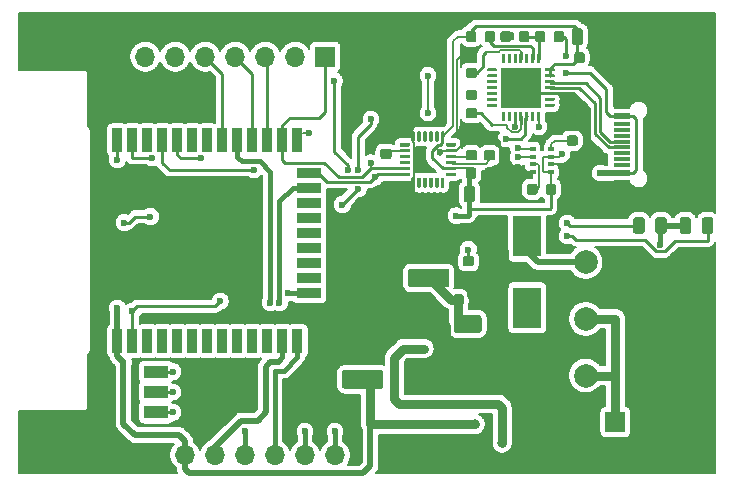
<source format=gbr>
G04 #@! TF.GenerationSoftware,KiCad,Pcbnew,(5.1.5)-2*
G04 #@! TF.CreationDate,2020-03-24T14:46:46+08:00*
G04 #@! TF.ProjectId,ESP32-sensorKit,45535033-322d-4736-956e-736f724b6974,rev?*
G04 #@! TF.SameCoordinates,Original*
G04 #@! TF.FileFunction,Copper,L1,Top*
G04 #@! TF.FilePolarity,Positive*
%FSLAX46Y46*%
G04 Gerber Fmt 4.6, Leading zero omitted, Abs format (unit mm)*
G04 Created by KiCad (PCBNEW (5.1.5)-2) date 2020-03-24 14:46:46*
%MOMM*%
%LPD*%
G04 APERTURE LIST*
G04 #@! TA.AperFunction,ComponentPad*
%ADD10O,1.700000X1.700000*%
G04 #@! TD*
G04 #@! TA.AperFunction,ComponentPad*
%ADD11R,1.700000X1.700000*%
G04 #@! TD*
G04 #@! TA.AperFunction,SMDPad,CuDef*
%ADD12C,0.100000*%
G04 #@! TD*
G04 #@! TA.AperFunction,SMDPad,CuDef*
%ADD13R,2.000000X1.100000*%
G04 #@! TD*
G04 #@! TA.AperFunction,ComponentPad*
%ADD14C,0.700000*%
G04 #@! TD*
G04 #@! TA.AperFunction,ComponentPad*
%ADD15C,4.400000*%
G04 #@! TD*
G04 #@! TA.AperFunction,SMDPad,CuDef*
%ADD16R,2.350000X3.500000*%
G04 #@! TD*
G04 #@! TA.AperFunction,ComponentPad*
%ADD17O,1.600000X1.000000*%
G04 #@! TD*
G04 #@! TA.AperFunction,ComponentPad*
%ADD18O,2.100000X1.000000*%
G04 #@! TD*
G04 #@! TA.AperFunction,SMDPad,CuDef*
%ADD19R,1.450000X0.300000*%
G04 #@! TD*
G04 #@! TA.AperFunction,SMDPad,CuDef*
%ADD20R,1.450000X0.600000*%
G04 #@! TD*
G04 #@! TA.AperFunction,ComponentPad*
%ADD21C,2.000000*%
G04 #@! TD*
G04 #@! TA.AperFunction,SMDPad,CuDef*
%ADD22R,5.000000X5.000000*%
G04 #@! TD*
G04 #@! TA.AperFunction,SMDPad,CuDef*
%ADD23R,0.900000X2.000000*%
G04 #@! TD*
G04 #@! TA.AperFunction,SMDPad,CuDef*
%ADD24R,2.000000X0.900000*%
G04 #@! TD*
G04 #@! TA.AperFunction,SMDPad,CuDef*
%ADD25R,0.500000X0.350000*%
G04 #@! TD*
G04 #@! TA.AperFunction,SMDPad,CuDef*
%ADD26R,3.350000X3.350000*%
G04 #@! TD*
G04 #@! TA.AperFunction,SMDPad,CuDef*
%ADD27R,2.413000X3.302000*%
G04 #@! TD*
G04 #@! TA.AperFunction,ViaPad*
%ADD28C,0.600000*%
G04 #@! TD*
G04 #@! TA.AperFunction,ViaPad*
%ADD29C,0.800000*%
G04 #@! TD*
G04 #@! TA.AperFunction,Conductor*
%ADD30C,0.750000*%
G04 #@! TD*
G04 #@! TA.AperFunction,Conductor*
%ADD31C,0.250000*%
G04 #@! TD*
G04 #@! TA.AperFunction,Conductor*
%ADD32C,0.400000*%
G04 #@! TD*
G04 #@! TA.AperFunction,Conductor*
%ADD33C,0.500000*%
G04 #@! TD*
G04 #@! TA.AperFunction,Conductor*
%ADD34C,1.000000*%
G04 #@! TD*
G04 #@! TA.AperFunction,Conductor*
%ADD35C,0.200000*%
G04 #@! TD*
G04 APERTURE END LIST*
D10*
G04 #@! TO.P,BAT1,2*
G04 #@! TO.N,GND*
X155194000Y-108834000D03*
D11*
G04 #@! TO.P,BAT1,1*
G04 #@! TO.N,Net-(BAT1-Pad1)*
X157734000Y-108834000D03*
G04 #@! TD*
D10*
G04 #@! TO.P,DIS_PORT1,7*
G04 #@! TO.N,/IO15_HSPI_CS0*
X133985000Y-111628000D03*
G04 #@! TO.P,DIS_PORT1,6*
G04 #@! TO.N,/IO5_DC*
X131445000Y-111628000D03*
G04 #@! TO.P,DIS_PORT1,5*
G04 #@! TO.N,/IO12_RES*
X128905000Y-111628000D03*
G04 #@! TO.P,DIS_PORT1,4*
G04 #@! TO.N,/IO13_HSPI_DATA*
X126365000Y-111628000D03*
G04 #@! TO.P,DIS_PORT1,3*
G04 #@! TO.N,/IO14_HSPI_CLK*
X123825000Y-111628000D03*
G04 #@! TO.P,DIS_PORT1,2*
G04 #@! TO.N,VCC*
X121285000Y-111628000D03*
D11*
G04 #@! TO.P,DIS_PORT1,1*
G04 #@! TO.N,GND*
X118745000Y-111628000D03*
G04 #@! TD*
G04 #@! TA.AperFunction,SMDPad,CuDef*
D12*
G04 #@! TO.P,C21,2*
G04 #@! TO.N,GND*
G36*
X143453004Y-104415704D02*
G01*
X143477273Y-104419304D01*
X143501071Y-104425265D01*
X143524171Y-104433530D01*
X143546349Y-104444020D01*
X143567393Y-104456633D01*
X143587098Y-104471247D01*
X143605277Y-104487723D01*
X143621753Y-104505902D01*
X143636367Y-104525607D01*
X143648980Y-104546651D01*
X143659470Y-104568829D01*
X143667735Y-104591929D01*
X143673696Y-104615727D01*
X143677296Y-104639996D01*
X143678500Y-104664500D01*
X143678500Y-105764500D01*
X143677296Y-105789004D01*
X143673696Y-105813273D01*
X143667735Y-105837071D01*
X143659470Y-105860171D01*
X143648980Y-105882349D01*
X143636367Y-105903393D01*
X143621753Y-105923098D01*
X143605277Y-105941277D01*
X143587098Y-105957753D01*
X143567393Y-105972367D01*
X143546349Y-105984980D01*
X143524171Y-105995470D01*
X143501071Y-106003735D01*
X143477273Y-106009696D01*
X143453004Y-106013296D01*
X143428500Y-106014500D01*
X140428500Y-106014500D01*
X140403996Y-106013296D01*
X140379727Y-106009696D01*
X140355929Y-106003735D01*
X140332829Y-105995470D01*
X140310651Y-105984980D01*
X140289607Y-105972367D01*
X140269902Y-105957753D01*
X140251723Y-105941277D01*
X140235247Y-105923098D01*
X140220633Y-105903393D01*
X140208020Y-105882349D01*
X140197530Y-105860171D01*
X140189265Y-105837071D01*
X140183304Y-105813273D01*
X140179704Y-105789004D01*
X140178500Y-105764500D01*
X140178500Y-104664500D01*
X140179704Y-104639996D01*
X140183304Y-104615727D01*
X140189265Y-104591929D01*
X140197530Y-104568829D01*
X140208020Y-104546651D01*
X140220633Y-104525607D01*
X140235247Y-104505902D01*
X140251723Y-104487723D01*
X140269902Y-104471247D01*
X140289607Y-104456633D01*
X140310651Y-104444020D01*
X140332829Y-104433530D01*
X140355929Y-104425265D01*
X140379727Y-104419304D01*
X140403996Y-104415704D01*
X140428500Y-104414500D01*
X143428500Y-104414500D01*
X143453004Y-104415704D01*
G37*
G04 #@! TD.AperFunction*
G04 #@! TA.AperFunction,SMDPad,CuDef*
G04 #@! TO.P,C21,1*
G04 #@! TO.N,VCC*
G36*
X137853004Y-104415704D02*
G01*
X137877273Y-104419304D01*
X137901071Y-104425265D01*
X137924171Y-104433530D01*
X137946349Y-104444020D01*
X137967393Y-104456633D01*
X137987098Y-104471247D01*
X138005277Y-104487723D01*
X138021753Y-104505902D01*
X138036367Y-104525607D01*
X138048980Y-104546651D01*
X138059470Y-104568829D01*
X138067735Y-104591929D01*
X138073696Y-104615727D01*
X138077296Y-104639996D01*
X138078500Y-104664500D01*
X138078500Y-105764500D01*
X138077296Y-105789004D01*
X138073696Y-105813273D01*
X138067735Y-105837071D01*
X138059470Y-105860171D01*
X138048980Y-105882349D01*
X138036367Y-105903393D01*
X138021753Y-105923098D01*
X138005277Y-105941277D01*
X137987098Y-105957753D01*
X137967393Y-105972367D01*
X137946349Y-105984980D01*
X137924171Y-105995470D01*
X137901071Y-106003735D01*
X137877273Y-106009696D01*
X137853004Y-106013296D01*
X137828500Y-106014500D01*
X134828500Y-106014500D01*
X134803996Y-106013296D01*
X134779727Y-106009696D01*
X134755929Y-106003735D01*
X134732829Y-105995470D01*
X134710651Y-105984980D01*
X134689607Y-105972367D01*
X134669902Y-105957753D01*
X134651723Y-105941277D01*
X134635247Y-105923098D01*
X134620633Y-105903393D01*
X134608020Y-105882349D01*
X134597530Y-105860171D01*
X134589265Y-105837071D01*
X134583304Y-105813273D01*
X134579704Y-105789004D01*
X134578500Y-105764500D01*
X134578500Y-104664500D01*
X134579704Y-104639996D01*
X134583304Y-104615727D01*
X134589265Y-104591929D01*
X134597530Y-104568829D01*
X134608020Y-104546651D01*
X134620633Y-104525607D01*
X134635247Y-104505902D01*
X134651723Y-104487723D01*
X134669902Y-104471247D01*
X134689607Y-104456633D01*
X134710651Y-104444020D01*
X134732829Y-104433530D01*
X134755929Y-104425265D01*
X134779727Y-104419304D01*
X134803996Y-104415704D01*
X134828500Y-104414500D01*
X137828500Y-104414500D01*
X137853004Y-104415704D01*
G37*
G04 #@! TD.AperFunction*
G04 #@! TD*
G04 #@! TA.AperFunction,SMDPad,CuDef*
G04 #@! TO.P,C1,2*
G04 #@! TO.N,GND*
G36*
X137853004Y-95843204D02*
G01*
X137877273Y-95846804D01*
X137901071Y-95852765D01*
X137924171Y-95861030D01*
X137946349Y-95871520D01*
X137967393Y-95884133D01*
X137987098Y-95898747D01*
X138005277Y-95915223D01*
X138021753Y-95933402D01*
X138036367Y-95953107D01*
X138048980Y-95974151D01*
X138059470Y-95996329D01*
X138067735Y-96019429D01*
X138073696Y-96043227D01*
X138077296Y-96067496D01*
X138078500Y-96092000D01*
X138078500Y-97192000D01*
X138077296Y-97216504D01*
X138073696Y-97240773D01*
X138067735Y-97264571D01*
X138059470Y-97287671D01*
X138048980Y-97309849D01*
X138036367Y-97330893D01*
X138021753Y-97350598D01*
X138005277Y-97368777D01*
X137987098Y-97385253D01*
X137967393Y-97399867D01*
X137946349Y-97412480D01*
X137924171Y-97422970D01*
X137901071Y-97431235D01*
X137877273Y-97437196D01*
X137853004Y-97440796D01*
X137828500Y-97442000D01*
X134828500Y-97442000D01*
X134803996Y-97440796D01*
X134779727Y-97437196D01*
X134755929Y-97431235D01*
X134732829Y-97422970D01*
X134710651Y-97412480D01*
X134689607Y-97399867D01*
X134669902Y-97385253D01*
X134651723Y-97368777D01*
X134635247Y-97350598D01*
X134620633Y-97330893D01*
X134608020Y-97309849D01*
X134597530Y-97287671D01*
X134589265Y-97264571D01*
X134583304Y-97240773D01*
X134579704Y-97216504D01*
X134578500Y-97192000D01*
X134578500Y-96092000D01*
X134579704Y-96067496D01*
X134583304Y-96043227D01*
X134589265Y-96019429D01*
X134597530Y-95996329D01*
X134608020Y-95974151D01*
X134620633Y-95953107D01*
X134635247Y-95933402D01*
X134651723Y-95915223D01*
X134669902Y-95898747D01*
X134689607Y-95884133D01*
X134710651Y-95871520D01*
X134732829Y-95861030D01*
X134755929Y-95852765D01*
X134779727Y-95846804D01*
X134803996Y-95843204D01*
X134828500Y-95842000D01*
X137828500Y-95842000D01*
X137853004Y-95843204D01*
G37*
G04 #@! TD.AperFunction*
G04 #@! TA.AperFunction,SMDPad,CuDef*
G04 #@! TO.P,C1,1*
G04 #@! TO.N,Net-(C1-Pad1)*
G36*
X143453004Y-95843204D02*
G01*
X143477273Y-95846804D01*
X143501071Y-95852765D01*
X143524171Y-95861030D01*
X143546349Y-95871520D01*
X143567393Y-95884133D01*
X143587098Y-95898747D01*
X143605277Y-95915223D01*
X143621753Y-95933402D01*
X143636367Y-95953107D01*
X143648980Y-95974151D01*
X143659470Y-95996329D01*
X143667735Y-96019429D01*
X143673696Y-96043227D01*
X143677296Y-96067496D01*
X143678500Y-96092000D01*
X143678500Y-97192000D01*
X143677296Y-97216504D01*
X143673696Y-97240773D01*
X143667735Y-97264571D01*
X143659470Y-97287671D01*
X143648980Y-97309849D01*
X143636367Y-97330893D01*
X143621753Y-97350598D01*
X143605277Y-97368777D01*
X143587098Y-97385253D01*
X143567393Y-97399867D01*
X143546349Y-97412480D01*
X143524171Y-97422970D01*
X143501071Y-97431235D01*
X143477273Y-97437196D01*
X143453004Y-97440796D01*
X143428500Y-97442000D01*
X140428500Y-97442000D01*
X140403996Y-97440796D01*
X140379727Y-97437196D01*
X140355929Y-97431235D01*
X140332829Y-97422970D01*
X140310651Y-97412480D01*
X140289607Y-97399867D01*
X140269902Y-97385253D01*
X140251723Y-97368777D01*
X140235247Y-97350598D01*
X140220633Y-97330893D01*
X140208020Y-97309849D01*
X140197530Y-97287671D01*
X140189265Y-97264571D01*
X140183304Y-97240773D01*
X140179704Y-97216504D01*
X140178500Y-97192000D01*
X140178500Y-96092000D01*
X140179704Y-96067496D01*
X140183304Y-96043227D01*
X140189265Y-96019429D01*
X140197530Y-95996329D01*
X140208020Y-95974151D01*
X140220633Y-95953107D01*
X140235247Y-95933402D01*
X140251723Y-95915223D01*
X140269902Y-95898747D01*
X140289607Y-95884133D01*
X140310651Y-95871520D01*
X140332829Y-95861030D01*
X140355929Y-95852765D01*
X140379727Y-95846804D01*
X140403996Y-95843204D01*
X140428500Y-95842000D01*
X143428500Y-95842000D01*
X143453004Y-95843204D01*
G37*
G04 #@! TD.AperFunction*
G04 #@! TD*
G04 #@! TA.AperFunction,SMDPad,CuDef*
G04 #@! TO.P,C4,2*
G04 #@! TO.N,GND*
G36*
X156653142Y-75496174D02*
G01*
X156676803Y-75499684D01*
X156700007Y-75505496D01*
X156722529Y-75513554D01*
X156744153Y-75523782D01*
X156764670Y-75536079D01*
X156783883Y-75550329D01*
X156801607Y-75566393D01*
X156817671Y-75584117D01*
X156831921Y-75603330D01*
X156844218Y-75623847D01*
X156854446Y-75645471D01*
X156862504Y-75667993D01*
X156868316Y-75691197D01*
X156871826Y-75714858D01*
X156873000Y-75738750D01*
X156873000Y-76651250D01*
X156871826Y-76675142D01*
X156868316Y-76698803D01*
X156862504Y-76722007D01*
X156854446Y-76744529D01*
X156844218Y-76766153D01*
X156831921Y-76786670D01*
X156817671Y-76805883D01*
X156801607Y-76823607D01*
X156783883Y-76839671D01*
X156764670Y-76853921D01*
X156744153Y-76866218D01*
X156722529Y-76876446D01*
X156700007Y-76884504D01*
X156676803Y-76890316D01*
X156653142Y-76893826D01*
X156629250Y-76895000D01*
X156141750Y-76895000D01*
X156117858Y-76893826D01*
X156094197Y-76890316D01*
X156070993Y-76884504D01*
X156048471Y-76876446D01*
X156026847Y-76866218D01*
X156006330Y-76853921D01*
X155987117Y-76839671D01*
X155969393Y-76823607D01*
X155953329Y-76805883D01*
X155939079Y-76786670D01*
X155926782Y-76766153D01*
X155916554Y-76744529D01*
X155908496Y-76722007D01*
X155902684Y-76698803D01*
X155899174Y-76675142D01*
X155898000Y-76651250D01*
X155898000Y-75738750D01*
X155899174Y-75714858D01*
X155902684Y-75691197D01*
X155908496Y-75667993D01*
X155916554Y-75645471D01*
X155926782Y-75623847D01*
X155939079Y-75603330D01*
X155953329Y-75584117D01*
X155969393Y-75566393D01*
X155987117Y-75550329D01*
X156006330Y-75536079D01*
X156026847Y-75523782D01*
X156048471Y-75513554D01*
X156070993Y-75505496D01*
X156094197Y-75499684D01*
X156117858Y-75496174D01*
X156141750Y-75495000D01*
X156629250Y-75495000D01*
X156653142Y-75496174D01*
G37*
G04 #@! TD.AperFunction*
G04 #@! TA.AperFunction,SMDPad,CuDef*
G04 #@! TO.P,C4,1*
G04 #@! TO.N,VCC*
G36*
X154778142Y-75496174D02*
G01*
X154801803Y-75499684D01*
X154825007Y-75505496D01*
X154847529Y-75513554D01*
X154869153Y-75523782D01*
X154889670Y-75536079D01*
X154908883Y-75550329D01*
X154926607Y-75566393D01*
X154942671Y-75584117D01*
X154956921Y-75603330D01*
X154969218Y-75623847D01*
X154979446Y-75645471D01*
X154987504Y-75667993D01*
X154993316Y-75691197D01*
X154996826Y-75714858D01*
X154998000Y-75738750D01*
X154998000Y-76651250D01*
X154996826Y-76675142D01*
X154993316Y-76698803D01*
X154987504Y-76722007D01*
X154979446Y-76744529D01*
X154969218Y-76766153D01*
X154956921Y-76786670D01*
X154942671Y-76805883D01*
X154926607Y-76823607D01*
X154908883Y-76839671D01*
X154889670Y-76853921D01*
X154869153Y-76866218D01*
X154847529Y-76876446D01*
X154825007Y-76884504D01*
X154801803Y-76890316D01*
X154778142Y-76893826D01*
X154754250Y-76895000D01*
X154266750Y-76895000D01*
X154242858Y-76893826D01*
X154219197Y-76890316D01*
X154195993Y-76884504D01*
X154173471Y-76876446D01*
X154151847Y-76866218D01*
X154131330Y-76853921D01*
X154112117Y-76839671D01*
X154094393Y-76823607D01*
X154078329Y-76805883D01*
X154064079Y-76786670D01*
X154051782Y-76766153D01*
X154041554Y-76744529D01*
X154033496Y-76722007D01*
X154027684Y-76698803D01*
X154024174Y-76675142D01*
X154023000Y-76651250D01*
X154023000Y-75738750D01*
X154024174Y-75714858D01*
X154027684Y-75691197D01*
X154033496Y-75667993D01*
X154041554Y-75645471D01*
X154051782Y-75623847D01*
X154064079Y-75603330D01*
X154078329Y-75584117D01*
X154094393Y-75566393D01*
X154112117Y-75550329D01*
X154131330Y-75536079D01*
X154151847Y-75523782D01*
X154173471Y-75513554D01*
X154195993Y-75505496D01*
X154219197Y-75499684D01*
X154242858Y-75496174D01*
X154266750Y-75495000D01*
X154754250Y-75495000D01*
X154778142Y-75496174D01*
G37*
G04 #@! TD.AperFunction*
G04 #@! TD*
G04 #@! TA.AperFunction,SMDPad,CuDef*
G04 #@! TO.P,C3,2*
G04 #@! TO.N,GND*
G36*
X156501191Y-77499053D02*
G01*
X156522426Y-77502203D01*
X156543250Y-77507419D01*
X156563462Y-77514651D01*
X156582868Y-77523830D01*
X156601281Y-77534866D01*
X156618524Y-77547654D01*
X156634430Y-77562070D01*
X156648846Y-77577976D01*
X156661634Y-77595219D01*
X156672670Y-77613632D01*
X156681849Y-77633038D01*
X156689081Y-77653250D01*
X156694297Y-77674074D01*
X156697447Y-77695309D01*
X156698500Y-77716750D01*
X156698500Y-78229250D01*
X156697447Y-78250691D01*
X156694297Y-78271926D01*
X156689081Y-78292750D01*
X156681849Y-78312962D01*
X156672670Y-78332368D01*
X156661634Y-78350781D01*
X156648846Y-78368024D01*
X156634430Y-78383930D01*
X156618524Y-78398346D01*
X156601281Y-78411134D01*
X156582868Y-78422170D01*
X156563462Y-78431349D01*
X156543250Y-78438581D01*
X156522426Y-78443797D01*
X156501191Y-78446947D01*
X156479750Y-78448000D01*
X156042250Y-78448000D01*
X156020809Y-78446947D01*
X155999574Y-78443797D01*
X155978750Y-78438581D01*
X155958538Y-78431349D01*
X155939132Y-78422170D01*
X155920719Y-78411134D01*
X155903476Y-78398346D01*
X155887570Y-78383930D01*
X155873154Y-78368024D01*
X155860366Y-78350781D01*
X155849330Y-78332368D01*
X155840151Y-78312962D01*
X155832919Y-78292750D01*
X155827703Y-78271926D01*
X155824553Y-78250691D01*
X155823500Y-78229250D01*
X155823500Y-77716750D01*
X155824553Y-77695309D01*
X155827703Y-77674074D01*
X155832919Y-77653250D01*
X155840151Y-77633038D01*
X155849330Y-77613632D01*
X155860366Y-77595219D01*
X155873154Y-77577976D01*
X155887570Y-77562070D01*
X155903476Y-77547654D01*
X155920719Y-77534866D01*
X155939132Y-77523830D01*
X155958538Y-77514651D01*
X155978750Y-77507419D01*
X155999574Y-77502203D01*
X156020809Y-77499053D01*
X156042250Y-77498000D01*
X156479750Y-77498000D01*
X156501191Y-77499053D01*
G37*
G04 #@! TD.AperFunction*
G04 #@! TA.AperFunction,SMDPad,CuDef*
G04 #@! TO.P,C3,1*
G04 #@! TO.N,VCC*
G36*
X154926191Y-77499053D02*
G01*
X154947426Y-77502203D01*
X154968250Y-77507419D01*
X154988462Y-77514651D01*
X155007868Y-77523830D01*
X155026281Y-77534866D01*
X155043524Y-77547654D01*
X155059430Y-77562070D01*
X155073846Y-77577976D01*
X155086634Y-77595219D01*
X155097670Y-77613632D01*
X155106849Y-77633038D01*
X155114081Y-77653250D01*
X155119297Y-77674074D01*
X155122447Y-77695309D01*
X155123500Y-77716750D01*
X155123500Y-78229250D01*
X155122447Y-78250691D01*
X155119297Y-78271926D01*
X155114081Y-78292750D01*
X155106849Y-78312962D01*
X155097670Y-78332368D01*
X155086634Y-78350781D01*
X155073846Y-78368024D01*
X155059430Y-78383930D01*
X155043524Y-78398346D01*
X155026281Y-78411134D01*
X155007868Y-78422170D01*
X154988462Y-78431349D01*
X154968250Y-78438581D01*
X154947426Y-78443797D01*
X154926191Y-78446947D01*
X154904750Y-78448000D01*
X154467250Y-78448000D01*
X154445809Y-78446947D01*
X154424574Y-78443797D01*
X154403750Y-78438581D01*
X154383538Y-78431349D01*
X154364132Y-78422170D01*
X154345719Y-78411134D01*
X154328476Y-78398346D01*
X154312570Y-78383930D01*
X154298154Y-78368024D01*
X154285366Y-78350781D01*
X154274330Y-78332368D01*
X154265151Y-78312962D01*
X154257919Y-78292750D01*
X154252703Y-78271926D01*
X154249553Y-78250691D01*
X154248500Y-78229250D01*
X154248500Y-77716750D01*
X154249553Y-77695309D01*
X154252703Y-77674074D01*
X154257919Y-77653250D01*
X154265151Y-77633038D01*
X154274330Y-77613632D01*
X154285366Y-77595219D01*
X154298154Y-77577976D01*
X154312570Y-77562070D01*
X154328476Y-77547654D01*
X154345719Y-77534866D01*
X154364132Y-77523830D01*
X154383538Y-77514651D01*
X154403750Y-77507419D01*
X154424574Y-77502203D01*
X154445809Y-77499053D01*
X154467250Y-77498000D01*
X154904750Y-77498000D01*
X154926191Y-77499053D01*
G37*
G04 #@! TD.AperFunction*
G04 #@! TD*
G04 #@! TA.AperFunction,SMDPad,CuDef*
G04 #@! TO.P,C7,2*
G04 #@! TO.N,GND*
G36*
X147331691Y-87278053D02*
G01*
X147352926Y-87281203D01*
X147373750Y-87286419D01*
X147393962Y-87293651D01*
X147413368Y-87302830D01*
X147431781Y-87313866D01*
X147449024Y-87326654D01*
X147464930Y-87341070D01*
X147479346Y-87356976D01*
X147492134Y-87374219D01*
X147503170Y-87392632D01*
X147512349Y-87412038D01*
X147519581Y-87432250D01*
X147524797Y-87453074D01*
X147527947Y-87474309D01*
X147529000Y-87495750D01*
X147529000Y-88008250D01*
X147527947Y-88029691D01*
X147524797Y-88050926D01*
X147519581Y-88071750D01*
X147512349Y-88091962D01*
X147503170Y-88111368D01*
X147492134Y-88129781D01*
X147479346Y-88147024D01*
X147464930Y-88162930D01*
X147449024Y-88177346D01*
X147431781Y-88190134D01*
X147413368Y-88201170D01*
X147393962Y-88210349D01*
X147373750Y-88217581D01*
X147352926Y-88222797D01*
X147331691Y-88225947D01*
X147310250Y-88227000D01*
X146872750Y-88227000D01*
X146851309Y-88225947D01*
X146830074Y-88222797D01*
X146809250Y-88217581D01*
X146789038Y-88210349D01*
X146769632Y-88201170D01*
X146751219Y-88190134D01*
X146733976Y-88177346D01*
X146718070Y-88162930D01*
X146703654Y-88147024D01*
X146690866Y-88129781D01*
X146679830Y-88111368D01*
X146670651Y-88091962D01*
X146663419Y-88071750D01*
X146658203Y-88050926D01*
X146655053Y-88029691D01*
X146654000Y-88008250D01*
X146654000Y-87495750D01*
X146655053Y-87474309D01*
X146658203Y-87453074D01*
X146663419Y-87432250D01*
X146670651Y-87412038D01*
X146679830Y-87392632D01*
X146690866Y-87374219D01*
X146703654Y-87356976D01*
X146718070Y-87341070D01*
X146733976Y-87326654D01*
X146751219Y-87313866D01*
X146769632Y-87302830D01*
X146789038Y-87293651D01*
X146809250Y-87286419D01*
X146830074Y-87281203D01*
X146851309Y-87278053D01*
X146872750Y-87277000D01*
X147310250Y-87277000D01*
X147331691Y-87278053D01*
G37*
G04 #@! TD.AperFunction*
G04 #@! TA.AperFunction,SMDPad,CuDef*
G04 #@! TO.P,C7,1*
G04 #@! TO.N,VCC*
G36*
X145756691Y-87278053D02*
G01*
X145777926Y-87281203D01*
X145798750Y-87286419D01*
X145818962Y-87293651D01*
X145838368Y-87302830D01*
X145856781Y-87313866D01*
X145874024Y-87326654D01*
X145889930Y-87341070D01*
X145904346Y-87356976D01*
X145917134Y-87374219D01*
X145928170Y-87392632D01*
X145937349Y-87412038D01*
X145944581Y-87432250D01*
X145949797Y-87453074D01*
X145952947Y-87474309D01*
X145954000Y-87495750D01*
X145954000Y-88008250D01*
X145952947Y-88029691D01*
X145949797Y-88050926D01*
X145944581Y-88071750D01*
X145937349Y-88091962D01*
X145928170Y-88111368D01*
X145917134Y-88129781D01*
X145904346Y-88147024D01*
X145889930Y-88162930D01*
X145874024Y-88177346D01*
X145856781Y-88190134D01*
X145838368Y-88201170D01*
X145818962Y-88210349D01*
X145798750Y-88217581D01*
X145777926Y-88222797D01*
X145756691Y-88225947D01*
X145735250Y-88227000D01*
X145297750Y-88227000D01*
X145276309Y-88225947D01*
X145255074Y-88222797D01*
X145234250Y-88217581D01*
X145214038Y-88210349D01*
X145194632Y-88201170D01*
X145176219Y-88190134D01*
X145158976Y-88177346D01*
X145143070Y-88162930D01*
X145128654Y-88147024D01*
X145115866Y-88129781D01*
X145104830Y-88111368D01*
X145095651Y-88091962D01*
X145088419Y-88071750D01*
X145083203Y-88050926D01*
X145080053Y-88029691D01*
X145079000Y-88008250D01*
X145079000Y-87495750D01*
X145080053Y-87474309D01*
X145083203Y-87453074D01*
X145088419Y-87432250D01*
X145095651Y-87412038D01*
X145104830Y-87392632D01*
X145115866Y-87374219D01*
X145128654Y-87356976D01*
X145143070Y-87341070D01*
X145158976Y-87326654D01*
X145176219Y-87313866D01*
X145194632Y-87302830D01*
X145214038Y-87293651D01*
X145234250Y-87286419D01*
X145255074Y-87281203D01*
X145276309Y-87278053D01*
X145297750Y-87277000D01*
X145735250Y-87277000D01*
X145756691Y-87278053D01*
G37*
G04 #@! TD.AperFunction*
G04 #@! TD*
G04 #@! TA.AperFunction,SMDPad,CuDef*
G04 #@! TO.P,C8,1*
G04 #@! TO.N,VCC*
G36*
X145634142Y-88831174D02*
G01*
X145657803Y-88834684D01*
X145681007Y-88840496D01*
X145703529Y-88848554D01*
X145725153Y-88858782D01*
X145745670Y-88871079D01*
X145764883Y-88885329D01*
X145782607Y-88901393D01*
X145798671Y-88919117D01*
X145812921Y-88938330D01*
X145825218Y-88958847D01*
X145835446Y-88980471D01*
X145843504Y-89002993D01*
X145849316Y-89026197D01*
X145852826Y-89049858D01*
X145854000Y-89073750D01*
X145854000Y-89986250D01*
X145852826Y-90010142D01*
X145849316Y-90033803D01*
X145843504Y-90057007D01*
X145835446Y-90079529D01*
X145825218Y-90101153D01*
X145812921Y-90121670D01*
X145798671Y-90140883D01*
X145782607Y-90158607D01*
X145764883Y-90174671D01*
X145745670Y-90188921D01*
X145725153Y-90201218D01*
X145703529Y-90211446D01*
X145681007Y-90219504D01*
X145657803Y-90225316D01*
X145634142Y-90228826D01*
X145610250Y-90230000D01*
X145122750Y-90230000D01*
X145098858Y-90228826D01*
X145075197Y-90225316D01*
X145051993Y-90219504D01*
X145029471Y-90211446D01*
X145007847Y-90201218D01*
X144987330Y-90188921D01*
X144968117Y-90174671D01*
X144950393Y-90158607D01*
X144934329Y-90140883D01*
X144920079Y-90121670D01*
X144907782Y-90101153D01*
X144897554Y-90079529D01*
X144889496Y-90057007D01*
X144883684Y-90033803D01*
X144880174Y-90010142D01*
X144879000Y-89986250D01*
X144879000Y-89073750D01*
X144880174Y-89049858D01*
X144883684Y-89026197D01*
X144889496Y-89002993D01*
X144897554Y-88980471D01*
X144907782Y-88958847D01*
X144920079Y-88938330D01*
X144934329Y-88919117D01*
X144950393Y-88901393D01*
X144968117Y-88885329D01*
X144987330Y-88871079D01*
X145007847Y-88858782D01*
X145029471Y-88848554D01*
X145051993Y-88840496D01*
X145075197Y-88834684D01*
X145098858Y-88831174D01*
X145122750Y-88830000D01*
X145610250Y-88830000D01*
X145634142Y-88831174D01*
G37*
G04 #@! TD.AperFunction*
G04 #@! TA.AperFunction,SMDPad,CuDef*
G04 #@! TO.P,C8,2*
G04 #@! TO.N,GND*
G36*
X147509142Y-88831174D02*
G01*
X147532803Y-88834684D01*
X147556007Y-88840496D01*
X147578529Y-88848554D01*
X147600153Y-88858782D01*
X147620670Y-88871079D01*
X147639883Y-88885329D01*
X147657607Y-88901393D01*
X147673671Y-88919117D01*
X147687921Y-88938330D01*
X147700218Y-88958847D01*
X147710446Y-88980471D01*
X147718504Y-89002993D01*
X147724316Y-89026197D01*
X147727826Y-89049858D01*
X147729000Y-89073750D01*
X147729000Y-89986250D01*
X147727826Y-90010142D01*
X147724316Y-90033803D01*
X147718504Y-90057007D01*
X147710446Y-90079529D01*
X147700218Y-90101153D01*
X147687921Y-90121670D01*
X147673671Y-90140883D01*
X147657607Y-90158607D01*
X147639883Y-90174671D01*
X147620670Y-90188921D01*
X147600153Y-90201218D01*
X147578529Y-90211446D01*
X147556007Y-90219504D01*
X147532803Y-90225316D01*
X147509142Y-90228826D01*
X147485250Y-90230000D01*
X146997750Y-90230000D01*
X146973858Y-90228826D01*
X146950197Y-90225316D01*
X146926993Y-90219504D01*
X146904471Y-90211446D01*
X146882847Y-90201218D01*
X146862330Y-90188921D01*
X146843117Y-90174671D01*
X146825393Y-90158607D01*
X146809329Y-90140883D01*
X146795079Y-90121670D01*
X146782782Y-90101153D01*
X146772554Y-90079529D01*
X146764496Y-90057007D01*
X146758684Y-90033803D01*
X146755174Y-90010142D01*
X146754000Y-89986250D01*
X146754000Y-89073750D01*
X146755174Y-89049858D01*
X146758684Y-89026197D01*
X146764496Y-89002993D01*
X146772554Y-88980471D01*
X146782782Y-88958847D01*
X146795079Y-88938330D01*
X146809329Y-88919117D01*
X146825393Y-88901393D01*
X146843117Y-88885329D01*
X146862330Y-88871079D01*
X146882847Y-88858782D01*
X146904471Y-88848554D01*
X146926993Y-88840496D01*
X146950197Y-88834684D01*
X146973858Y-88831174D01*
X146997750Y-88830000D01*
X147485250Y-88830000D01*
X147509142Y-88831174D01*
G37*
G04 #@! TD.AperFunction*
G04 #@! TD*
G04 #@! TA.AperFunction,SMDPad,CuDef*
G04 #@! TO.P,C9,1*
G04 #@! TO.N,GND*
G36*
X145819691Y-84242053D02*
G01*
X145840926Y-84245203D01*
X145861750Y-84250419D01*
X145881962Y-84257651D01*
X145901368Y-84266830D01*
X145919781Y-84277866D01*
X145937024Y-84290654D01*
X145952930Y-84305070D01*
X145967346Y-84320976D01*
X145980134Y-84338219D01*
X145991170Y-84356632D01*
X146000349Y-84376038D01*
X146007581Y-84396250D01*
X146012797Y-84417074D01*
X146015947Y-84438309D01*
X146017000Y-84459750D01*
X146017000Y-84897250D01*
X146015947Y-84918691D01*
X146012797Y-84939926D01*
X146007581Y-84960750D01*
X146000349Y-84980962D01*
X145991170Y-85000368D01*
X145980134Y-85018781D01*
X145967346Y-85036024D01*
X145952930Y-85051930D01*
X145937024Y-85066346D01*
X145919781Y-85079134D01*
X145901368Y-85090170D01*
X145881962Y-85099349D01*
X145861750Y-85106581D01*
X145840926Y-85111797D01*
X145819691Y-85114947D01*
X145798250Y-85116000D01*
X145285750Y-85116000D01*
X145264309Y-85114947D01*
X145243074Y-85111797D01*
X145222250Y-85106581D01*
X145202038Y-85099349D01*
X145182632Y-85090170D01*
X145164219Y-85079134D01*
X145146976Y-85066346D01*
X145131070Y-85051930D01*
X145116654Y-85036024D01*
X145103866Y-85018781D01*
X145092830Y-85000368D01*
X145083651Y-84980962D01*
X145076419Y-84960750D01*
X145071203Y-84939926D01*
X145068053Y-84918691D01*
X145067000Y-84897250D01*
X145067000Y-84459750D01*
X145068053Y-84438309D01*
X145071203Y-84417074D01*
X145076419Y-84396250D01*
X145083651Y-84376038D01*
X145092830Y-84356632D01*
X145103866Y-84338219D01*
X145116654Y-84320976D01*
X145131070Y-84305070D01*
X145146976Y-84290654D01*
X145164219Y-84277866D01*
X145182632Y-84266830D01*
X145202038Y-84257651D01*
X145222250Y-84250419D01*
X145243074Y-84245203D01*
X145264309Y-84242053D01*
X145285750Y-84241000D01*
X145798250Y-84241000D01*
X145819691Y-84242053D01*
G37*
G04 #@! TD.AperFunction*
G04 #@! TA.AperFunction,SMDPad,CuDef*
G04 #@! TO.P,C9,2*
G04 #@! TO.N,Net-(C9-Pad2)*
G36*
X145819691Y-85817053D02*
G01*
X145840926Y-85820203D01*
X145861750Y-85825419D01*
X145881962Y-85832651D01*
X145901368Y-85841830D01*
X145919781Y-85852866D01*
X145937024Y-85865654D01*
X145952930Y-85880070D01*
X145967346Y-85895976D01*
X145980134Y-85913219D01*
X145991170Y-85931632D01*
X146000349Y-85951038D01*
X146007581Y-85971250D01*
X146012797Y-85992074D01*
X146015947Y-86013309D01*
X146017000Y-86034750D01*
X146017000Y-86472250D01*
X146015947Y-86493691D01*
X146012797Y-86514926D01*
X146007581Y-86535750D01*
X146000349Y-86555962D01*
X145991170Y-86575368D01*
X145980134Y-86593781D01*
X145967346Y-86611024D01*
X145952930Y-86626930D01*
X145937024Y-86641346D01*
X145919781Y-86654134D01*
X145901368Y-86665170D01*
X145881962Y-86674349D01*
X145861750Y-86681581D01*
X145840926Y-86686797D01*
X145819691Y-86689947D01*
X145798250Y-86691000D01*
X145285750Y-86691000D01*
X145264309Y-86689947D01*
X145243074Y-86686797D01*
X145222250Y-86681581D01*
X145202038Y-86674349D01*
X145182632Y-86665170D01*
X145164219Y-86654134D01*
X145146976Y-86641346D01*
X145131070Y-86626930D01*
X145116654Y-86611024D01*
X145103866Y-86593781D01*
X145092830Y-86575368D01*
X145083651Y-86555962D01*
X145076419Y-86535750D01*
X145071203Y-86514926D01*
X145068053Y-86493691D01*
X145067000Y-86472250D01*
X145067000Y-86034750D01*
X145068053Y-86013309D01*
X145071203Y-85992074D01*
X145076419Y-85971250D01*
X145083651Y-85951038D01*
X145092830Y-85931632D01*
X145103866Y-85913219D01*
X145116654Y-85895976D01*
X145131070Y-85880070D01*
X145146976Y-85865654D01*
X145164219Y-85852866D01*
X145182632Y-85841830D01*
X145202038Y-85832651D01*
X145222250Y-85825419D01*
X145243074Y-85820203D01*
X145264309Y-85817053D01*
X145285750Y-85816000D01*
X145798250Y-85816000D01*
X145819691Y-85817053D01*
G37*
G04 #@! TD.AperFunction*
G04 #@! TD*
G04 #@! TA.AperFunction,SMDPad,CuDef*
G04 #@! TO.P,C10,2*
G04 #@! TO.N,Net-(C10-Pad2)*
G36*
X138580691Y-85690053D02*
G01*
X138601926Y-85693203D01*
X138622750Y-85698419D01*
X138642962Y-85705651D01*
X138662368Y-85714830D01*
X138680781Y-85725866D01*
X138698024Y-85738654D01*
X138713930Y-85753070D01*
X138728346Y-85768976D01*
X138741134Y-85786219D01*
X138752170Y-85804632D01*
X138761349Y-85824038D01*
X138768581Y-85844250D01*
X138773797Y-85865074D01*
X138776947Y-85886309D01*
X138778000Y-85907750D01*
X138778000Y-86345250D01*
X138776947Y-86366691D01*
X138773797Y-86387926D01*
X138768581Y-86408750D01*
X138761349Y-86428962D01*
X138752170Y-86448368D01*
X138741134Y-86466781D01*
X138728346Y-86484024D01*
X138713930Y-86499930D01*
X138698024Y-86514346D01*
X138680781Y-86527134D01*
X138662368Y-86538170D01*
X138642962Y-86547349D01*
X138622750Y-86554581D01*
X138601926Y-86559797D01*
X138580691Y-86562947D01*
X138559250Y-86564000D01*
X138046750Y-86564000D01*
X138025309Y-86562947D01*
X138004074Y-86559797D01*
X137983250Y-86554581D01*
X137963038Y-86547349D01*
X137943632Y-86538170D01*
X137925219Y-86527134D01*
X137907976Y-86514346D01*
X137892070Y-86499930D01*
X137877654Y-86484024D01*
X137864866Y-86466781D01*
X137853830Y-86448368D01*
X137844651Y-86428962D01*
X137837419Y-86408750D01*
X137832203Y-86387926D01*
X137829053Y-86366691D01*
X137828000Y-86345250D01*
X137828000Y-85907750D01*
X137829053Y-85886309D01*
X137832203Y-85865074D01*
X137837419Y-85844250D01*
X137844651Y-85824038D01*
X137853830Y-85804632D01*
X137864866Y-85786219D01*
X137877654Y-85768976D01*
X137892070Y-85753070D01*
X137907976Y-85738654D01*
X137925219Y-85725866D01*
X137943632Y-85714830D01*
X137963038Y-85705651D01*
X137983250Y-85698419D01*
X138004074Y-85693203D01*
X138025309Y-85690053D01*
X138046750Y-85689000D01*
X138559250Y-85689000D01*
X138580691Y-85690053D01*
G37*
G04 #@! TD.AperFunction*
G04 #@! TA.AperFunction,SMDPad,CuDef*
G04 #@! TO.P,C10,1*
G04 #@! TO.N,GND*
G36*
X138580691Y-84115053D02*
G01*
X138601926Y-84118203D01*
X138622750Y-84123419D01*
X138642962Y-84130651D01*
X138662368Y-84139830D01*
X138680781Y-84150866D01*
X138698024Y-84163654D01*
X138713930Y-84178070D01*
X138728346Y-84193976D01*
X138741134Y-84211219D01*
X138752170Y-84229632D01*
X138761349Y-84249038D01*
X138768581Y-84269250D01*
X138773797Y-84290074D01*
X138776947Y-84311309D01*
X138778000Y-84332750D01*
X138778000Y-84770250D01*
X138776947Y-84791691D01*
X138773797Y-84812926D01*
X138768581Y-84833750D01*
X138761349Y-84853962D01*
X138752170Y-84873368D01*
X138741134Y-84891781D01*
X138728346Y-84909024D01*
X138713930Y-84924930D01*
X138698024Y-84939346D01*
X138680781Y-84952134D01*
X138662368Y-84963170D01*
X138642962Y-84972349D01*
X138622750Y-84979581D01*
X138601926Y-84984797D01*
X138580691Y-84987947D01*
X138559250Y-84989000D01*
X138046750Y-84989000D01*
X138025309Y-84987947D01*
X138004074Y-84984797D01*
X137983250Y-84979581D01*
X137963038Y-84972349D01*
X137943632Y-84963170D01*
X137925219Y-84952134D01*
X137907976Y-84939346D01*
X137892070Y-84924930D01*
X137877654Y-84909024D01*
X137864866Y-84891781D01*
X137853830Y-84873368D01*
X137844651Y-84853962D01*
X137837419Y-84833750D01*
X137832203Y-84812926D01*
X137829053Y-84791691D01*
X137828000Y-84770250D01*
X137828000Y-84332750D01*
X137829053Y-84311309D01*
X137832203Y-84290074D01*
X137837419Y-84269250D01*
X137844651Y-84249038D01*
X137853830Y-84229632D01*
X137864866Y-84211219D01*
X137877654Y-84193976D01*
X137892070Y-84178070D01*
X137907976Y-84163654D01*
X137925219Y-84150866D01*
X137943632Y-84139830D01*
X137963038Y-84130651D01*
X137983250Y-84123419D01*
X138004074Y-84118203D01*
X138025309Y-84115053D01*
X138046750Y-84114000D01*
X138559250Y-84114000D01*
X138580691Y-84115053D01*
G37*
G04 #@! TD.AperFunction*
G04 #@! TD*
G04 #@! TA.AperFunction,SMDPad,CuDef*
G04 #@! TO.P,C19,1*
G04 #@! TO.N,Net-(C1-Pad1)*
G36*
X144677191Y-98009553D02*
G01*
X144698426Y-98012703D01*
X144719250Y-98017919D01*
X144739462Y-98025151D01*
X144758868Y-98034330D01*
X144777281Y-98045366D01*
X144794524Y-98058154D01*
X144810430Y-98072570D01*
X144824846Y-98088476D01*
X144837634Y-98105719D01*
X144848670Y-98124132D01*
X144857849Y-98143538D01*
X144865081Y-98163750D01*
X144870297Y-98184574D01*
X144873447Y-98205809D01*
X144874500Y-98227250D01*
X144874500Y-98739750D01*
X144873447Y-98761191D01*
X144870297Y-98782426D01*
X144865081Y-98803250D01*
X144857849Y-98823462D01*
X144848670Y-98842868D01*
X144837634Y-98861281D01*
X144824846Y-98878524D01*
X144810430Y-98894430D01*
X144794524Y-98908846D01*
X144777281Y-98921634D01*
X144758868Y-98932670D01*
X144739462Y-98941849D01*
X144719250Y-98949081D01*
X144698426Y-98954297D01*
X144677191Y-98957447D01*
X144655750Y-98958500D01*
X144218250Y-98958500D01*
X144196809Y-98957447D01*
X144175574Y-98954297D01*
X144154750Y-98949081D01*
X144134538Y-98941849D01*
X144115132Y-98932670D01*
X144096719Y-98921634D01*
X144079476Y-98908846D01*
X144063570Y-98894430D01*
X144049154Y-98878524D01*
X144036366Y-98861281D01*
X144025330Y-98842868D01*
X144016151Y-98823462D01*
X144008919Y-98803250D01*
X144003703Y-98782426D01*
X144000553Y-98761191D01*
X143999500Y-98739750D01*
X143999500Y-98227250D01*
X144000553Y-98205809D01*
X144003703Y-98184574D01*
X144008919Y-98163750D01*
X144016151Y-98143538D01*
X144025330Y-98124132D01*
X144036366Y-98105719D01*
X144049154Y-98088476D01*
X144063570Y-98072570D01*
X144079476Y-98058154D01*
X144096719Y-98045366D01*
X144115132Y-98034330D01*
X144134538Y-98025151D01*
X144154750Y-98017919D01*
X144175574Y-98012703D01*
X144196809Y-98009553D01*
X144218250Y-98008500D01*
X144655750Y-98008500D01*
X144677191Y-98009553D01*
G37*
G04 #@! TD.AperFunction*
G04 #@! TA.AperFunction,SMDPad,CuDef*
G04 #@! TO.P,C19,2*
G04 #@! TO.N,GND*
G36*
X146252191Y-98009553D02*
G01*
X146273426Y-98012703D01*
X146294250Y-98017919D01*
X146314462Y-98025151D01*
X146333868Y-98034330D01*
X146352281Y-98045366D01*
X146369524Y-98058154D01*
X146385430Y-98072570D01*
X146399846Y-98088476D01*
X146412634Y-98105719D01*
X146423670Y-98124132D01*
X146432849Y-98143538D01*
X146440081Y-98163750D01*
X146445297Y-98184574D01*
X146448447Y-98205809D01*
X146449500Y-98227250D01*
X146449500Y-98739750D01*
X146448447Y-98761191D01*
X146445297Y-98782426D01*
X146440081Y-98803250D01*
X146432849Y-98823462D01*
X146423670Y-98842868D01*
X146412634Y-98861281D01*
X146399846Y-98878524D01*
X146385430Y-98894430D01*
X146369524Y-98908846D01*
X146352281Y-98921634D01*
X146333868Y-98932670D01*
X146314462Y-98941849D01*
X146294250Y-98949081D01*
X146273426Y-98954297D01*
X146252191Y-98957447D01*
X146230750Y-98958500D01*
X145793250Y-98958500D01*
X145771809Y-98957447D01*
X145750574Y-98954297D01*
X145729750Y-98949081D01*
X145709538Y-98941849D01*
X145690132Y-98932670D01*
X145671719Y-98921634D01*
X145654476Y-98908846D01*
X145638570Y-98894430D01*
X145624154Y-98878524D01*
X145611366Y-98861281D01*
X145600330Y-98842868D01*
X145591151Y-98823462D01*
X145583919Y-98803250D01*
X145578703Y-98782426D01*
X145575553Y-98761191D01*
X145574500Y-98739750D01*
X145574500Y-98227250D01*
X145575553Y-98205809D01*
X145578703Y-98184574D01*
X145583919Y-98163750D01*
X145591151Y-98143538D01*
X145600330Y-98124132D01*
X145611366Y-98105719D01*
X145624154Y-98088476D01*
X145638570Y-98072570D01*
X145654476Y-98058154D01*
X145671719Y-98045366D01*
X145690132Y-98034330D01*
X145709538Y-98025151D01*
X145729750Y-98017919D01*
X145750574Y-98012703D01*
X145771809Y-98009553D01*
X145793250Y-98008500D01*
X146230750Y-98008500D01*
X146252191Y-98009553D01*
G37*
G04 #@! TD.AperFunction*
G04 #@! TD*
G04 #@! TA.AperFunction,SMDPad,CuDef*
G04 #@! TO.P,C20,1*
G04 #@! TO.N,Net-(C1-Pad1)*
G36*
X146174004Y-99792704D02*
G01*
X146198273Y-99796304D01*
X146222071Y-99802265D01*
X146245171Y-99810530D01*
X146267349Y-99821020D01*
X146288393Y-99833633D01*
X146308098Y-99848247D01*
X146326277Y-99864723D01*
X146342753Y-99882902D01*
X146357367Y-99902607D01*
X146369980Y-99923651D01*
X146380470Y-99945829D01*
X146388735Y-99968929D01*
X146394696Y-99992727D01*
X146398296Y-100016996D01*
X146399500Y-100041500D01*
X146399500Y-101041500D01*
X146398296Y-101066004D01*
X146394696Y-101090273D01*
X146388735Y-101114071D01*
X146380470Y-101137171D01*
X146369980Y-101159349D01*
X146357367Y-101180393D01*
X146342753Y-101200098D01*
X146326277Y-101218277D01*
X146308098Y-101234753D01*
X146288393Y-101249367D01*
X146267349Y-101261980D01*
X146245171Y-101272470D01*
X146222071Y-101280735D01*
X146198273Y-101286696D01*
X146174004Y-101290296D01*
X146149500Y-101291500D01*
X144299500Y-101291500D01*
X144274996Y-101290296D01*
X144250727Y-101286696D01*
X144226929Y-101280735D01*
X144203829Y-101272470D01*
X144181651Y-101261980D01*
X144160607Y-101249367D01*
X144140902Y-101234753D01*
X144122723Y-101218277D01*
X144106247Y-101200098D01*
X144091633Y-101180393D01*
X144079020Y-101159349D01*
X144068530Y-101137171D01*
X144060265Y-101114071D01*
X144054304Y-101090273D01*
X144050704Y-101066004D01*
X144049500Y-101041500D01*
X144049500Y-100041500D01*
X144050704Y-100016996D01*
X144054304Y-99992727D01*
X144060265Y-99968929D01*
X144068530Y-99945829D01*
X144079020Y-99923651D01*
X144091633Y-99902607D01*
X144106247Y-99882902D01*
X144122723Y-99864723D01*
X144140902Y-99848247D01*
X144160607Y-99833633D01*
X144181651Y-99821020D01*
X144203829Y-99810530D01*
X144226929Y-99802265D01*
X144250727Y-99796304D01*
X144274996Y-99792704D01*
X144299500Y-99791500D01*
X146149500Y-99791500D01*
X146174004Y-99792704D01*
G37*
G04 #@! TD.AperFunction*
G04 #@! TA.AperFunction,SMDPad,CuDef*
G04 #@! TO.P,C20,2*
G04 #@! TO.N,GND*
G36*
X146174004Y-103042704D02*
G01*
X146198273Y-103046304D01*
X146222071Y-103052265D01*
X146245171Y-103060530D01*
X146267349Y-103071020D01*
X146288393Y-103083633D01*
X146308098Y-103098247D01*
X146326277Y-103114723D01*
X146342753Y-103132902D01*
X146357367Y-103152607D01*
X146369980Y-103173651D01*
X146380470Y-103195829D01*
X146388735Y-103218929D01*
X146394696Y-103242727D01*
X146398296Y-103266996D01*
X146399500Y-103291500D01*
X146399500Y-104291500D01*
X146398296Y-104316004D01*
X146394696Y-104340273D01*
X146388735Y-104364071D01*
X146380470Y-104387171D01*
X146369980Y-104409349D01*
X146357367Y-104430393D01*
X146342753Y-104450098D01*
X146326277Y-104468277D01*
X146308098Y-104484753D01*
X146288393Y-104499367D01*
X146267349Y-104511980D01*
X146245171Y-104522470D01*
X146222071Y-104530735D01*
X146198273Y-104536696D01*
X146174004Y-104540296D01*
X146149500Y-104541500D01*
X144299500Y-104541500D01*
X144274996Y-104540296D01*
X144250727Y-104536696D01*
X144226929Y-104530735D01*
X144203829Y-104522470D01*
X144181651Y-104511980D01*
X144160607Y-104499367D01*
X144140902Y-104484753D01*
X144122723Y-104468277D01*
X144106247Y-104450098D01*
X144091633Y-104430393D01*
X144079020Y-104409349D01*
X144068530Y-104387171D01*
X144060265Y-104364071D01*
X144054304Y-104340273D01*
X144050704Y-104316004D01*
X144049500Y-104291500D01*
X144049500Y-103291500D01*
X144050704Y-103266996D01*
X144054304Y-103242727D01*
X144060265Y-103218929D01*
X144068530Y-103195829D01*
X144079020Y-103173651D01*
X144091633Y-103152607D01*
X144106247Y-103132902D01*
X144122723Y-103114723D01*
X144140902Y-103098247D01*
X144160607Y-103083633D01*
X144181651Y-103071020D01*
X144203829Y-103060530D01*
X144226929Y-103052265D01*
X144250727Y-103046304D01*
X144274996Y-103042704D01*
X144299500Y-103041500D01*
X146149500Y-103041500D01*
X146174004Y-103042704D01*
G37*
G04 #@! TD.AperFunction*
G04 #@! TD*
D13*
G04 #@! TO.P,D1,1*
G04 #@! TO.N,GND*
X123621500Y-107994000D03*
G04 #@! TO.P,D1,2*
X123621500Y-106294000D03*
G04 #@! TO.P,D1,3*
X123621500Y-104594000D03*
G04 #@! TO.P,D1,4*
G04 #@! TO.N,Net-(D1-Pad4)*
X118821500Y-104594000D03*
G04 #@! TO.P,D1,5*
G04 #@! TO.N,Net-(D1-Pad5)*
X118821500Y-106294000D03*
G04 #@! TO.P,D1,6*
G04 #@! TO.N,Net-(D1-Pad6)*
X118821500Y-107994000D03*
G04 #@! TD*
G04 #@! TA.AperFunction,SMDPad,CuDef*
D12*
G04 #@! TO.P,D2,1*
G04 #@! TO.N,Net-(D2-Pad1)*
G36*
X165797142Y-91498174D02*
G01*
X165820803Y-91501684D01*
X165844007Y-91507496D01*
X165866529Y-91515554D01*
X165888153Y-91525782D01*
X165908670Y-91538079D01*
X165927883Y-91552329D01*
X165945607Y-91568393D01*
X165961671Y-91586117D01*
X165975921Y-91605330D01*
X165988218Y-91625847D01*
X165998446Y-91647471D01*
X166006504Y-91669993D01*
X166012316Y-91693197D01*
X166015826Y-91716858D01*
X166017000Y-91740750D01*
X166017000Y-92653250D01*
X166015826Y-92677142D01*
X166012316Y-92700803D01*
X166006504Y-92724007D01*
X165998446Y-92746529D01*
X165988218Y-92768153D01*
X165975921Y-92788670D01*
X165961671Y-92807883D01*
X165945607Y-92825607D01*
X165927883Y-92841671D01*
X165908670Y-92855921D01*
X165888153Y-92868218D01*
X165866529Y-92878446D01*
X165844007Y-92886504D01*
X165820803Y-92892316D01*
X165797142Y-92895826D01*
X165773250Y-92897000D01*
X165285750Y-92897000D01*
X165261858Y-92895826D01*
X165238197Y-92892316D01*
X165214993Y-92886504D01*
X165192471Y-92878446D01*
X165170847Y-92868218D01*
X165150330Y-92855921D01*
X165131117Y-92841671D01*
X165113393Y-92825607D01*
X165097329Y-92807883D01*
X165083079Y-92788670D01*
X165070782Y-92768153D01*
X165060554Y-92746529D01*
X165052496Y-92724007D01*
X165046684Y-92700803D01*
X165043174Y-92677142D01*
X165042000Y-92653250D01*
X165042000Y-91740750D01*
X165043174Y-91716858D01*
X165046684Y-91693197D01*
X165052496Y-91669993D01*
X165060554Y-91647471D01*
X165070782Y-91625847D01*
X165083079Y-91605330D01*
X165097329Y-91586117D01*
X165113393Y-91568393D01*
X165131117Y-91552329D01*
X165150330Y-91538079D01*
X165170847Y-91525782D01*
X165192471Y-91515554D01*
X165214993Y-91507496D01*
X165238197Y-91501684D01*
X165261858Y-91498174D01*
X165285750Y-91497000D01*
X165773250Y-91497000D01*
X165797142Y-91498174D01*
G37*
G04 #@! TD.AperFunction*
G04 #@! TA.AperFunction,SMDPad,CuDef*
G04 #@! TO.P,D2,2*
G04 #@! TO.N,Net-(D2-Pad2)*
G36*
X163922142Y-91498174D02*
G01*
X163945803Y-91501684D01*
X163969007Y-91507496D01*
X163991529Y-91515554D01*
X164013153Y-91525782D01*
X164033670Y-91538079D01*
X164052883Y-91552329D01*
X164070607Y-91568393D01*
X164086671Y-91586117D01*
X164100921Y-91605330D01*
X164113218Y-91625847D01*
X164123446Y-91647471D01*
X164131504Y-91669993D01*
X164137316Y-91693197D01*
X164140826Y-91716858D01*
X164142000Y-91740750D01*
X164142000Y-92653250D01*
X164140826Y-92677142D01*
X164137316Y-92700803D01*
X164131504Y-92724007D01*
X164123446Y-92746529D01*
X164113218Y-92768153D01*
X164100921Y-92788670D01*
X164086671Y-92807883D01*
X164070607Y-92825607D01*
X164052883Y-92841671D01*
X164033670Y-92855921D01*
X164013153Y-92868218D01*
X163991529Y-92878446D01*
X163969007Y-92886504D01*
X163945803Y-92892316D01*
X163922142Y-92895826D01*
X163898250Y-92897000D01*
X163410750Y-92897000D01*
X163386858Y-92895826D01*
X163363197Y-92892316D01*
X163339993Y-92886504D01*
X163317471Y-92878446D01*
X163295847Y-92868218D01*
X163275330Y-92855921D01*
X163256117Y-92841671D01*
X163238393Y-92825607D01*
X163222329Y-92807883D01*
X163208079Y-92788670D01*
X163195782Y-92768153D01*
X163185554Y-92746529D01*
X163177496Y-92724007D01*
X163171684Y-92700803D01*
X163168174Y-92677142D01*
X163167000Y-92653250D01*
X163167000Y-91740750D01*
X163168174Y-91716858D01*
X163171684Y-91693197D01*
X163177496Y-91669993D01*
X163185554Y-91647471D01*
X163195782Y-91625847D01*
X163208079Y-91605330D01*
X163222329Y-91586117D01*
X163238393Y-91568393D01*
X163256117Y-91552329D01*
X163275330Y-91538079D01*
X163295847Y-91525782D01*
X163317471Y-91515554D01*
X163339993Y-91507496D01*
X163363197Y-91501684D01*
X163386858Y-91498174D01*
X163410750Y-91497000D01*
X163898250Y-91497000D01*
X163922142Y-91498174D01*
G37*
G04 #@! TD.AperFunction*
G04 #@! TD*
G04 #@! TA.AperFunction,SMDPad,CuDef*
G04 #@! TO.P,D3,2*
G04 #@! TO.N,Net-(D2-Pad2)*
G36*
X161860142Y-91498174D02*
G01*
X161883803Y-91501684D01*
X161907007Y-91507496D01*
X161929529Y-91515554D01*
X161951153Y-91525782D01*
X161971670Y-91538079D01*
X161990883Y-91552329D01*
X162008607Y-91568393D01*
X162024671Y-91586117D01*
X162038921Y-91605330D01*
X162051218Y-91625847D01*
X162061446Y-91647471D01*
X162069504Y-91669993D01*
X162075316Y-91693197D01*
X162078826Y-91716858D01*
X162080000Y-91740750D01*
X162080000Y-92653250D01*
X162078826Y-92677142D01*
X162075316Y-92700803D01*
X162069504Y-92724007D01*
X162061446Y-92746529D01*
X162051218Y-92768153D01*
X162038921Y-92788670D01*
X162024671Y-92807883D01*
X162008607Y-92825607D01*
X161990883Y-92841671D01*
X161971670Y-92855921D01*
X161951153Y-92868218D01*
X161929529Y-92878446D01*
X161907007Y-92886504D01*
X161883803Y-92892316D01*
X161860142Y-92895826D01*
X161836250Y-92897000D01*
X161348750Y-92897000D01*
X161324858Y-92895826D01*
X161301197Y-92892316D01*
X161277993Y-92886504D01*
X161255471Y-92878446D01*
X161233847Y-92868218D01*
X161213330Y-92855921D01*
X161194117Y-92841671D01*
X161176393Y-92825607D01*
X161160329Y-92807883D01*
X161146079Y-92788670D01*
X161133782Y-92768153D01*
X161123554Y-92746529D01*
X161115496Y-92724007D01*
X161109684Y-92700803D01*
X161106174Y-92677142D01*
X161105000Y-92653250D01*
X161105000Y-91740750D01*
X161106174Y-91716858D01*
X161109684Y-91693197D01*
X161115496Y-91669993D01*
X161123554Y-91647471D01*
X161133782Y-91625847D01*
X161146079Y-91605330D01*
X161160329Y-91586117D01*
X161176393Y-91568393D01*
X161194117Y-91552329D01*
X161213330Y-91538079D01*
X161233847Y-91525782D01*
X161255471Y-91515554D01*
X161277993Y-91507496D01*
X161301197Y-91501684D01*
X161324858Y-91498174D01*
X161348750Y-91497000D01*
X161836250Y-91497000D01*
X161860142Y-91498174D01*
G37*
G04 #@! TD.AperFunction*
G04 #@! TA.AperFunction,SMDPad,CuDef*
G04 #@! TO.P,D3,1*
G04 #@! TO.N,Net-(D3-Pad1)*
G36*
X159985142Y-91498174D02*
G01*
X160008803Y-91501684D01*
X160032007Y-91507496D01*
X160054529Y-91515554D01*
X160076153Y-91525782D01*
X160096670Y-91538079D01*
X160115883Y-91552329D01*
X160133607Y-91568393D01*
X160149671Y-91586117D01*
X160163921Y-91605330D01*
X160176218Y-91625847D01*
X160186446Y-91647471D01*
X160194504Y-91669993D01*
X160200316Y-91693197D01*
X160203826Y-91716858D01*
X160205000Y-91740750D01*
X160205000Y-92653250D01*
X160203826Y-92677142D01*
X160200316Y-92700803D01*
X160194504Y-92724007D01*
X160186446Y-92746529D01*
X160176218Y-92768153D01*
X160163921Y-92788670D01*
X160149671Y-92807883D01*
X160133607Y-92825607D01*
X160115883Y-92841671D01*
X160096670Y-92855921D01*
X160076153Y-92868218D01*
X160054529Y-92878446D01*
X160032007Y-92886504D01*
X160008803Y-92892316D01*
X159985142Y-92895826D01*
X159961250Y-92897000D01*
X159473750Y-92897000D01*
X159449858Y-92895826D01*
X159426197Y-92892316D01*
X159402993Y-92886504D01*
X159380471Y-92878446D01*
X159358847Y-92868218D01*
X159338330Y-92855921D01*
X159319117Y-92841671D01*
X159301393Y-92825607D01*
X159285329Y-92807883D01*
X159271079Y-92788670D01*
X159258782Y-92768153D01*
X159248554Y-92746529D01*
X159240496Y-92724007D01*
X159234684Y-92700803D01*
X159231174Y-92677142D01*
X159230000Y-92653250D01*
X159230000Y-91740750D01*
X159231174Y-91716858D01*
X159234684Y-91693197D01*
X159240496Y-91669993D01*
X159248554Y-91647471D01*
X159258782Y-91625847D01*
X159271079Y-91605330D01*
X159285329Y-91586117D01*
X159301393Y-91568393D01*
X159319117Y-91552329D01*
X159338330Y-91538079D01*
X159358847Y-91525782D01*
X159380471Y-91515554D01*
X159402993Y-91507496D01*
X159426197Y-91501684D01*
X159449858Y-91498174D01*
X159473750Y-91497000D01*
X159961250Y-91497000D01*
X159985142Y-91498174D01*
G37*
G04 #@! TD.AperFunction*
G04 #@! TD*
D14*
G04 #@! TO.P,H1,1*
G04 #@! TO.N,GND*
X110640726Y-75282274D03*
X109474000Y-74799000D03*
X108307274Y-75282274D03*
X107824000Y-76449000D03*
X108307274Y-77615726D03*
X109474000Y-78099000D03*
X110640726Y-77615726D03*
X111124000Y-76449000D03*
D15*
X109474000Y-76449000D03*
G04 #@! TD*
G04 #@! TO.P,H2,1*
G04 #@! TO.N,GND*
X163830000Y-76449000D03*
D14*
X165480000Y-76449000D03*
X164996726Y-77615726D03*
X163830000Y-78099000D03*
X162663274Y-77615726D03*
X162180000Y-76449000D03*
X162663274Y-75282274D03*
X163830000Y-74799000D03*
X164996726Y-75282274D03*
G04 #@! TD*
G04 #@! TO.P,H3,1*
G04 #@! TO.N,GND*
X110640726Y-109699274D03*
X109474000Y-109216000D03*
X108307274Y-109699274D03*
X107824000Y-110866000D03*
X108307274Y-112032726D03*
X109474000Y-112516000D03*
X110640726Y-112032726D03*
X111124000Y-110866000D03*
D15*
X109474000Y-110866000D03*
G04 #@! TD*
G04 #@! TO.P,H4,1*
G04 #@! TO.N,GND*
X163830000Y-110866000D03*
D14*
X165480000Y-110866000D03*
X164996726Y-112032726D03*
X163830000Y-112516000D03*
X162663274Y-112032726D03*
X162180000Y-110866000D03*
X162663274Y-109699274D03*
X163830000Y-109216000D03*
X164996726Y-109699274D03*
G04 #@! TD*
D10*
G04 #@! TO.P,Extension-Pack1,8*
G04 #@! TO.N,GND*
X115379500Y-77909500D03*
G04 #@! TO.P,Extension-Pack1,7*
G04 #@! TO.N,VCC*
X117919500Y-77909500D03*
G04 #@! TO.P,Extension-Pack1,6*
G04 #@! TO.N,VBUS*
X120459500Y-77909500D03*
G04 #@! TO.P,Extension-Pack1,5*
G04 #@! TO.N,/IO18*
X122999500Y-77909500D03*
G04 #@! TO.P,Extension-Pack1,4*
G04 #@! TO.N,/IO17_U2TXD*
X125539500Y-77909500D03*
G04 #@! TO.P,Extension-Pack1,3*
G04 #@! TO.N,/IO16_U2RXD*
X128079500Y-77909500D03*
G04 #@! TO.P,Extension-Pack1,2*
G04 #@! TO.N,/IO2_SDA*
X130619500Y-77909500D03*
D11*
G04 #@! TO.P,Extension-Pack1,1*
G04 #@! TO.N,/IO4_SCL*
X133159500Y-77909500D03*
G04 #@! TD*
D16*
G04 #@! TO.P,L1,1*
G04 #@! TO.N,Net-(D4-Pad2)*
X150266400Y-99156600D03*
G04 #@! TO.P,L1,2*
G04 #@! TO.N,VPP*
X150266400Y-93106600D03*
G04 #@! TD*
D17*
G04 #@! TO.P,P1,S1*
G04 #@! TO.N,GND*
X163356000Y-81019000D03*
X163356000Y-89659000D03*
D18*
X159176000Y-89659000D03*
X159176000Y-81019000D03*
D19*
G04 #@! TO.P,P1,A6*
G04 #@! TO.N,/D+*
X158261000Y-85589000D03*
G04 #@! TO.P,P1,B5*
G04 #@! TO.N,Net-(P1-PadB5)*
X158261000Y-83589000D03*
G04 #@! TO.P,P1,A8*
G04 #@! TO.N,N/C*
X158261000Y-84089000D03*
G04 #@! TO.P,P1,B6*
X158261000Y-84589000D03*
G04 #@! TO.P,P1,A7*
G04 #@! TO.N,/D-*
X158261000Y-85089000D03*
G04 #@! TO.P,P1,B7*
G04 #@! TO.N,N/C*
X158261000Y-86089000D03*
G04 #@! TO.P,P1,A5*
G04 #@! TO.N,Net-(P1-PadA5)*
X158261000Y-86589000D03*
G04 #@! TO.P,P1,B8*
G04 #@! TO.N,N/C*
X158261000Y-87089000D03*
D20*
G04 #@! TO.P,P1,A12*
G04 #@! TO.N,GND*
X158261000Y-82089000D03*
G04 #@! TO.P,P1,B4*
G04 #@! TO.N,VBUS*
X158261000Y-82889000D03*
G04 #@! TO.P,P1,A4*
X158261000Y-87789000D03*
G04 #@! TO.P,P1,A1*
G04 #@! TO.N,GND*
X158261000Y-88589000D03*
G04 #@! TO.P,P1,B12*
X158261000Y-88589000D03*
G04 #@! TO.P,P1,B9*
G04 #@! TO.N,VBUS*
X158261000Y-87789000D03*
G04 #@! TO.P,P1,A9*
X158261000Y-82889000D03*
G04 #@! TO.P,P1,B1*
G04 #@! TO.N,GND*
X158261000Y-82089000D03*
G04 #@! TD*
G04 #@! TA.AperFunction,SMDPad,CuDef*
D12*
G04 #@! TO.P,R1,1*
G04 #@! TO.N,VCC*
G36*
X145756691Y-75721053D02*
G01*
X145777926Y-75724203D01*
X145798750Y-75729419D01*
X145818962Y-75736651D01*
X145838368Y-75745830D01*
X145856781Y-75756866D01*
X145874024Y-75769654D01*
X145889930Y-75784070D01*
X145904346Y-75799976D01*
X145917134Y-75817219D01*
X145928170Y-75835632D01*
X145937349Y-75855038D01*
X145944581Y-75875250D01*
X145949797Y-75896074D01*
X145952947Y-75917309D01*
X145954000Y-75938750D01*
X145954000Y-76451250D01*
X145952947Y-76472691D01*
X145949797Y-76493926D01*
X145944581Y-76514750D01*
X145937349Y-76534962D01*
X145928170Y-76554368D01*
X145917134Y-76572781D01*
X145904346Y-76590024D01*
X145889930Y-76605930D01*
X145874024Y-76620346D01*
X145856781Y-76633134D01*
X145838368Y-76644170D01*
X145818962Y-76653349D01*
X145798750Y-76660581D01*
X145777926Y-76665797D01*
X145756691Y-76668947D01*
X145735250Y-76670000D01*
X145297750Y-76670000D01*
X145276309Y-76668947D01*
X145255074Y-76665797D01*
X145234250Y-76660581D01*
X145214038Y-76653349D01*
X145194632Y-76644170D01*
X145176219Y-76633134D01*
X145158976Y-76620346D01*
X145143070Y-76605930D01*
X145128654Y-76590024D01*
X145115866Y-76572781D01*
X145104830Y-76554368D01*
X145095651Y-76534962D01*
X145088419Y-76514750D01*
X145083203Y-76493926D01*
X145080053Y-76472691D01*
X145079000Y-76451250D01*
X145079000Y-75938750D01*
X145080053Y-75917309D01*
X145083203Y-75896074D01*
X145088419Y-75875250D01*
X145095651Y-75855038D01*
X145104830Y-75835632D01*
X145115866Y-75817219D01*
X145128654Y-75799976D01*
X145143070Y-75784070D01*
X145158976Y-75769654D01*
X145176219Y-75756866D01*
X145194632Y-75745830D01*
X145214038Y-75736651D01*
X145234250Y-75729419D01*
X145255074Y-75724203D01*
X145276309Y-75721053D01*
X145297750Y-75720000D01*
X145735250Y-75720000D01*
X145756691Y-75721053D01*
G37*
G04 #@! TD.AperFunction*
G04 #@! TA.AperFunction,SMDPad,CuDef*
G04 #@! TO.P,R1,2*
G04 #@! TO.N,Net-(R1-Pad2)*
G36*
X147331691Y-75721053D02*
G01*
X147352926Y-75724203D01*
X147373750Y-75729419D01*
X147393962Y-75736651D01*
X147413368Y-75745830D01*
X147431781Y-75756866D01*
X147449024Y-75769654D01*
X147464930Y-75784070D01*
X147479346Y-75799976D01*
X147492134Y-75817219D01*
X147503170Y-75835632D01*
X147512349Y-75855038D01*
X147519581Y-75875250D01*
X147524797Y-75896074D01*
X147527947Y-75917309D01*
X147529000Y-75938750D01*
X147529000Y-76451250D01*
X147527947Y-76472691D01*
X147524797Y-76493926D01*
X147519581Y-76514750D01*
X147512349Y-76534962D01*
X147503170Y-76554368D01*
X147492134Y-76572781D01*
X147479346Y-76590024D01*
X147464930Y-76605930D01*
X147449024Y-76620346D01*
X147431781Y-76633134D01*
X147413368Y-76644170D01*
X147393962Y-76653349D01*
X147373750Y-76660581D01*
X147352926Y-76665797D01*
X147331691Y-76668947D01*
X147310250Y-76670000D01*
X146872750Y-76670000D01*
X146851309Y-76668947D01*
X146830074Y-76665797D01*
X146809250Y-76660581D01*
X146789038Y-76653349D01*
X146769632Y-76644170D01*
X146751219Y-76633134D01*
X146733976Y-76620346D01*
X146718070Y-76605930D01*
X146703654Y-76590024D01*
X146690866Y-76572781D01*
X146679830Y-76554368D01*
X146670651Y-76534962D01*
X146663419Y-76514750D01*
X146658203Y-76493926D01*
X146655053Y-76472691D01*
X146654000Y-76451250D01*
X146654000Y-75938750D01*
X146655053Y-75917309D01*
X146658203Y-75896074D01*
X146663419Y-75875250D01*
X146670651Y-75855038D01*
X146679830Y-75835632D01*
X146690866Y-75817219D01*
X146703654Y-75799976D01*
X146718070Y-75784070D01*
X146733976Y-75769654D01*
X146751219Y-75756866D01*
X146769632Y-75745830D01*
X146789038Y-75736651D01*
X146809250Y-75729419D01*
X146830074Y-75724203D01*
X146851309Y-75721053D01*
X146872750Y-75720000D01*
X147310250Y-75720000D01*
X147331691Y-75721053D01*
G37*
G04 #@! TD.AperFunction*
G04 #@! TD*
G04 #@! TA.AperFunction,SMDPad,CuDef*
G04 #@! TO.P,R8,2*
G04 #@! TO.N,Net-(R8-Pad2)*
G36*
X147343691Y-85817053D02*
G01*
X147364926Y-85820203D01*
X147385750Y-85825419D01*
X147405962Y-85832651D01*
X147425368Y-85841830D01*
X147443781Y-85852866D01*
X147461024Y-85865654D01*
X147476930Y-85880070D01*
X147491346Y-85895976D01*
X147504134Y-85913219D01*
X147515170Y-85931632D01*
X147524349Y-85951038D01*
X147531581Y-85971250D01*
X147536797Y-85992074D01*
X147539947Y-86013309D01*
X147541000Y-86034750D01*
X147541000Y-86472250D01*
X147539947Y-86493691D01*
X147536797Y-86514926D01*
X147531581Y-86535750D01*
X147524349Y-86555962D01*
X147515170Y-86575368D01*
X147504134Y-86593781D01*
X147491346Y-86611024D01*
X147476930Y-86626930D01*
X147461024Y-86641346D01*
X147443781Y-86654134D01*
X147425368Y-86665170D01*
X147405962Y-86674349D01*
X147385750Y-86681581D01*
X147364926Y-86686797D01*
X147343691Y-86689947D01*
X147322250Y-86691000D01*
X146809750Y-86691000D01*
X146788309Y-86689947D01*
X146767074Y-86686797D01*
X146746250Y-86681581D01*
X146726038Y-86674349D01*
X146706632Y-86665170D01*
X146688219Y-86654134D01*
X146670976Y-86641346D01*
X146655070Y-86626930D01*
X146640654Y-86611024D01*
X146627866Y-86593781D01*
X146616830Y-86575368D01*
X146607651Y-86555962D01*
X146600419Y-86535750D01*
X146595203Y-86514926D01*
X146592053Y-86493691D01*
X146591000Y-86472250D01*
X146591000Y-86034750D01*
X146592053Y-86013309D01*
X146595203Y-85992074D01*
X146600419Y-85971250D01*
X146607651Y-85951038D01*
X146616830Y-85931632D01*
X146627866Y-85913219D01*
X146640654Y-85895976D01*
X146655070Y-85880070D01*
X146670976Y-85865654D01*
X146688219Y-85852866D01*
X146706632Y-85841830D01*
X146726038Y-85832651D01*
X146746250Y-85825419D01*
X146767074Y-85820203D01*
X146788309Y-85817053D01*
X146809750Y-85816000D01*
X147322250Y-85816000D01*
X147343691Y-85817053D01*
G37*
G04 #@! TD.AperFunction*
G04 #@! TA.AperFunction,SMDPad,CuDef*
G04 #@! TO.P,R8,1*
G04 #@! TO.N,GND*
G36*
X147343691Y-84242053D02*
G01*
X147364926Y-84245203D01*
X147385750Y-84250419D01*
X147405962Y-84257651D01*
X147425368Y-84266830D01*
X147443781Y-84277866D01*
X147461024Y-84290654D01*
X147476930Y-84305070D01*
X147491346Y-84320976D01*
X147504134Y-84338219D01*
X147515170Y-84356632D01*
X147524349Y-84376038D01*
X147531581Y-84396250D01*
X147536797Y-84417074D01*
X147539947Y-84438309D01*
X147541000Y-84459750D01*
X147541000Y-84897250D01*
X147539947Y-84918691D01*
X147536797Y-84939926D01*
X147531581Y-84960750D01*
X147524349Y-84980962D01*
X147515170Y-85000368D01*
X147504134Y-85018781D01*
X147491346Y-85036024D01*
X147476930Y-85051930D01*
X147461024Y-85066346D01*
X147443781Y-85079134D01*
X147425368Y-85090170D01*
X147405962Y-85099349D01*
X147385750Y-85106581D01*
X147364926Y-85111797D01*
X147343691Y-85114947D01*
X147322250Y-85116000D01*
X146809750Y-85116000D01*
X146788309Y-85114947D01*
X146767074Y-85111797D01*
X146746250Y-85106581D01*
X146726038Y-85099349D01*
X146706632Y-85090170D01*
X146688219Y-85079134D01*
X146670976Y-85066346D01*
X146655070Y-85051930D01*
X146640654Y-85036024D01*
X146627866Y-85018781D01*
X146616830Y-85000368D01*
X146607651Y-84980962D01*
X146600419Y-84960750D01*
X146595203Y-84939926D01*
X146592053Y-84918691D01*
X146591000Y-84897250D01*
X146591000Y-84459750D01*
X146592053Y-84438309D01*
X146595203Y-84417074D01*
X146600419Y-84396250D01*
X146607651Y-84376038D01*
X146616830Y-84356632D01*
X146627866Y-84338219D01*
X146640654Y-84320976D01*
X146655070Y-84305070D01*
X146670976Y-84290654D01*
X146688219Y-84277866D01*
X146706632Y-84266830D01*
X146726038Y-84257651D01*
X146746250Y-84250419D01*
X146767074Y-84245203D01*
X146788309Y-84242053D01*
X146809750Y-84241000D01*
X147322250Y-84241000D01*
X147343691Y-84242053D01*
G37*
G04 #@! TD.AperFunction*
G04 #@! TD*
G04 #@! TA.AperFunction,SMDPad,CuDef*
G04 #@! TO.P,R9,2*
G04 #@! TO.N,VCC*
G36*
X152513291Y-88649653D02*
G01*
X152534526Y-88652803D01*
X152555350Y-88658019D01*
X152575562Y-88665251D01*
X152594968Y-88674430D01*
X152613381Y-88685466D01*
X152630624Y-88698254D01*
X152646530Y-88712670D01*
X152660946Y-88728576D01*
X152673734Y-88745819D01*
X152684770Y-88764232D01*
X152693949Y-88783638D01*
X152701181Y-88803850D01*
X152706397Y-88824674D01*
X152709547Y-88845909D01*
X152710600Y-88867350D01*
X152710600Y-89379850D01*
X152709547Y-89401291D01*
X152706397Y-89422526D01*
X152701181Y-89443350D01*
X152693949Y-89463562D01*
X152684770Y-89482968D01*
X152673734Y-89501381D01*
X152660946Y-89518624D01*
X152646530Y-89534530D01*
X152630624Y-89548946D01*
X152613381Y-89561734D01*
X152594968Y-89572770D01*
X152575562Y-89581949D01*
X152555350Y-89589181D01*
X152534526Y-89594397D01*
X152513291Y-89597547D01*
X152491850Y-89598600D01*
X152054350Y-89598600D01*
X152032909Y-89597547D01*
X152011674Y-89594397D01*
X151990850Y-89589181D01*
X151970638Y-89581949D01*
X151951232Y-89572770D01*
X151932819Y-89561734D01*
X151915576Y-89548946D01*
X151899670Y-89534530D01*
X151885254Y-89518624D01*
X151872466Y-89501381D01*
X151861430Y-89482968D01*
X151852251Y-89463562D01*
X151845019Y-89443350D01*
X151839803Y-89422526D01*
X151836653Y-89401291D01*
X151835600Y-89379850D01*
X151835600Y-88867350D01*
X151836653Y-88845909D01*
X151839803Y-88824674D01*
X151845019Y-88803850D01*
X151852251Y-88783638D01*
X151861430Y-88764232D01*
X151872466Y-88745819D01*
X151885254Y-88728576D01*
X151899670Y-88712670D01*
X151915576Y-88698254D01*
X151932819Y-88685466D01*
X151951232Y-88674430D01*
X151970638Y-88665251D01*
X151990850Y-88658019D01*
X152011674Y-88652803D01*
X152032909Y-88649653D01*
X152054350Y-88648600D01*
X152491850Y-88648600D01*
X152513291Y-88649653D01*
G37*
G04 #@! TD.AperFunction*
G04 #@! TA.AperFunction,SMDPad,CuDef*
G04 #@! TO.P,R9,1*
G04 #@! TO.N,Net-(R9-Pad1)*
G36*
X150938291Y-88649653D02*
G01*
X150959526Y-88652803D01*
X150980350Y-88658019D01*
X151000562Y-88665251D01*
X151019968Y-88674430D01*
X151038381Y-88685466D01*
X151055624Y-88698254D01*
X151071530Y-88712670D01*
X151085946Y-88728576D01*
X151098734Y-88745819D01*
X151109770Y-88764232D01*
X151118949Y-88783638D01*
X151126181Y-88803850D01*
X151131397Y-88824674D01*
X151134547Y-88845909D01*
X151135600Y-88867350D01*
X151135600Y-89379850D01*
X151134547Y-89401291D01*
X151131397Y-89422526D01*
X151126181Y-89443350D01*
X151118949Y-89463562D01*
X151109770Y-89482968D01*
X151098734Y-89501381D01*
X151085946Y-89518624D01*
X151071530Y-89534530D01*
X151055624Y-89548946D01*
X151038381Y-89561734D01*
X151019968Y-89572770D01*
X151000562Y-89581949D01*
X150980350Y-89589181D01*
X150959526Y-89594397D01*
X150938291Y-89597547D01*
X150916850Y-89598600D01*
X150479350Y-89598600D01*
X150457909Y-89597547D01*
X150436674Y-89594397D01*
X150415850Y-89589181D01*
X150395638Y-89581949D01*
X150376232Y-89572770D01*
X150357819Y-89561734D01*
X150340576Y-89548946D01*
X150324670Y-89534530D01*
X150310254Y-89518624D01*
X150297466Y-89501381D01*
X150286430Y-89482968D01*
X150277251Y-89463562D01*
X150270019Y-89443350D01*
X150264803Y-89422526D01*
X150261653Y-89401291D01*
X150260600Y-89379850D01*
X150260600Y-88867350D01*
X150261653Y-88845909D01*
X150264803Y-88824674D01*
X150270019Y-88803850D01*
X150277251Y-88783638D01*
X150286430Y-88764232D01*
X150297466Y-88745819D01*
X150310254Y-88728576D01*
X150324670Y-88712670D01*
X150340576Y-88698254D01*
X150357819Y-88685466D01*
X150376232Y-88674430D01*
X150395638Y-88665251D01*
X150415850Y-88658019D01*
X150436674Y-88652803D01*
X150457909Y-88649653D01*
X150479350Y-88648600D01*
X150916850Y-88648600D01*
X150938291Y-88649653D01*
G37*
G04 #@! TD.AperFunction*
G04 #@! TD*
G04 #@! TA.AperFunction,SMDPad,CuDef*
G04 #@! TO.P,R10,1*
G04 #@! TO.N,GND*
G36*
X154354091Y-82997453D02*
G01*
X154375326Y-83000603D01*
X154396150Y-83005819D01*
X154416362Y-83013051D01*
X154435768Y-83022230D01*
X154454181Y-83033266D01*
X154471424Y-83046054D01*
X154487330Y-83060470D01*
X154501746Y-83076376D01*
X154514534Y-83093619D01*
X154525570Y-83112032D01*
X154534749Y-83131438D01*
X154541981Y-83151650D01*
X154547197Y-83172474D01*
X154550347Y-83193709D01*
X154551400Y-83215150D01*
X154551400Y-83652650D01*
X154550347Y-83674091D01*
X154547197Y-83695326D01*
X154541981Y-83716150D01*
X154534749Y-83736362D01*
X154525570Y-83755768D01*
X154514534Y-83774181D01*
X154501746Y-83791424D01*
X154487330Y-83807330D01*
X154471424Y-83821746D01*
X154454181Y-83834534D01*
X154435768Y-83845570D01*
X154416362Y-83854749D01*
X154396150Y-83861981D01*
X154375326Y-83867197D01*
X154354091Y-83870347D01*
X154332650Y-83871400D01*
X153820150Y-83871400D01*
X153798709Y-83870347D01*
X153777474Y-83867197D01*
X153756650Y-83861981D01*
X153736438Y-83854749D01*
X153717032Y-83845570D01*
X153698619Y-83834534D01*
X153681376Y-83821746D01*
X153665470Y-83807330D01*
X153651054Y-83791424D01*
X153638266Y-83774181D01*
X153627230Y-83755768D01*
X153618051Y-83736362D01*
X153610819Y-83716150D01*
X153605603Y-83695326D01*
X153602453Y-83674091D01*
X153601400Y-83652650D01*
X153601400Y-83215150D01*
X153602453Y-83193709D01*
X153605603Y-83172474D01*
X153610819Y-83151650D01*
X153618051Y-83131438D01*
X153627230Y-83112032D01*
X153638266Y-83093619D01*
X153651054Y-83076376D01*
X153665470Y-83060470D01*
X153681376Y-83046054D01*
X153698619Y-83033266D01*
X153717032Y-83022230D01*
X153736438Y-83013051D01*
X153756650Y-83005819D01*
X153777474Y-83000603D01*
X153798709Y-82997453D01*
X153820150Y-82996400D01*
X154332650Y-82996400D01*
X154354091Y-82997453D01*
G37*
G04 #@! TD.AperFunction*
G04 #@! TA.AperFunction,SMDPad,CuDef*
G04 #@! TO.P,R10,2*
G04 #@! TO.N,Net-(R10-Pad2)*
G36*
X154354091Y-84572453D02*
G01*
X154375326Y-84575603D01*
X154396150Y-84580819D01*
X154416362Y-84588051D01*
X154435768Y-84597230D01*
X154454181Y-84608266D01*
X154471424Y-84621054D01*
X154487330Y-84635470D01*
X154501746Y-84651376D01*
X154514534Y-84668619D01*
X154525570Y-84687032D01*
X154534749Y-84706438D01*
X154541981Y-84726650D01*
X154547197Y-84747474D01*
X154550347Y-84768709D01*
X154551400Y-84790150D01*
X154551400Y-85227650D01*
X154550347Y-85249091D01*
X154547197Y-85270326D01*
X154541981Y-85291150D01*
X154534749Y-85311362D01*
X154525570Y-85330768D01*
X154514534Y-85349181D01*
X154501746Y-85366424D01*
X154487330Y-85382330D01*
X154471424Y-85396746D01*
X154454181Y-85409534D01*
X154435768Y-85420570D01*
X154416362Y-85429749D01*
X154396150Y-85436981D01*
X154375326Y-85442197D01*
X154354091Y-85445347D01*
X154332650Y-85446400D01*
X153820150Y-85446400D01*
X153798709Y-85445347D01*
X153777474Y-85442197D01*
X153756650Y-85436981D01*
X153736438Y-85429749D01*
X153717032Y-85420570D01*
X153698619Y-85409534D01*
X153681376Y-85396746D01*
X153665470Y-85382330D01*
X153651054Y-85366424D01*
X153638266Y-85349181D01*
X153627230Y-85330768D01*
X153618051Y-85311362D01*
X153610819Y-85291150D01*
X153605603Y-85270326D01*
X153602453Y-85249091D01*
X153601400Y-85227650D01*
X153601400Y-84790150D01*
X153602453Y-84768709D01*
X153605603Y-84747474D01*
X153610819Y-84726650D01*
X153618051Y-84706438D01*
X153627230Y-84687032D01*
X153638266Y-84668619D01*
X153651054Y-84651376D01*
X153665470Y-84635470D01*
X153681376Y-84621054D01*
X153698619Y-84608266D01*
X153717032Y-84597230D01*
X153736438Y-84588051D01*
X153756650Y-84580819D01*
X153777474Y-84575603D01*
X153798709Y-84572453D01*
X153820150Y-84571400D01*
X154332650Y-84571400D01*
X154354091Y-84572453D01*
G37*
G04 #@! TD.AperFunction*
G04 #@! TD*
G04 #@! TA.AperFunction,SMDPad,CuDef*
G04 #@! TO.P,R11,2*
G04 #@! TO.N,Net-(R11-Pad2)*
G36*
X150252691Y-75721053D02*
G01*
X150273926Y-75724203D01*
X150294750Y-75729419D01*
X150314962Y-75736651D01*
X150334368Y-75745830D01*
X150352781Y-75756866D01*
X150370024Y-75769654D01*
X150385930Y-75784070D01*
X150400346Y-75799976D01*
X150413134Y-75817219D01*
X150424170Y-75835632D01*
X150433349Y-75855038D01*
X150440581Y-75875250D01*
X150445797Y-75896074D01*
X150448947Y-75917309D01*
X150450000Y-75938750D01*
X150450000Y-76451250D01*
X150448947Y-76472691D01*
X150445797Y-76493926D01*
X150440581Y-76514750D01*
X150433349Y-76534962D01*
X150424170Y-76554368D01*
X150413134Y-76572781D01*
X150400346Y-76590024D01*
X150385930Y-76605930D01*
X150370024Y-76620346D01*
X150352781Y-76633134D01*
X150334368Y-76644170D01*
X150314962Y-76653349D01*
X150294750Y-76660581D01*
X150273926Y-76665797D01*
X150252691Y-76668947D01*
X150231250Y-76670000D01*
X149793750Y-76670000D01*
X149772309Y-76668947D01*
X149751074Y-76665797D01*
X149730250Y-76660581D01*
X149710038Y-76653349D01*
X149690632Y-76644170D01*
X149672219Y-76633134D01*
X149654976Y-76620346D01*
X149639070Y-76605930D01*
X149624654Y-76590024D01*
X149611866Y-76572781D01*
X149600830Y-76554368D01*
X149591651Y-76534962D01*
X149584419Y-76514750D01*
X149579203Y-76493926D01*
X149576053Y-76472691D01*
X149575000Y-76451250D01*
X149575000Y-75938750D01*
X149576053Y-75917309D01*
X149579203Y-75896074D01*
X149584419Y-75875250D01*
X149591651Y-75855038D01*
X149600830Y-75835632D01*
X149611866Y-75817219D01*
X149624654Y-75799976D01*
X149639070Y-75784070D01*
X149654976Y-75769654D01*
X149672219Y-75756866D01*
X149690632Y-75745830D01*
X149710038Y-75736651D01*
X149730250Y-75729419D01*
X149751074Y-75724203D01*
X149772309Y-75721053D01*
X149793750Y-75720000D01*
X150231250Y-75720000D01*
X150252691Y-75721053D01*
G37*
G04 #@! TD.AperFunction*
G04 #@! TA.AperFunction,SMDPad,CuDef*
G04 #@! TO.P,R11,1*
G04 #@! TO.N,GND*
G36*
X148677691Y-75721053D02*
G01*
X148698926Y-75724203D01*
X148719750Y-75729419D01*
X148739962Y-75736651D01*
X148759368Y-75745830D01*
X148777781Y-75756866D01*
X148795024Y-75769654D01*
X148810930Y-75784070D01*
X148825346Y-75799976D01*
X148838134Y-75817219D01*
X148849170Y-75835632D01*
X148858349Y-75855038D01*
X148865581Y-75875250D01*
X148870797Y-75896074D01*
X148873947Y-75917309D01*
X148875000Y-75938750D01*
X148875000Y-76451250D01*
X148873947Y-76472691D01*
X148870797Y-76493926D01*
X148865581Y-76514750D01*
X148858349Y-76534962D01*
X148849170Y-76554368D01*
X148838134Y-76572781D01*
X148825346Y-76590024D01*
X148810930Y-76605930D01*
X148795024Y-76620346D01*
X148777781Y-76633134D01*
X148759368Y-76644170D01*
X148739962Y-76653349D01*
X148719750Y-76660581D01*
X148698926Y-76665797D01*
X148677691Y-76668947D01*
X148656250Y-76670000D01*
X148218750Y-76670000D01*
X148197309Y-76668947D01*
X148176074Y-76665797D01*
X148155250Y-76660581D01*
X148135038Y-76653349D01*
X148115632Y-76644170D01*
X148097219Y-76633134D01*
X148079976Y-76620346D01*
X148064070Y-76605930D01*
X148049654Y-76590024D01*
X148036866Y-76572781D01*
X148025830Y-76554368D01*
X148016651Y-76534962D01*
X148009419Y-76514750D01*
X148004203Y-76493926D01*
X148001053Y-76472691D01*
X148000000Y-76451250D01*
X148000000Y-75938750D01*
X148001053Y-75917309D01*
X148004203Y-75896074D01*
X148009419Y-75875250D01*
X148016651Y-75855038D01*
X148025830Y-75835632D01*
X148036866Y-75817219D01*
X148049654Y-75799976D01*
X148064070Y-75784070D01*
X148079976Y-75769654D01*
X148097219Y-75756866D01*
X148115632Y-75745830D01*
X148135038Y-75736651D01*
X148155250Y-75729419D01*
X148176074Y-75724203D01*
X148197309Y-75721053D01*
X148218750Y-75720000D01*
X148656250Y-75720000D01*
X148677691Y-75721053D01*
G37*
G04 #@! TD.AperFunction*
G04 #@! TD*
G04 #@! TA.AperFunction,SMDPad,CuDef*
G04 #@! TO.P,R12,1*
G04 #@! TO.N,VBUS*
G36*
X153173691Y-75721053D02*
G01*
X153194926Y-75724203D01*
X153215750Y-75729419D01*
X153235962Y-75736651D01*
X153255368Y-75745830D01*
X153273781Y-75756866D01*
X153291024Y-75769654D01*
X153306930Y-75784070D01*
X153321346Y-75799976D01*
X153334134Y-75817219D01*
X153345170Y-75835632D01*
X153354349Y-75855038D01*
X153361581Y-75875250D01*
X153366797Y-75896074D01*
X153369947Y-75917309D01*
X153371000Y-75938750D01*
X153371000Y-76451250D01*
X153369947Y-76472691D01*
X153366797Y-76493926D01*
X153361581Y-76514750D01*
X153354349Y-76534962D01*
X153345170Y-76554368D01*
X153334134Y-76572781D01*
X153321346Y-76590024D01*
X153306930Y-76605930D01*
X153291024Y-76620346D01*
X153273781Y-76633134D01*
X153255368Y-76644170D01*
X153235962Y-76653349D01*
X153215750Y-76660581D01*
X153194926Y-76665797D01*
X153173691Y-76668947D01*
X153152250Y-76670000D01*
X152714750Y-76670000D01*
X152693309Y-76668947D01*
X152672074Y-76665797D01*
X152651250Y-76660581D01*
X152631038Y-76653349D01*
X152611632Y-76644170D01*
X152593219Y-76633134D01*
X152575976Y-76620346D01*
X152560070Y-76605930D01*
X152545654Y-76590024D01*
X152532866Y-76572781D01*
X152521830Y-76554368D01*
X152512651Y-76534962D01*
X152505419Y-76514750D01*
X152500203Y-76493926D01*
X152497053Y-76472691D01*
X152496000Y-76451250D01*
X152496000Y-75938750D01*
X152497053Y-75917309D01*
X152500203Y-75896074D01*
X152505419Y-75875250D01*
X152512651Y-75855038D01*
X152521830Y-75835632D01*
X152532866Y-75817219D01*
X152545654Y-75799976D01*
X152560070Y-75784070D01*
X152575976Y-75769654D01*
X152593219Y-75756866D01*
X152611632Y-75745830D01*
X152631038Y-75736651D01*
X152651250Y-75729419D01*
X152672074Y-75724203D01*
X152693309Y-75721053D01*
X152714750Y-75720000D01*
X153152250Y-75720000D01*
X153173691Y-75721053D01*
G37*
G04 #@! TD.AperFunction*
G04 #@! TA.AperFunction,SMDPad,CuDef*
G04 #@! TO.P,R12,2*
G04 #@! TO.N,Net-(R11-Pad2)*
G36*
X151598691Y-75721053D02*
G01*
X151619926Y-75724203D01*
X151640750Y-75729419D01*
X151660962Y-75736651D01*
X151680368Y-75745830D01*
X151698781Y-75756866D01*
X151716024Y-75769654D01*
X151731930Y-75784070D01*
X151746346Y-75799976D01*
X151759134Y-75817219D01*
X151770170Y-75835632D01*
X151779349Y-75855038D01*
X151786581Y-75875250D01*
X151791797Y-75896074D01*
X151794947Y-75917309D01*
X151796000Y-75938750D01*
X151796000Y-76451250D01*
X151794947Y-76472691D01*
X151791797Y-76493926D01*
X151786581Y-76514750D01*
X151779349Y-76534962D01*
X151770170Y-76554368D01*
X151759134Y-76572781D01*
X151746346Y-76590024D01*
X151731930Y-76605930D01*
X151716024Y-76620346D01*
X151698781Y-76633134D01*
X151680368Y-76644170D01*
X151660962Y-76653349D01*
X151640750Y-76660581D01*
X151619926Y-76665797D01*
X151598691Y-76668947D01*
X151577250Y-76670000D01*
X151139750Y-76670000D01*
X151118309Y-76668947D01*
X151097074Y-76665797D01*
X151076250Y-76660581D01*
X151056038Y-76653349D01*
X151036632Y-76644170D01*
X151018219Y-76633134D01*
X151000976Y-76620346D01*
X150985070Y-76605930D01*
X150970654Y-76590024D01*
X150957866Y-76572781D01*
X150946830Y-76554368D01*
X150937651Y-76534962D01*
X150930419Y-76514750D01*
X150925203Y-76493926D01*
X150922053Y-76472691D01*
X150921000Y-76451250D01*
X150921000Y-75938750D01*
X150922053Y-75917309D01*
X150925203Y-75896074D01*
X150930419Y-75875250D01*
X150937651Y-75855038D01*
X150946830Y-75835632D01*
X150957866Y-75817219D01*
X150970654Y-75799976D01*
X150985070Y-75784070D01*
X151000976Y-75769654D01*
X151018219Y-75756866D01*
X151036632Y-75745830D01*
X151056038Y-75736651D01*
X151076250Y-75729419D01*
X151097074Y-75724203D01*
X151118309Y-75721053D01*
X151139750Y-75720000D01*
X151577250Y-75720000D01*
X151598691Y-75721053D01*
G37*
G04 #@! TD.AperFunction*
G04 #@! TD*
G04 #@! TA.AperFunction,SMDPad,CuDef*
G04 #@! TO.P,R16,2*
G04 #@! TO.N,GND*
G36*
X145819691Y-77257053D02*
G01*
X145840926Y-77260203D01*
X145861750Y-77265419D01*
X145881962Y-77272651D01*
X145901368Y-77281830D01*
X145919781Y-77292866D01*
X145937024Y-77305654D01*
X145952930Y-77320070D01*
X145967346Y-77335976D01*
X145980134Y-77353219D01*
X145991170Y-77371632D01*
X146000349Y-77391038D01*
X146007581Y-77411250D01*
X146012797Y-77432074D01*
X146015947Y-77453309D01*
X146017000Y-77474750D01*
X146017000Y-77912250D01*
X146015947Y-77933691D01*
X146012797Y-77954926D01*
X146007581Y-77975750D01*
X146000349Y-77995962D01*
X145991170Y-78015368D01*
X145980134Y-78033781D01*
X145967346Y-78051024D01*
X145952930Y-78066930D01*
X145937024Y-78081346D01*
X145919781Y-78094134D01*
X145901368Y-78105170D01*
X145881962Y-78114349D01*
X145861750Y-78121581D01*
X145840926Y-78126797D01*
X145819691Y-78129947D01*
X145798250Y-78131000D01*
X145285750Y-78131000D01*
X145264309Y-78129947D01*
X145243074Y-78126797D01*
X145222250Y-78121581D01*
X145202038Y-78114349D01*
X145182632Y-78105170D01*
X145164219Y-78094134D01*
X145146976Y-78081346D01*
X145131070Y-78066930D01*
X145116654Y-78051024D01*
X145103866Y-78033781D01*
X145092830Y-78015368D01*
X145083651Y-77995962D01*
X145076419Y-77975750D01*
X145071203Y-77954926D01*
X145068053Y-77933691D01*
X145067000Y-77912250D01*
X145067000Y-77474750D01*
X145068053Y-77453309D01*
X145071203Y-77432074D01*
X145076419Y-77411250D01*
X145083651Y-77391038D01*
X145092830Y-77371632D01*
X145103866Y-77353219D01*
X145116654Y-77335976D01*
X145131070Y-77320070D01*
X145146976Y-77305654D01*
X145164219Y-77292866D01*
X145182632Y-77281830D01*
X145202038Y-77272651D01*
X145222250Y-77265419D01*
X145243074Y-77260203D01*
X145264309Y-77257053D01*
X145285750Y-77256000D01*
X145798250Y-77256000D01*
X145819691Y-77257053D01*
G37*
G04 #@! TD.AperFunction*
G04 #@! TA.AperFunction,SMDPad,CuDef*
G04 #@! TO.P,R16,1*
G04 #@! TO.N,Net-(R16-Pad1)*
G36*
X145819691Y-78832053D02*
G01*
X145840926Y-78835203D01*
X145861750Y-78840419D01*
X145881962Y-78847651D01*
X145901368Y-78856830D01*
X145919781Y-78867866D01*
X145937024Y-78880654D01*
X145952930Y-78895070D01*
X145967346Y-78910976D01*
X145980134Y-78928219D01*
X145991170Y-78946632D01*
X146000349Y-78966038D01*
X146007581Y-78986250D01*
X146012797Y-79007074D01*
X146015947Y-79028309D01*
X146017000Y-79049750D01*
X146017000Y-79487250D01*
X146015947Y-79508691D01*
X146012797Y-79529926D01*
X146007581Y-79550750D01*
X146000349Y-79570962D01*
X145991170Y-79590368D01*
X145980134Y-79608781D01*
X145967346Y-79626024D01*
X145952930Y-79641930D01*
X145937024Y-79656346D01*
X145919781Y-79669134D01*
X145901368Y-79680170D01*
X145881962Y-79689349D01*
X145861750Y-79696581D01*
X145840926Y-79701797D01*
X145819691Y-79704947D01*
X145798250Y-79706000D01*
X145285750Y-79706000D01*
X145264309Y-79704947D01*
X145243074Y-79701797D01*
X145222250Y-79696581D01*
X145202038Y-79689349D01*
X145182632Y-79680170D01*
X145164219Y-79669134D01*
X145146976Y-79656346D01*
X145131070Y-79641930D01*
X145116654Y-79626024D01*
X145103866Y-79608781D01*
X145092830Y-79590368D01*
X145083651Y-79570962D01*
X145076419Y-79550750D01*
X145071203Y-79529926D01*
X145068053Y-79508691D01*
X145067000Y-79487250D01*
X145067000Y-79049750D01*
X145068053Y-79028309D01*
X145071203Y-79007074D01*
X145076419Y-78986250D01*
X145083651Y-78966038D01*
X145092830Y-78946632D01*
X145103866Y-78928219D01*
X145116654Y-78910976D01*
X145131070Y-78895070D01*
X145146976Y-78880654D01*
X145164219Y-78867866D01*
X145182632Y-78856830D01*
X145202038Y-78847651D01*
X145222250Y-78840419D01*
X145243074Y-78835203D01*
X145264309Y-78832053D01*
X145285750Y-78831000D01*
X145798250Y-78831000D01*
X145819691Y-78832053D01*
G37*
G04 #@! TD.AperFunction*
G04 #@! TD*
G04 #@! TA.AperFunction,SMDPad,CuDef*
G04 #@! TO.P,R17,2*
G04 #@! TO.N,Net-(R17-Pad2)*
G36*
X145565691Y-94783053D02*
G01*
X145586926Y-94786203D01*
X145607750Y-94791419D01*
X145627962Y-94798651D01*
X145647368Y-94807830D01*
X145665781Y-94818866D01*
X145683024Y-94831654D01*
X145698930Y-94846070D01*
X145713346Y-94861976D01*
X145726134Y-94879219D01*
X145737170Y-94897632D01*
X145746349Y-94917038D01*
X145753581Y-94937250D01*
X145758797Y-94958074D01*
X145761947Y-94979309D01*
X145763000Y-95000750D01*
X145763000Y-95438250D01*
X145761947Y-95459691D01*
X145758797Y-95480926D01*
X145753581Y-95501750D01*
X145746349Y-95521962D01*
X145737170Y-95541368D01*
X145726134Y-95559781D01*
X145713346Y-95577024D01*
X145698930Y-95592930D01*
X145683024Y-95607346D01*
X145665781Y-95620134D01*
X145647368Y-95631170D01*
X145627962Y-95640349D01*
X145607750Y-95647581D01*
X145586926Y-95652797D01*
X145565691Y-95655947D01*
X145544250Y-95657000D01*
X145031750Y-95657000D01*
X145010309Y-95655947D01*
X144989074Y-95652797D01*
X144968250Y-95647581D01*
X144948038Y-95640349D01*
X144928632Y-95631170D01*
X144910219Y-95620134D01*
X144892976Y-95607346D01*
X144877070Y-95592930D01*
X144862654Y-95577024D01*
X144849866Y-95559781D01*
X144838830Y-95541368D01*
X144829651Y-95521962D01*
X144822419Y-95501750D01*
X144817203Y-95480926D01*
X144814053Y-95459691D01*
X144813000Y-95438250D01*
X144813000Y-95000750D01*
X144814053Y-94979309D01*
X144817203Y-94958074D01*
X144822419Y-94937250D01*
X144829651Y-94917038D01*
X144838830Y-94897632D01*
X144849866Y-94879219D01*
X144862654Y-94861976D01*
X144877070Y-94846070D01*
X144892976Y-94831654D01*
X144910219Y-94818866D01*
X144928632Y-94807830D01*
X144948038Y-94798651D01*
X144968250Y-94791419D01*
X144989074Y-94786203D01*
X145010309Y-94783053D01*
X145031750Y-94782000D01*
X145544250Y-94782000D01*
X145565691Y-94783053D01*
G37*
G04 #@! TD.AperFunction*
G04 #@! TA.AperFunction,SMDPad,CuDef*
G04 #@! TO.P,R17,1*
G04 #@! TO.N,GND*
G36*
X145565691Y-96358053D02*
G01*
X145586926Y-96361203D01*
X145607750Y-96366419D01*
X145627962Y-96373651D01*
X145647368Y-96382830D01*
X145665781Y-96393866D01*
X145683024Y-96406654D01*
X145698930Y-96421070D01*
X145713346Y-96436976D01*
X145726134Y-96454219D01*
X145737170Y-96472632D01*
X145746349Y-96492038D01*
X145753581Y-96512250D01*
X145758797Y-96533074D01*
X145761947Y-96554309D01*
X145763000Y-96575750D01*
X145763000Y-97013250D01*
X145761947Y-97034691D01*
X145758797Y-97055926D01*
X145753581Y-97076750D01*
X145746349Y-97096962D01*
X145737170Y-97116368D01*
X145726134Y-97134781D01*
X145713346Y-97152024D01*
X145698930Y-97167930D01*
X145683024Y-97182346D01*
X145665781Y-97195134D01*
X145647368Y-97206170D01*
X145627962Y-97215349D01*
X145607750Y-97222581D01*
X145586926Y-97227797D01*
X145565691Y-97230947D01*
X145544250Y-97232000D01*
X145031750Y-97232000D01*
X145010309Y-97230947D01*
X144989074Y-97227797D01*
X144968250Y-97222581D01*
X144948038Y-97215349D01*
X144928632Y-97206170D01*
X144910219Y-97195134D01*
X144892976Y-97182346D01*
X144877070Y-97167930D01*
X144862654Y-97152024D01*
X144849866Y-97134781D01*
X144838830Y-97116368D01*
X144829651Y-97096962D01*
X144822419Y-97076750D01*
X144817203Y-97055926D01*
X144814053Y-97034691D01*
X144813000Y-97013250D01*
X144813000Y-96575750D01*
X144814053Y-96554309D01*
X144817203Y-96533074D01*
X144822419Y-96512250D01*
X144829651Y-96492038D01*
X144838830Y-96472632D01*
X144849866Y-96454219D01*
X144862654Y-96436976D01*
X144877070Y-96421070D01*
X144892976Y-96406654D01*
X144910219Y-96393866D01*
X144928632Y-96382830D01*
X144948038Y-96373651D01*
X144968250Y-96366419D01*
X144989074Y-96361203D01*
X145010309Y-96358053D01*
X145031750Y-96357000D01*
X145544250Y-96357000D01*
X145565691Y-96358053D01*
G37*
G04 #@! TD.AperFunction*
G04 #@! TD*
G04 #@! TA.AperFunction,SMDPad,CuDef*
G04 #@! TO.P,R19,2*
G04 #@! TO.N,Net-(R19-Pad2)*
G36*
X145819691Y-82261053D02*
G01*
X145840926Y-82264203D01*
X145861750Y-82269419D01*
X145881962Y-82276651D01*
X145901368Y-82285830D01*
X145919781Y-82296866D01*
X145937024Y-82309654D01*
X145952930Y-82324070D01*
X145967346Y-82339976D01*
X145980134Y-82357219D01*
X145991170Y-82375632D01*
X146000349Y-82395038D01*
X146007581Y-82415250D01*
X146012797Y-82436074D01*
X146015947Y-82457309D01*
X146017000Y-82478750D01*
X146017000Y-82916250D01*
X146015947Y-82937691D01*
X146012797Y-82958926D01*
X146007581Y-82979750D01*
X146000349Y-82999962D01*
X145991170Y-83019368D01*
X145980134Y-83037781D01*
X145967346Y-83055024D01*
X145952930Y-83070930D01*
X145937024Y-83085346D01*
X145919781Y-83098134D01*
X145901368Y-83109170D01*
X145881962Y-83118349D01*
X145861750Y-83125581D01*
X145840926Y-83130797D01*
X145819691Y-83133947D01*
X145798250Y-83135000D01*
X145285750Y-83135000D01*
X145264309Y-83133947D01*
X145243074Y-83130797D01*
X145222250Y-83125581D01*
X145202038Y-83118349D01*
X145182632Y-83109170D01*
X145164219Y-83098134D01*
X145146976Y-83085346D01*
X145131070Y-83070930D01*
X145116654Y-83055024D01*
X145103866Y-83037781D01*
X145092830Y-83019368D01*
X145083651Y-82999962D01*
X145076419Y-82979750D01*
X145071203Y-82958926D01*
X145068053Y-82937691D01*
X145067000Y-82916250D01*
X145067000Y-82478750D01*
X145068053Y-82457309D01*
X145071203Y-82436074D01*
X145076419Y-82415250D01*
X145083651Y-82395038D01*
X145092830Y-82375632D01*
X145103866Y-82357219D01*
X145116654Y-82339976D01*
X145131070Y-82324070D01*
X145146976Y-82309654D01*
X145164219Y-82296866D01*
X145182632Y-82285830D01*
X145202038Y-82276651D01*
X145222250Y-82269419D01*
X145243074Y-82264203D01*
X145264309Y-82261053D01*
X145285750Y-82260000D01*
X145798250Y-82260000D01*
X145819691Y-82261053D01*
G37*
G04 #@! TD.AperFunction*
G04 #@! TA.AperFunction,SMDPad,CuDef*
G04 #@! TO.P,R19,1*
G04 #@! TO.N,/RXD*
G36*
X145819691Y-80686053D02*
G01*
X145840926Y-80689203D01*
X145861750Y-80694419D01*
X145881962Y-80701651D01*
X145901368Y-80710830D01*
X145919781Y-80721866D01*
X145937024Y-80734654D01*
X145952930Y-80749070D01*
X145967346Y-80764976D01*
X145980134Y-80782219D01*
X145991170Y-80800632D01*
X146000349Y-80820038D01*
X146007581Y-80840250D01*
X146012797Y-80861074D01*
X146015947Y-80882309D01*
X146017000Y-80903750D01*
X146017000Y-81341250D01*
X146015947Y-81362691D01*
X146012797Y-81383926D01*
X146007581Y-81404750D01*
X146000349Y-81424962D01*
X145991170Y-81444368D01*
X145980134Y-81462781D01*
X145967346Y-81480024D01*
X145952930Y-81495930D01*
X145937024Y-81510346D01*
X145919781Y-81523134D01*
X145901368Y-81534170D01*
X145881962Y-81543349D01*
X145861750Y-81550581D01*
X145840926Y-81555797D01*
X145819691Y-81558947D01*
X145798250Y-81560000D01*
X145285750Y-81560000D01*
X145264309Y-81558947D01*
X145243074Y-81555797D01*
X145222250Y-81550581D01*
X145202038Y-81543349D01*
X145182632Y-81534170D01*
X145164219Y-81523134D01*
X145146976Y-81510346D01*
X145131070Y-81495930D01*
X145116654Y-81480024D01*
X145103866Y-81462781D01*
X145092830Y-81444368D01*
X145083651Y-81424962D01*
X145076419Y-81404750D01*
X145071203Y-81383926D01*
X145068053Y-81362691D01*
X145067000Y-81341250D01*
X145067000Y-80903750D01*
X145068053Y-80882309D01*
X145071203Y-80861074D01*
X145076419Y-80840250D01*
X145083651Y-80820038D01*
X145092830Y-80800632D01*
X145103866Y-80782219D01*
X145116654Y-80764976D01*
X145131070Y-80749070D01*
X145146976Y-80734654D01*
X145164219Y-80721866D01*
X145182632Y-80710830D01*
X145202038Y-80701651D01*
X145222250Y-80694419D01*
X145243074Y-80689203D01*
X145264309Y-80686053D01*
X145285750Y-80685000D01*
X145798250Y-80685000D01*
X145819691Y-80686053D01*
G37*
G04 #@! TD.AperFunction*
G04 #@! TD*
D21*
G04 #@! TO.P,PoweSwitch1,1*
G04 #@! TO.N,VPP*
X155219400Y-95295800D03*
G04 #@! TO.P,PoweSwitch1,2*
G04 #@! TO.N,Net-(BAT1-Pad1)*
X155219400Y-100095800D03*
G04 #@! TO.P,PoweSwitch1,3*
X155219400Y-104895800D03*
G04 #@! TD*
D22*
G04 #@! TO.P,U3,39*
G04 #@! TO.N,GND*
X121800000Y-94467000D03*
D23*
G04 #@! TO.P,U3,1*
X114300000Y-101967000D03*
G04 #@! TO.P,U3,2*
G04 #@! TO.N,VCC*
X115570000Y-101967000D03*
G04 #@! TO.P,U3,3*
G04 #@! TO.N,/EN*
X116840000Y-101967000D03*
G04 #@! TO.P,U3,4*
G04 #@! TO.N,/SENSOR_VP*
X118110000Y-101967000D03*
G04 #@! TO.P,U3,5*
G04 #@! TO.N,/SENSOR_VN*
X119380000Y-101967000D03*
G04 #@! TO.P,U3,6*
G04 #@! TO.N,/IO34*
X120650000Y-101967000D03*
G04 #@! TO.P,U3,7*
G04 #@! TO.N,/IO35*
X121920000Y-101967000D03*
G04 #@! TO.P,U3,8*
G04 #@! TO.N,/IO32*
X123190000Y-101967000D03*
G04 #@! TO.P,U3,9*
G04 #@! TO.N,/IO33*
X124460000Y-101967000D03*
G04 #@! TO.P,U3,10*
G04 #@! TO.N,/IO25_DAC1*
X125730000Y-101967000D03*
G04 #@! TO.P,U3,11*
G04 #@! TO.N,/IO26_DAC2*
X127000000Y-101967000D03*
G04 #@! TO.P,U3,12*
G04 #@! TO.N,/IO27_ADC2_CH7*
X128270000Y-101967000D03*
G04 #@! TO.P,U3,13*
G04 #@! TO.N,/IO14_HSPI_CLK*
X129540000Y-101967000D03*
G04 #@! TO.P,U3,14*
G04 #@! TO.N,/IO12_RES*
X130810000Y-101967000D03*
D24*
G04 #@! TO.P,U3,15*
G04 #@! TO.N,GND*
X131810000Y-99182000D03*
G04 #@! TO.P,U3,16*
G04 #@! TO.N,/IO13_HSPI_DATA*
X131810000Y-97912000D03*
G04 #@! TO.P,U3,17*
G04 #@! TO.N,Net-(U3-Pad17)*
X131810000Y-96642000D03*
G04 #@! TO.P,U3,18*
G04 #@! TO.N,Net-(U3-Pad18)*
X131810000Y-95372000D03*
G04 #@! TO.P,U3,19*
G04 #@! TO.N,Net-(U3-Pad19)*
X131810000Y-94102000D03*
G04 #@! TO.P,U3,20*
G04 #@! TO.N,Net-(U3-Pad20)*
X131810000Y-92832000D03*
G04 #@! TO.P,U3,21*
G04 #@! TO.N,Net-(U3-Pad21)*
X131810000Y-91562000D03*
G04 #@! TO.P,U3,22*
G04 #@! TO.N,Net-(U3-Pad22)*
X131810000Y-90292000D03*
G04 #@! TO.P,U3,23*
G04 #@! TO.N,/IO15_HSPI_CS0*
X131810000Y-89022000D03*
G04 #@! TO.P,U3,24*
G04 #@! TO.N,/IO2_SDA*
X131810000Y-87752000D03*
D23*
G04 #@! TO.P,U3,25*
G04 #@! TO.N,/IO0*
X130810000Y-84967000D03*
G04 #@! TO.P,U3,26*
G04 #@! TO.N,/IO4_SCL*
X129540000Y-84967000D03*
G04 #@! TO.P,U3,27*
G04 #@! TO.N,/IO16_U2RXD*
X128270000Y-84967000D03*
G04 #@! TO.P,U3,28*
G04 #@! TO.N,/IO17_U2TXD*
X127000000Y-84967000D03*
G04 #@! TO.P,U3,29*
G04 #@! TO.N,/IO5_DC*
X125730000Y-84967000D03*
G04 #@! TO.P,U3,30*
G04 #@! TO.N,/IO18*
X124460000Y-84967000D03*
G04 #@! TO.P,U3,31*
G04 #@! TO.N,/IO19*
X123190000Y-84967000D03*
G04 #@! TO.P,U3,32*
G04 #@! TO.N,Net-(U3-Pad32)*
X121920000Y-84967000D03*
G04 #@! TO.P,U3,33*
G04 #@! TO.N,/IO21*
X120650000Y-84967000D03*
G04 #@! TO.P,U3,34*
G04 #@! TO.N,/TXD*
X119380000Y-84967000D03*
G04 #@! TO.P,U3,35*
G04 #@! TO.N,/RXD*
X118110000Y-84967000D03*
G04 #@! TO.P,U3,36*
G04 #@! TO.N,/IO22*
X116840000Y-84967000D03*
G04 #@! TO.P,U3,37*
G04 #@! TO.N,/IO23*
X115570000Y-84967000D03*
G04 #@! TO.P,U3,38*
G04 #@! TO.N,GND*
X114300000Y-84967000D03*
G04 #@! TD*
G04 #@! TA.AperFunction,SMDPad,CuDef*
D12*
G04 #@! TO.P,U4,1*
G04 #@! TO.N,GND*
G36*
X140691351Y-88134361D02*
G01*
X140698632Y-88135441D01*
X140705771Y-88137229D01*
X140712701Y-88139709D01*
X140719355Y-88142856D01*
X140725668Y-88146640D01*
X140731579Y-88151024D01*
X140737033Y-88155967D01*
X140741976Y-88161421D01*
X140746360Y-88167332D01*
X140750144Y-88173645D01*
X140753291Y-88180299D01*
X140755771Y-88187229D01*
X140757559Y-88194368D01*
X140758639Y-88201649D01*
X140759000Y-88209000D01*
X140759000Y-88909000D01*
X140758639Y-88916351D01*
X140757559Y-88923632D01*
X140755771Y-88930771D01*
X140753291Y-88937701D01*
X140750144Y-88944355D01*
X140746360Y-88950668D01*
X140741976Y-88956579D01*
X140737033Y-88962033D01*
X140731579Y-88966976D01*
X140725668Y-88971360D01*
X140719355Y-88975144D01*
X140712701Y-88978291D01*
X140705771Y-88980771D01*
X140698632Y-88982559D01*
X140691351Y-88983639D01*
X140684000Y-88984000D01*
X140534000Y-88984000D01*
X140526649Y-88983639D01*
X140519368Y-88982559D01*
X140512229Y-88980771D01*
X140505299Y-88978291D01*
X140498645Y-88975144D01*
X140492332Y-88971360D01*
X140486421Y-88966976D01*
X140480967Y-88962033D01*
X140476024Y-88956579D01*
X140471640Y-88950668D01*
X140467856Y-88944355D01*
X140464709Y-88937701D01*
X140462229Y-88930771D01*
X140460441Y-88923632D01*
X140459361Y-88916351D01*
X140459000Y-88909000D01*
X140459000Y-88209000D01*
X140459361Y-88201649D01*
X140460441Y-88194368D01*
X140462229Y-88187229D01*
X140464709Y-88180299D01*
X140467856Y-88173645D01*
X140471640Y-88167332D01*
X140476024Y-88161421D01*
X140480967Y-88155967D01*
X140486421Y-88151024D01*
X140492332Y-88146640D01*
X140498645Y-88142856D01*
X140505299Y-88139709D01*
X140512229Y-88137229D01*
X140519368Y-88135441D01*
X140526649Y-88134361D01*
X140534000Y-88134000D01*
X140684000Y-88134000D01*
X140691351Y-88134361D01*
G37*
G04 #@! TD.AperFunction*
G04 #@! TA.AperFunction,SMDPad,CuDef*
G04 #@! TO.P,U4,2*
G04 #@! TO.N,N/C*
G36*
X141191351Y-88134361D02*
G01*
X141198632Y-88135441D01*
X141205771Y-88137229D01*
X141212701Y-88139709D01*
X141219355Y-88142856D01*
X141225668Y-88146640D01*
X141231579Y-88151024D01*
X141237033Y-88155967D01*
X141241976Y-88161421D01*
X141246360Y-88167332D01*
X141250144Y-88173645D01*
X141253291Y-88180299D01*
X141255771Y-88187229D01*
X141257559Y-88194368D01*
X141258639Y-88201649D01*
X141259000Y-88209000D01*
X141259000Y-88909000D01*
X141258639Y-88916351D01*
X141257559Y-88923632D01*
X141255771Y-88930771D01*
X141253291Y-88937701D01*
X141250144Y-88944355D01*
X141246360Y-88950668D01*
X141241976Y-88956579D01*
X141237033Y-88962033D01*
X141231579Y-88966976D01*
X141225668Y-88971360D01*
X141219355Y-88975144D01*
X141212701Y-88978291D01*
X141205771Y-88980771D01*
X141198632Y-88982559D01*
X141191351Y-88983639D01*
X141184000Y-88984000D01*
X141034000Y-88984000D01*
X141026649Y-88983639D01*
X141019368Y-88982559D01*
X141012229Y-88980771D01*
X141005299Y-88978291D01*
X140998645Y-88975144D01*
X140992332Y-88971360D01*
X140986421Y-88966976D01*
X140980967Y-88962033D01*
X140976024Y-88956579D01*
X140971640Y-88950668D01*
X140967856Y-88944355D01*
X140964709Y-88937701D01*
X140962229Y-88930771D01*
X140960441Y-88923632D01*
X140959361Y-88916351D01*
X140959000Y-88909000D01*
X140959000Y-88209000D01*
X140959361Y-88201649D01*
X140960441Y-88194368D01*
X140962229Y-88187229D01*
X140964709Y-88180299D01*
X140967856Y-88173645D01*
X140971640Y-88167332D01*
X140976024Y-88161421D01*
X140980967Y-88155967D01*
X140986421Y-88151024D01*
X140992332Y-88146640D01*
X140998645Y-88142856D01*
X141005299Y-88139709D01*
X141012229Y-88137229D01*
X141019368Y-88135441D01*
X141026649Y-88134361D01*
X141034000Y-88134000D01*
X141184000Y-88134000D01*
X141191351Y-88134361D01*
G37*
G04 #@! TD.AperFunction*
G04 #@! TA.AperFunction,SMDPad,CuDef*
G04 #@! TO.P,U4,3*
G36*
X141691351Y-88134361D02*
G01*
X141698632Y-88135441D01*
X141705771Y-88137229D01*
X141712701Y-88139709D01*
X141719355Y-88142856D01*
X141725668Y-88146640D01*
X141731579Y-88151024D01*
X141737033Y-88155967D01*
X141741976Y-88161421D01*
X141746360Y-88167332D01*
X141750144Y-88173645D01*
X141753291Y-88180299D01*
X141755771Y-88187229D01*
X141757559Y-88194368D01*
X141758639Y-88201649D01*
X141759000Y-88209000D01*
X141759000Y-88909000D01*
X141758639Y-88916351D01*
X141757559Y-88923632D01*
X141755771Y-88930771D01*
X141753291Y-88937701D01*
X141750144Y-88944355D01*
X141746360Y-88950668D01*
X141741976Y-88956579D01*
X141737033Y-88962033D01*
X141731579Y-88966976D01*
X141725668Y-88971360D01*
X141719355Y-88975144D01*
X141712701Y-88978291D01*
X141705771Y-88980771D01*
X141698632Y-88982559D01*
X141691351Y-88983639D01*
X141684000Y-88984000D01*
X141534000Y-88984000D01*
X141526649Y-88983639D01*
X141519368Y-88982559D01*
X141512229Y-88980771D01*
X141505299Y-88978291D01*
X141498645Y-88975144D01*
X141492332Y-88971360D01*
X141486421Y-88966976D01*
X141480967Y-88962033D01*
X141476024Y-88956579D01*
X141471640Y-88950668D01*
X141467856Y-88944355D01*
X141464709Y-88937701D01*
X141462229Y-88930771D01*
X141460441Y-88923632D01*
X141459361Y-88916351D01*
X141459000Y-88909000D01*
X141459000Y-88209000D01*
X141459361Y-88201649D01*
X141460441Y-88194368D01*
X141462229Y-88187229D01*
X141464709Y-88180299D01*
X141467856Y-88173645D01*
X141471640Y-88167332D01*
X141476024Y-88161421D01*
X141480967Y-88155967D01*
X141486421Y-88151024D01*
X141492332Y-88146640D01*
X141498645Y-88142856D01*
X141505299Y-88139709D01*
X141512229Y-88137229D01*
X141519368Y-88135441D01*
X141526649Y-88134361D01*
X141534000Y-88134000D01*
X141684000Y-88134000D01*
X141691351Y-88134361D01*
G37*
G04 #@! TD.AperFunction*
G04 #@! TA.AperFunction,SMDPad,CuDef*
G04 #@! TO.P,U4,4*
G36*
X142191351Y-88134361D02*
G01*
X142198632Y-88135441D01*
X142205771Y-88137229D01*
X142212701Y-88139709D01*
X142219355Y-88142856D01*
X142225668Y-88146640D01*
X142231579Y-88151024D01*
X142237033Y-88155967D01*
X142241976Y-88161421D01*
X142246360Y-88167332D01*
X142250144Y-88173645D01*
X142253291Y-88180299D01*
X142255771Y-88187229D01*
X142257559Y-88194368D01*
X142258639Y-88201649D01*
X142259000Y-88209000D01*
X142259000Y-88909000D01*
X142258639Y-88916351D01*
X142257559Y-88923632D01*
X142255771Y-88930771D01*
X142253291Y-88937701D01*
X142250144Y-88944355D01*
X142246360Y-88950668D01*
X142241976Y-88956579D01*
X142237033Y-88962033D01*
X142231579Y-88966976D01*
X142225668Y-88971360D01*
X142219355Y-88975144D01*
X142212701Y-88978291D01*
X142205771Y-88980771D01*
X142198632Y-88982559D01*
X142191351Y-88983639D01*
X142184000Y-88984000D01*
X142034000Y-88984000D01*
X142026649Y-88983639D01*
X142019368Y-88982559D01*
X142012229Y-88980771D01*
X142005299Y-88978291D01*
X141998645Y-88975144D01*
X141992332Y-88971360D01*
X141986421Y-88966976D01*
X141980967Y-88962033D01*
X141976024Y-88956579D01*
X141971640Y-88950668D01*
X141967856Y-88944355D01*
X141964709Y-88937701D01*
X141962229Y-88930771D01*
X141960441Y-88923632D01*
X141959361Y-88916351D01*
X141959000Y-88909000D01*
X141959000Y-88209000D01*
X141959361Y-88201649D01*
X141960441Y-88194368D01*
X141962229Y-88187229D01*
X141964709Y-88180299D01*
X141967856Y-88173645D01*
X141971640Y-88167332D01*
X141976024Y-88161421D01*
X141980967Y-88155967D01*
X141986421Y-88151024D01*
X141992332Y-88146640D01*
X141998645Y-88142856D01*
X142005299Y-88139709D01*
X142012229Y-88137229D01*
X142019368Y-88135441D01*
X142026649Y-88134361D01*
X142034000Y-88134000D01*
X142184000Y-88134000D01*
X142191351Y-88134361D01*
G37*
G04 #@! TD.AperFunction*
G04 #@! TA.AperFunction,SMDPad,CuDef*
G04 #@! TO.P,U4,5*
G36*
X142691351Y-88134361D02*
G01*
X142698632Y-88135441D01*
X142705771Y-88137229D01*
X142712701Y-88139709D01*
X142719355Y-88142856D01*
X142725668Y-88146640D01*
X142731579Y-88151024D01*
X142737033Y-88155967D01*
X142741976Y-88161421D01*
X142746360Y-88167332D01*
X142750144Y-88173645D01*
X142753291Y-88180299D01*
X142755771Y-88187229D01*
X142757559Y-88194368D01*
X142758639Y-88201649D01*
X142759000Y-88209000D01*
X142759000Y-88909000D01*
X142758639Y-88916351D01*
X142757559Y-88923632D01*
X142755771Y-88930771D01*
X142753291Y-88937701D01*
X142750144Y-88944355D01*
X142746360Y-88950668D01*
X142741976Y-88956579D01*
X142737033Y-88962033D01*
X142731579Y-88966976D01*
X142725668Y-88971360D01*
X142719355Y-88975144D01*
X142712701Y-88978291D01*
X142705771Y-88980771D01*
X142698632Y-88982559D01*
X142691351Y-88983639D01*
X142684000Y-88984000D01*
X142534000Y-88984000D01*
X142526649Y-88983639D01*
X142519368Y-88982559D01*
X142512229Y-88980771D01*
X142505299Y-88978291D01*
X142498645Y-88975144D01*
X142492332Y-88971360D01*
X142486421Y-88966976D01*
X142480967Y-88962033D01*
X142476024Y-88956579D01*
X142471640Y-88950668D01*
X142467856Y-88944355D01*
X142464709Y-88937701D01*
X142462229Y-88930771D01*
X142460441Y-88923632D01*
X142459361Y-88916351D01*
X142459000Y-88909000D01*
X142459000Y-88209000D01*
X142459361Y-88201649D01*
X142460441Y-88194368D01*
X142462229Y-88187229D01*
X142464709Y-88180299D01*
X142467856Y-88173645D01*
X142471640Y-88167332D01*
X142476024Y-88161421D01*
X142480967Y-88155967D01*
X142486421Y-88151024D01*
X142492332Y-88146640D01*
X142498645Y-88142856D01*
X142505299Y-88139709D01*
X142512229Y-88137229D01*
X142519368Y-88135441D01*
X142526649Y-88134361D01*
X142534000Y-88134000D01*
X142684000Y-88134000D01*
X142691351Y-88134361D01*
G37*
G04 #@! TD.AperFunction*
G04 #@! TA.AperFunction,SMDPad,CuDef*
G04 #@! TO.P,U4,6*
G04 #@! TO.N,Net-(U4-Pad6)*
G36*
X143191351Y-88134361D02*
G01*
X143198632Y-88135441D01*
X143205771Y-88137229D01*
X143212701Y-88139709D01*
X143219355Y-88142856D01*
X143225668Y-88146640D01*
X143231579Y-88151024D01*
X143237033Y-88155967D01*
X143241976Y-88161421D01*
X143246360Y-88167332D01*
X143250144Y-88173645D01*
X143253291Y-88180299D01*
X143255771Y-88187229D01*
X143257559Y-88194368D01*
X143258639Y-88201649D01*
X143259000Y-88209000D01*
X143259000Y-88909000D01*
X143258639Y-88916351D01*
X143257559Y-88923632D01*
X143255771Y-88930771D01*
X143253291Y-88937701D01*
X143250144Y-88944355D01*
X143246360Y-88950668D01*
X143241976Y-88956579D01*
X143237033Y-88962033D01*
X143231579Y-88966976D01*
X143225668Y-88971360D01*
X143219355Y-88975144D01*
X143212701Y-88978291D01*
X143205771Y-88980771D01*
X143198632Y-88982559D01*
X143191351Y-88983639D01*
X143184000Y-88984000D01*
X143034000Y-88984000D01*
X143026649Y-88983639D01*
X143019368Y-88982559D01*
X143012229Y-88980771D01*
X143005299Y-88978291D01*
X142998645Y-88975144D01*
X142992332Y-88971360D01*
X142986421Y-88966976D01*
X142980967Y-88962033D01*
X142976024Y-88956579D01*
X142971640Y-88950668D01*
X142967856Y-88944355D01*
X142964709Y-88937701D01*
X142962229Y-88930771D01*
X142960441Y-88923632D01*
X142959361Y-88916351D01*
X142959000Y-88909000D01*
X142959000Y-88209000D01*
X142959361Y-88201649D01*
X142960441Y-88194368D01*
X142962229Y-88187229D01*
X142964709Y-88180299D01*
X142967856Y-88173645D01*
X142971640Y-88167332D01*
X142976024Y-88161421D01*
X142980967Y-88155967D01*
X142986421Y-88151024D01*
X142992332Y-88146640D01*
X142998645Y-88142856D01*
X143005299Y-88139709D01*
X143012229Y-88137229D01*
X143019368Y-88135441D01*
X143026649Y-88134361D01*
X143034000Y-88134000D01*
X143184000Y-88134000D01*
X143191351Y-88134361D01*
G37*
G04 #@! TD.AperFunction*
G04 #@! TA.AperFunction,SMDPad,CuDef*
G04 #@! TO.P,U4,7*
G04 #@! TO.N,Net-(U4-Pad7)*
G36*
X144166351Y-87709361D02*
G01*
X144173632Y-87710441D01*
X144180771Y-87712229D01*
X144187701Y-87714709D01*
X144194355Y-87717856D01*
X144200668Y-87721640D01*
X144206579Y-87726024D01*
X144212033Y-87730967D01*
X144216976Y-87736421D01*
X144221360Y-87742332D01*
X144225144Y-87748645D01*
X144228291Y-87755299D01*
X144230771Y-87762229D01*
X144232559Y-87769368D01*
X144233639Y-87776649D01*
X144234000Y-87784000D01*
X144234000Y-87934000D01*
X144233639Y-87941351D01*
X144232559Y-87948632D01*
X144230771Y-87955771D01*
X144228291Y-87962701D01*
X144225144Y-87969355D01*
X144221360Y-87975668D01*
X144216976Y-87981579D01*
X144212033Y-87987033D01*
X144206579Y-87991976D01*
X144200668Y-87996360D01*
X144194355Y-88000144D01*
X144187701Y-88003291D01*
X144180771Y-88005771D01*
X144173632Y-88007559D01*
X144166351Y-88008639D01*
X144159000Y-88009000D01*
X143459000Y-88009000D01*
X143451649Y-88008639D01*
X143444368Y-88007559D01*
X143437229Y-88005771D01*
X143430299Y-88003291D01*
X143423645Y-88000144D01*
X143417332Y-87996360D01*
X143411421Y-87991976D01*
X143405967Y-87987033D01*
X143401024Y-87981579D01*
X143396640Y-87975668D01*
X143392856Y-87969355D01*
X143389709Y-87962701D01*
X143387229Y-87955771D01*
X143385441Y-87948632D01*
X143384361Y-87941351D01*
X143384000Y-87934000D01*
X143384000Y-87784000D01*
X143384361Y-87776649D01*
X143385441Y-87769368D01*
X143387229Y-87762229D01*
X143389709Y-87755299D01*
X143392856Y-87748645D01*
X143396640Y-87742332D01*
X143401024Y-87736421D01*
X143405967Y-87730967D01*
X143411421Y-87726024D01*
X143417332Y-87721640D01*
X143423645Y-87717856D01*
X143430299Y-87714709D01*
X143437229Y-87712229D01*
X143444368Y-87710441D01*
X143451649Y-87709361D01*
X143459000Y-87709000D01*
X144159000Y-87709000D01*
X144166351Y-87709361D01*
G37*
G04 #@! TD.AperFunction*
G04 #@! TA.AperFunction,SMDPad,CuDef*
G04 #@! TO.P,U4,8*
G04 #@! TO.N,VCC*
G36*
X144166351Y-87209361D02*
G01*
X144173632Y-87210441D01*
X144180771Y-87212229D01*
X144187701Y-87214709D01*
X144194355Y-87217856D01*
X144200668Y-87221640D01*
X144206579Y-87226024D01*
X144212033Y-87230967D01*
X144216976Y-87236421D01*
X144221360Y-87242332D01*
X144225144Y-87248645D01*
X144228291Y-87255299D01*
X144230771Y-87262229D01*
X144232559Y-87269368D01*
X144233639Y-87276649D01*
X144234000Y-87284000D01*
X144234000Y-87434000D01*
X144233639Y-87441351D01*
X144232559Y-87448632D01*
X144230771Y-87455771D01*
X144228291Y-87462701D01*
X144225144Y-87469355D01*
X144221360Y-87475668D01*
X144216976Y-87481579D01*
X144212033Y-87487033D01*
X144206579Y-87491976D01*
X144200668Y-87496360D01*
X144194355Y-87500144D01*
X144187701Y-87503291D01*
X144180771Y-87505771D01*
X144173632Y-87507559D01*
X144166351Y-87508639D01*
X144159000Y-87509000D01*
X143459000Y-87509000D01*
X143451649Y-87508639D01*
X143444368Y-87507559D01*
X143437229Y-87505771D01*
X143430299Y-87503291D01*
X143423645Y-87500144D01*
X143417332Y-87496360D01*
X143411421Y-87491976D01*
X143405967Y-87487033D01*
X143401024Y-87481579D01*
X143396640Y-87475668D01*
X143392856Y-87469355D01*
X143389709Y-87462701D01*
X143387229Y-87455771D01*
X143385441Y-87448632D01*
X143384361Y-87441351D01*
X143384000Y-87434000D01*
X143384000Y-87284000D01*
X143384361Y-87276649D01*
X143385441Y-87269368D01*
X143387229Y-87262229D01*
X143389709Y-87255299D01*
X143392856Y-87248645D01*
X143396640Y-87242332D01*
X143401024Y-87236421D01*
X143405967Y-87230967D01*
X143411421Y-87226024D01*
X143417332Y-87221640D01*
X143423645Y-87217856D01*
X143430299Y-87214709D01*
X143437229Y-87212229D01*
X143444368Y-87210441D01*
X143451649Y-87209361D01*
X143459000Y-87209000D01*
X144159000Y-87209000D01*
X144166351Y-87209361D01*
G37*
G04 #@! TD.AperFunction*
G04 #@! TA.AperFunction,SMDPad,CuDef*
G04 #@! TO.P,U4,9*
G04 #@! TO.N,Net-(R8-Pad2)*
G36*
X144166351Y-86709361D02*
G01*
X144173632Y-86710441D01*
X144180771Y-86712229D01*
X144187701Y-86714709D01*
X144194355Y-86717856D01*
X144200668Y-86721640D01*
X144206579Y-86726024D01*
X144212033Y-86730967D01*
X144216976Y-86736421D01*
X144221360Y-86742332D01*
X144225144Y-86748645D01*
X144228291Y-86755299D01*
X144230771Y-86762229D01*
X144232559Y-86769368D01*
X144233639Y-86776649D01*
X144234000Y-86784000D01*
X144234000Y-86934000D01*
X144233639Y-86941351D01*
X144232559Y-86948632D01*
X144230771Y-86955771D01*
X144228291Y-86962701D01*
X144225144Y-86969355D01*
X144221360Y-86975668D01*
X144216976Y-86981579D01*
X144212033Y-86987033D01*
X144206579Y-86991976D01*
X144200668Y-86996360D01*
X144194355Y-87000144D01*
X144187701Y-87003291D01*
X144180771Y-87005771D01*
X144173632Y-87007559D01*
X144166351Y-87008639D01*
X144159000Y-87009000D01*
X143459000Y-87009000D01*
X143451649Y-87008639D01*
X143444368Y-87007559D01*
X143437229Y-87005771D01*
X143430299Y-87003291D01*
X143423645Y-87000144D01*
X143417332Y-86996360D01*
X143411421Y-86991976D01*
X143405967Y-86987033D01*
X143401024Y-86981579D01*
X143396640Y-86975668D01*
X143392856Y-86969355D01*
X143389709Y-86962701D01*
X143387229Y-86955771D01*
X143385441Y-86948632D01*
X143384361Y-86941351D01*
X143384000Y-86934000D01*
X143384000Y-86784000D01*
X143384361Y-86776649D01*
X143385441Y-86769368D01*
X143387229Y-86762229D01*
X143389709Y-86755299D01*
X143392856Y-86748645D01*
X143396640Y-86742332D01*
X143401024Y-86736421D01*
X143405967Y-86730967D01*
X143411421Y-86726024D01*
X143417332Y-86721640D01*
X143423645Y-86717856D01*
X143430299Y-86714709D01*
X143437229Y-86712229D01*
X143444368Y-86710441D01*
X143451649Y-86709361D01*
X143459000Y-86709000D01*
X144159000Y-86709000D01*
X144166351Y-86709361D01*
G37*
G04 #@! TD.AperFunction*
G04 #@! TA.AperFunction,SMDPad,CuDef*
G04 #@! TO.P,U4,10*
G04 #@! TO.N,Net-(C9-Pad2)*
G36*
X144166351Y-86209361D02*
G01*
X144173632Y-86210441D01*
X144180771Y-86212229D01*
X144187701Y-86214709D01*
X144194355Y-86217856D01*
X144200668Y-86221640D01*
X144206579Y-86226024D01*
X144212033Y-86230967D01*
X144216976Y-86236421D01*
X144221360Y-86242332D01*
X144225144Y-86248645D01*
X144228291Y-86255299D01*
X144230771Y-86262229D01*
X144232559Y-86269368D01*
X144233639Y-86276649D01*
X144234000Y-86284000D01*
X144234000Y-86434000D01*
X144233639Y-86441351D01*
X144232559Y-86448632D01*
X144230771Y-86455771D01*
X144228291Y-86462701D01*
X144225144Y-86469355D01*
X144221360Y-86475668D01*
X144216976Y-86481579D01*
X144212033Y-86487033D01*
X144206579Y-86491976D01*
X144200668Y-86496360D01*
X144194355Y-86500144D01*
X144187701Y-86503291D01*
X144180771Y-86505771D01*
X144173632Y-86507559D01*
X144166351Y-86508639D01*
X144159000Y-86509000D01*
X143459000Y-86509000D01*
X143451649Y-86508639D01*
X143444368Y-86507559D01*
X143437229Y-86505771D01*
X143430299Y-86503291D01*
X143423645Y-86500144D01*
X143417332Y-86496360D01*
X143411421Y-86491976D01*
X143405967Y-86487033D01*
X143401024Y-86481579D01*
X143396640Y-86475668D01*
X143392856Y-86469355D01*
X143389709Y-86462701D01*
X143387229Y-86455771D01*
X143385441Y-86448632D01*
X143384361Y-86441351D01*
X143384000Y-86434000D01*
X143384000Y-86284000D01*
X143384361Y-86276649D01*
X143385441Y-86269368D01*
X143387229Y-86262229D01*
X143389709Y-86255299D01*
X143392856Y-86248645D01*
X143396640Y-86242332D01*
X143401024Y-86236421D01*
X143405967Y-86230967D01*
X143411421Y-86226024D01*
X143417332Y-86221640D01*
X143423645Y-86217856D01*
X143430299Y-86214709D01*
X143437229Y-86212229D01*
X143444368Y-86210441D01*
X143451649Y-86209361D01*
X143459000Y-86209000D01*
X144159000Y-86209000D01*
X144166351Y-86209361D01*
G37*
G04 #@! TD.AperFunction*
G04 #@! TA.AperFunction,SMDPad,CuDef*
G04 #@! TO.P,U4,11*
G04 #@! TO.N,GND*
G36*
X144166351Y-85709361D02*
G01*
X144173632Y-85710441D01*
X144180771Y-85712229D01*
X144187701Y-85714709D01*
X144194355Y-85717856D01*
X144200668Y-85721640D01*
X144206579Y-85726024D01*
X144212033Y-85730967D01*
X144216976Y-85736421D01*
X144221360Y-85742332D01*
X144225144Y-85748645D01*
X144228291Y-85755299D01*
X144230771Y-85762229D01*
X144232559Y-85769368D01*
X144233639Y-85776649D01*
X144234000Y-85784000D01*
X144234000Y-85934000D01*
X144233639Y-85941351D01*
X144232559Y-85948632D01*
X144230771Y-85955771D01*
X144228291Y-85962701D01*
X144225144Y-85969355D01*
X144221360Y-85975668D01*
X144216976Y-85981579D01*
X144212033Y-85987033D01*
X144206579Y-85991976D01*
X144200668Y-85996360D01*
X144194355Y-86000144D01*
X144187701Y-86003291D01*
X144180771Y-86005771D01*
X144173632Y-86007559D01*
X144166351Y-86008639D01*
X144159000Y-86009000D01*
X143459000Y-86009000D01*
X143451649Y-86008639D01*
X143444368Y-86007559D01*
X143437229Y-86005771D01*
X143430299Y-86003291D01*
X143423645Y-86000144D01*
X143417332Y-85996360D01*
X143411421Y-85991976D01*
X143405967Y-85987033D01*
X143401024Y-85981579D01*
X143396640Y-85975668D01*
X143392856Y-85969355D01*
X143389709Y-85962701D01*
X143387229Y-85955771D01*
X143385441Y-85948632D01*
X143384361Y-85941351D01*
X143384000Y-85934000D01*
X143384000Y-85784000D01*
X143384361Y-85776649D01*
X143385441Y-85769368D01*
X143387229Y-85762229D01*
X143389709Y-85755299D01*
X143392856Y-85748645D01*
X143396640Y-85742332D01*
X143401024Y-85736421D01*
X143405967Y-85730967D01*
X143411421Y-85726024D01*
X143417332Y-85721640D01*
X143423645Y-85717856D01*
X143430299Y-85714709D01*
X143437229Y-85712229D01*
X143444368Y-85710441D01*
X143451649Y-85709361D01*
X143459000Y-85709000D01*
X144159000Y-85709000D01*
X144166351Y-85709361D01*
G37*
G04 #@! TD.AperFunction*
G04 #@! TA.AperFunction,SMDPad,CuDef*
G04 #@! TO.P,U4,12*
G04 #@! TO.N,Net-(U4-Pad12)*
G36*
X144166351Y-85209361D02*
G01*
X144173632Y-85210441D01*
X144180771Y-85212229D01*
X144187701Y-85214709D01*
X144194355Y-85217856D01*
X144200668Y-85221640D01*
X144206579Y-85226024D01*
X144212033Y-85230967D01*
X144216976Y-85236421D01*
X144221360Y-85242332D01*
X144225144Y-85248645D01*
X144228291Y-85255299D01*
X144230771Y-85262229D01*
X144232559Y-85269368D01*
X144233639Y-85276649D01*
X144234000Y-85284000D01*
X144234000Y-85434000D01*
X144233639Y-85441351D01*
X144232559Y-85448632D01*
X144230771Y-85455771D01*
X144228291Y-85462701D01*
X144225144Y-85469355D01*
X144221360Y-85475668D01*
X144216976Y-85481579D01*
X144212033Y-85487033D01*
X144206579Y-85491976D01*
X144200668Y-85496360D01*
X144194355Y-85500144D01*
X144187701Y-85503291D01*
X144180771Y-85505771D01*
X144173632Y-85507559D01*
X144166351Y-85508639D01*
X144159000Y-85509000D01*
X143459000Y-85509000D01*
X143451649Y-85508639D01*
X143444368Y-85507559D01*
X143437229Y-85505771D01*
X143430299Y-85503291D01*
X143423645Y-85500144D01*
X143417332Y-85496360D01*
X143411421Y-85491976D01*
X143405967Y-85487033D01*
X143401024Y-85481579D01*
X143396640Y-85475668D01*
X143392856Y-85469355D01*
X143389709Y-85462701D01*
X143387229Y-85455771D01*
X143385441Y-85448632D01*
X143384361Y-85441351D01*
X143384000Y-85434000D01*
X143384000Y-85284000D01*
X143384361Y-85276649D01*
X143385441Y-85269368D01*
X143387229Y-85262229D01*
X143389709Y-85255299D01*
X143392856Y-85248645D01*
X143396640Y-85242332D01*
X143401024Y-85236421D01*
X143405967Y-85230967D01*
X143411421Y-85226024D01*
X143417332Y-85221640D01*
X143423645Y-85217856D01*
X143430299Y-85214709D01*
X143437229Y-85212229D01*
X143444368Y-85210441D01*
X143451649Y-85209361D01*
X143459000Y-85209000D01*
X144159000Y-85209000D01*
X144166351Y-85209361D01*
G37*
G04 #@! TD.AperFunction*
G04 #@! TA.AperFunction,SMDPad,CuDef*
G04 #@! TO.P,U4,13*
G04 #@! TO.N,VCC*
G36*
X143191351Y-84234361D02*
G01*
X143198632Y-84235441D01*
X143205771Y-84237229D01*
X143212701Y-84239709D01*
X143219355Y-84242856D01*
X143225668Y-84246640D01*
X143231579Y-84251024D01*
X143237033Y-84255967D01*
X143241976Y-84261421D01*
X143246360Y-84267332D01*
X143250144Y-84273645D01*
X143253291Y-84280299D01*
X143255771Y-84287229D01*
X143257559Y-84294368D01*
X143258639Y-84301649D01*
X143259000Y-84309000D01*
X143259000Y-85009000D01*
X143258639Y-85016351D01*
X143257559Y-85023632D01*
X143255771Y-85030771D01*
X143253291Y-85037701D01*
X143250144Y-85044355D01*
X143246360Y-85050668D01*
X143241976Y-85056579D01*
X143237033Y-85062033D01*
X143231579Y-85066976D01*
X143225668Y-85071360D01*
X143219355Y-85075144D01*
X143212701Y-85078291D01*
X143205771Y-85080771D01*
X143198632Y-85082559D01*
X143191351Y-85083639D01*
X143184000Y-85084000D01*
X143034000Y-85084000D01*
X143026649Y-85083639D01*
X143019368Y-85082559D01*
X143012229Y-85080771D01*
X143005299Y-85078291D01*
X142998645Y-85075144D01*
X142992332Y-85071360D01*
X142986421Y-85066976D01*
X142980967Y-85062033D01*
X142976024Y-85056579D01*
X142971640Y-85050668D01*
X142967856Y-85044355D01*
X142964709Y-85037701D01*
X142962229Y-85030771D01*
X142960441Y-85023632D01*
X142959361Y-85016351D01*
X142959000Y-85009000D01*
X142959000Y-84309000D01*
X142959361Y-84301649D01*
X142960441Y-84294368D01*
X142962229Y-84287229D01*
X142964709Y-84280299D01*
X142967856Y-84273645D01*
X142971640Y-84267332D01*
X142976024Y-84261421D01*
X142980967Y-84255967D01*
X142986421Y-84251024D01*
X142992332Y-84246640D01*
X142998645Y-84242856D01*
X143005299Y-84239709D01*
X143012229Y-84237229D01*
X143019368Y-84235441D01*
X143026649Y-84234361D01*
X143034000Y-84234000D01*
X143184000Y-84234000D01*
X143191351Y-84234361D01*
G37*
G04 #@! TD.AperFunction*
G04 #@! TA.AperFunction,SMDPad,CuDef*
G04 #@! TO.P,U4,14*
G04 #@! TO.N,N/C*
G36*
X142691351Y-84234361D02*
G01*
X142698632Y-84235441D01*
X142705771Y-84237229D01*
X142712701Y-84239709D01*
X142719355Y-84242856D01*
X142725668Y-84246640D01*
X142731579Y-84251024D01*
X142737033Y-84255967D01*
X142741976Y-84261421D01*
X142746360Y-84267332D01*
X142750144Y-84273645D01*
X142753291Y-84280299D01*
X142755771Y-84287229D01*
X142757559Y-84294368D01*
X142758639Y-84301649D01*
X142759000Y-84309000D01*
X142759000Y-85009000D01*
X142758639Y-85016351D01*
X142757559Y-85023632D01*
X142755771Y-85030771D01*
X142753291Y-85037701D01*
X142750144Y-85044355D01*
X142746360Y-85050668D01*
X142741976Y-85056579D01*
X142737033Y-85062033D01*
X142731579Y-85066976D01*
X142725668Y-85071360D01*
X142719355Y-85075144D01*
X142712701Y-85078291D01*
X142705771Y-85080771D01*
X142698632Y-85082559D01*
X142691351Y-85083639D01*
X142684000Y-85084000D01*
X142534000Y-85084000D01*
X142526649Y-85083639D01*
X142519368Y-85082559D01*
X142512229Y-85080771D01*
X142505299Y-85078291D01*
X142498645Y-85075144D01*
X142492332Y-85071360D01*
X142486421Y-85066976D01*
X142480967Y-85062033D01*
X142476024Y-85056579D01*
X142471640Y-85050668D01*
X142467856Y-85044355D01*
X142464709Y-85037701D01*
X142462229Y-85030771D01*
X142460441Y-85023632D01*
X142459361Y-85016351D01*
X142459000Y-85009000D01*
X142459000Y-84309000D01*
X142459361Y-84301649D01*
X142460441Y-84294368D01*
X142462229Y-84287229D01*
X142464709Y-84280299D01*
X142467856Y-84273645D01*
X142471640Y-84267332D01*
X142476024Y-84261421D01*
X142480967Y-84255967D01*
X142486421Y-84251024D01*
X142492332Y-84246640D01*
X142498645Y-84242856D01*
X142505299Y-84239709D01*
X142512229Y-84237229D01*
X142519368Y-84235441D01*
X142526649Y-84234361D01*
X142534000Y-84234000D01*
X142684000Y-84234000D01*
X142691351Y-84234361D01*
G37*
G04 #@! TD.AperFunction*
G04 #@! TA.AperFunction,SMDPad,CuDef*
G04 #@! TO.P,U4,15*
G36*
X142191351Y-84234361D02*
G01*
X142198632Y-84235441D01*
X142205771Y-84237229D01*
X142212701Y-84239709D01*
X142219355Y-84242856D01*
X142225668Y-84246640D01*
X142231579Y-84251024D01*
X142237033Y-84255967D01*
X142241976Y-84261421D01*
X142246360Y-84267332D01*
X142250144Y-84273645D01*
X142253291Y-84280299D01*
X142255771Y-84287229D01*
X142257559Y-84294368D01*
X142258639Y-84301649D01*
X142259000Y-84309000D01*
X142259000Y-85009000D01*
X142258639Y-85016351D01*
X142257559Y-85023632D01*
X142255771Y-85030771D01*
X142253291Y-85037701D01*
X142250144Y-85044355D01*
X142246360Y-85050668D01*
X142241976Y-85056579D01*
X142237033Y-85062033D01*
X142231579Y-85066976D01*
X142225668Y-85071360D01*
X142219355Y-85075144D01*
X142212701Y-85078291D01*
X142205771Y-85080771D01*
X142198632Y-85082559D01*
X142191351Y-85083639D01*
X142184000Y-85084000D01*
X142034000Y-85084000D01*
X142026649Y-85083639D01*
X142019368Y-85082559D01*
X142012229Y-85080771D01*
X142005299Y-85078291D01*
X141998645Y-85075144D01*
X141992332Y-85071360D01*
X141986421Y-85066976D01*
X141980967Y-85062033D01*
X141976024Y-85056579D01*
X141971640Y-85050668D01*
X141967856Y-85044355D01*
X141964709Y-85037701D01*
X141962229Y-85030771D01*
X141960441Y-85023632D01*
X141959361Y-85016351D01*
X141959000Y-85009000D01*
X141959000Y-84309000D01*
X141959361Y-84301649D01*
X141960441Y-84294368D01*
X141962229Y-84287229D01*
X141964709Y-84280299D01*
X141967856Y-84273645D01*
X141971640Y-84267332D01*
X141976024Y-84261421D01*
X141980967Y-84255967D01*
X141986421Y-84251024D01*
X141992332Y-84246640D01*
X141998645Y-84242856D01*
X142005299Y-84239709D01*
X142012229Y-84237229D01*
X142019368Y-84235441D01*
X142026649Y-84234361D01*
X142034000Y-84234000D01*
X142184000Y-84234000D01*
X142191351Y-84234361D01*
G37*
G04 #@! TD.AperFunction*
G04 #@! TA.AperFunction,SMDPad,CuDef*
G04 #@! TO.P,U4,16*
G36*
X141691351Y-84234361D02*
G01*
X141698632Y-84235441D01*
X141705771Y-84237229D01*
X141712701Y-84239709D01*
X141719355Y-84242856D01*
X141725668Y-84246640D01*
X141731579Y-84251024D01*
X141737033Y-84255967D01*
X141741976Y-84261421D01*
X141746360Y-84267332D01*
X141750144Y-84273645D01*
X141753291Y-84280299D01*
X141755771Y-84287229D01*
X141757559Y-84294368D01*
X141758639Y-84301649D01*
X141759000Y-84309000D01*
X141759000Y-85009000D01*
X141758639Y-85016351D01*
X141757559Y-85023632D01*
X141755771Y-85030771D01*
X141753291Y-85037701D01*
X141750144Y-85044355D01*
X141746360Y-85050668D01*
X141741976Y-85056579D01*
X141737033Y-85062033D01*
X141731579Y-85066976D01*
X141725668Y-85071360D01*
X141719355Y-85075144D01*
X141712701Y-85078291D01*
X141705771Y-85080771D01*
X141698632Y-85082559D01*
X141691351Y-85083639D01*
X141684000Y-85084000D01*
X141534000Y-85084000D01*
X141526649Y-85083639D01*
X141519368Y-85082559D01*
X141512229Y-85080771D01*
X141505299Y-85078291D01*
X141498645Y-85075144D01*
X141492332Y-85071360D01*
X141486421Y-85066976D01*
X141480967Y-85062033D01*
X141476024Y-85056579D01*
X141471640Y-85050668D01*
X141467856Y-85044355D01*
X141464709Y-85037701D01*
X141462229Y-85030771D01*
X141460441Y-85023632D01*
X141459361Y-85016351D01*
X141459000Y-85009000D01*
X141459000Y-84309000D01*
X141459361Y-84301649D01*
X141460441Y-84294368D01*
X141462229Y-84287229D01*
X141464709Y-84280299D01*
X141467856Y-84273645D01*
X141471640Y-84267332D01*
X141476024Y-84261421D01*
X141480967Y-84255967D01*
X141486421Y-84251024D01*
X141492332Y-84246640D01*
X141498645Y-84242856D01*
X141505299Y-84239709D01*
X141512229Y-84237229D01*
X141519368Y-84235441D01*
X141526649Y-84234361D01*
X141534000Y-84234000D01*
X141684000Y-84234000D01*
X141691351Y-84234361D01*
G37*
G04 #@! TD.AperFunction*
G04 #@! TA.AperFunction,SMDPad,CuDef*
G04 #@! TO.P,U4,17*
G36*
X141191351Y-84234361D02*
G01*
X141198632Y-84235441D01*
X141205771Y-84237229D01*
X141212701Y-84239709D01*
X141219355Y-84242856D01*
X141225668Y-84246640D01*
X141231579Y-84251024D01*
X141237033Y-84255967D01*
X141241976Y-84261421D01*
X141246360Y-84267332D01*
X141250144Y-84273645D01*
X141253291Y-84280299D01*
X141255771Y-84287229D01*
X141257559Y-84294368D01*
X141258639Y-84301649D01*
X141259000Y-84309000D01*
X141259000Y-85009000D01*
X141258639Y-85016351D01*
X141257559Y-85023632D01*
X141255771Y-85030771D01*
X141253291Y-85037701D01*
X141250144Y-85044355D01*
X141246360Y-85050668D01*
X141241976Y-85056579D01*
X141237033Y-85062033D01*
X141231579Y-85066976D01*
X141225668Y-85071360D01*
X141219355Y-85075144D01*
X141212701Y-85078291D01*
X141205771Y-85080771D01*
X141198632Y-85082559D01*
X141191351Y-85083639D01*
X141184000Y-85084000D01*
X141034000Y-85084000D01*
X141026649Y-85083639D01*
X141019368Y-85082559D01*
X141012229Y-85080771D01*
X141005299Y-85078291D01*
X140998645Y-85075144D01*
X140992332Y-85071360D01*
X140986421Y-85066976D01*
X140980967Y-85062033D01*
X140976024Y-85056579D01*
X140971640Y-85050668D01*
X140967856Y-85044355D01*
X140964709Y-85037701D01*
X140962229Y-85030771D01*
X140960441Y-85023632D01*
X140959361Y-85016351D01*
X140959000Y-85009000D01*
X140959000Y-84309000D01*
X140959361Y-84301649D01*
X140960441Y-84294368D01*
X140962229Y-84287229D01*
X140964709Y-84280299D01*
X140967856Y-84273645D01*
X140971640Y-84267332D01*
X140976024Y-84261421D01*
X140980967Y-84255967D01*
X140986421Y-84251024D01*
X140992332Y-84246640D01*
X140998645Y-84242856D01*
X141005299Y-84239709D01*
X141012229Y-84237229D01*
X141019368Y-84235441D01*
X141026649Y-84234361D01*
X141034000Y-84234000D01*
X141184000Y-84234000D01*
X141191351Y-84234361D01*
G37*
G04 #@! TD.AperFunction*
G04 #@! TA.AperFunction,SMDPad,CuDef*
G04 #@! TO.P,U4,18*
G04 #@! TO.N,GND*
G36*
X140691351Y-84234361D02*
G01*
X140698632Y-84235441D01*
X140705771Y-84237229D01*
X140712701Y-84239709D01*
X140719355Y-84242856D01*
X140725668Y-84246640D01*
X140731579Y-84251024D01*
X140737033Y-84255967D01*
X140741976Y-84261421D01*
X140746360Y-84267332D01*
X140750144Y-84273645D01*
X140753291Y-84280299D01*
X140755771Y-84287229D01*
X140757559Y-84294368D01*
X140758639Y-84301649D01*
X140759000Y-84309000D01*
X140759000Y-85009000D01*
X140758639Y-85016351D01*
X140757559Y-85023632D01*
X140755771Y-85030771D01*
X140753291Y-85037701D01*
X140750144Y-85044355D01*
X140746360Y-85050668D01*
X140741976Y-85056579D01*
X140737033Y-85062033D01*
X140731579Y-85066976D01*
X140725668Y-85071360D01*
X140719355Y-85075144D01*
X140712701Y-85078291D01*
X140705771Y-85080771D01*
X140698632Y-85082559D01*
X140691351Y-85083639D01*
X140684000Y-85084000D01*
X140534000Y-85084000D01*
X140526649Y-85083639D01*
X140519368Y-85082559D01*
X140512229Y-85080771D01*
X140505299Y-85078291D01*
X140498645Y-85075144D01*
X140492332Y-85071360D01*
X140486421Y-85066976D01*
X140480967Y-85062033D01*
X140476024Y-85056579D01*
X140471640Y-85050668D01*
X140467856Y-85044355D01*
X140464709Y-85037701D01*
X140462229Y-85030771D01*
X140460441Y-85023632D01*
X140459361Y-85016351D01*
X140459000Y-85009000D01*
X140459000Y-84309000D01*
X140459361Y-84301649D01*
X140460441Y-84294368D01*
X140462229Y-84287229D01*
X140464709Y-84280299D01*
X140467856Y-84273645D01*
X140471640Y-84267332D01*
X140476024Y-84261421D01*
X140480967Y-84255967D01*
X140486421Y-84251024D01*
X140492332Y-84246640D01*
X140498645Y-84242856D01*
X140505299Y-84239709D01*
X140512229Y-84237229D01*
X140519368Y-84235441D01*
X140526649Y-84234361D01*
X140534000Y-84234000D01*
X140684000Y-84234000D01*
X140691351Y-84234361D01*
G37*
G04 #@! TD.AperFunction*
G04 #@! TA.AperFunction,SMDPad,CuDef*
G04 #@! TO.P,U4,19*
G04 #@! TO.N,N/C*
G36*
X140266351Y-85209361D02*
G01*
X140273632Y-85210441D01*
X140280771Y-85212229D01*
X140287701Y-85214709D01*
X140294355Y-85217856D01*
X140300668Y-85221640D01*
X140306579Y-85226024D01*
X140312033Y-85230967D01*
X140316976Y-85236421D01*
X140321360Y-85242332D01*
X140325144Y-85248645D01*
X140328291Y-85255299D01*
X140330771Y-85262229D01*
X140332559Y-85269368D01*
X140333639Y-85276649D01*
X140334000Y-85284000D01*
X140334000Y-85434000D01*
X140333639Y-85441351D01*
X140332559Y-85448632D01*
X140330771Y-85455771D01*
X140328291Y-85462701D01*
X140325144Y-85469355D01*
X140321360Y-85475668D01*
X140316976Y-85481579D01*
X140312033Y-85487033D01*
X140306579Y-85491976D01*
X140300668Y-85496360D01*
X140294355Y-85500144D01*
X140287701Y-85503291D01*
X140280771Y-85505771D01*
X140273632Y-85507559D01*
X140266351Y-85508639D01*
X140259000Y-85509000D01*
X139559000Y-85509000D01*
X139551649Y-85508639D01*
X139544368Y-85507559D01*
X139537229Y-85505771D01*
X139530299Y-85503291D01*
X139523645Y-85500144D01*
X139517332Y-85496360D01*
X139511421Y-85491976D01*
X139505967Y-85487033D01*
X139501024Y-85481579D01*
X139496640Y-85475668D01*
X139492856Y-85469355D01*
X139489709Y-85462701D01*
X139487229Y-85455771D01*
X139485441Y-85448632D01*
X139484361Y-85441351D01*
X139484000Y-85434000D01*
X139484000Y-85284000D01*
X139484361Y-85276649D01*
X139485441Y-85269368D01*
X139487229Y-85262229D01*
X139489709Y-85255299D01*
X139492856Y-85248645D01*
X139496640Y-85242332D01*
X139501024Y-85236421D01*
X139505967Y-85230967D01*
X139511421Y-85226024D01*
X139517332Y-85221640D01*
X139523645Y-85217856D01*
X139530299Y-85214709D01*
X139537229Y-85212229D01*
X139544368Y-85210441D01*
X139551649Y-85209361D01*
X139559000Y-85209000D01*
X140259000Y-85209000D01*
X140266351Y-85209361D01*
G37*
G04 #@! TD.AperFunction*
G04 #@! TA.AperFunction,SMDPad,CuDef*
G04 #@! TO.P,U4,20*
G04 #@! TO.N,Net-(C10-Pad2)*
G36*
X140266351Y-85709361D02*
G01*
X140273632Y-85710441D01*
X140280771Y-85712229D01*
X140287701Y-85714709D01*
X140294355Y-85717856D01*
X140300668Y-85721640D01*
X140306579Y-85726024D01*
X140312033Y-85730967D01*
X140316976Y-85736421D01*
X140321360Y-85742332D01*
X140325144Y-85748645D01*
X140328291Y-85755299D01*
X140330771Y-85762229D01*
X140332559Y-85769368D01*
X140333639Y-85776649D01*
X140334000Y-85784000D01*
X140334000Y-85934000D01*
X140333639Y-85941351D01*
X140332559Y-85948632D01*
X140330771Y-85955771D01*
X140328291Y-85962701D01*
X140325144Y-85969355D01*
X140321360Y-85975668D01*
X140316976Y-85981579D01*
X140312033Y-85987033D01*
X140306579Y-85991976D01*
X140300668Y-85996360D01*
X140294355Y-86000144D01*
X140287701Y-86003291D01*
X140280771Y-86005771D01*
X140273632Y-86007559D01*
X140266351Y-86008639D01*
X140259000Y-86009000D01*
X139559000Y-86009000D01*
X139551649Y-86008639D01*
X139544368Y-86007559D01*
X139537229Y-86005771D01*
X139530299Y-86003291D01*
X139523645Y-86000144D01*
X139517332Y-85996360D01*
X139511421Y-85991976D01*
X139505967Y-85987033D01*
X139501024Y-85981579D01*
X139496640Y-85975668D01*
X139492856Y-85969355D01*
X139489709Y-85962701D01*
X139487229Y-85955771D01*
X139485441Y-85948632D01*
X139484361Y-85941351D01*
X139484000Y-85934000D01*
X139484000Y-85784000D01*
X139484361Y-85776649D01*
X139485441Y-85769368D01*
X139487229Y-85762229D01*
X139489709Y-85755299D01*
X139492856Y-85748645D01*
X139496640Y-85742332D01*
X139501024Y-85736421D01*
X139505967Y-85730967D01*
X139511421Y-85726024D01*
X139517332Y-85721640D01*
X139523645Y-85717856D01*
X139530299Y-85714709D01*
X139537229Y-85712229D01*
X139544368Y-85710441D01*
X139551649Y-85709361D01*
X139559000Y-85709000D01*
X140259000Y-85709000D01*
X140266351Y-85709361D01*
G37*
G04 #@! TD.AperFunction*
G04 #@! TA.AperFunction,SMDPad,CuDef*
G04 #@! TO.P,U4,21*
G04 #@! TO.N,N/C*
G36*
X140266351Y-86209361D02*
G01*
X140273632Y-86210441D01*
X140280771Y-86212229D01*
X140287701Y-86214709D01*
X140294355Y-86217856D01*
X140300668Y-86221640D01*
X140306579Y-86226024D01*
X140312033Y-86230967D01*
X140316976Y-86236421D01*
X140321360Y-86242332D01*
X140325144Y-86248645D01*
X140328291Y-86255299D01*
X140330771Y-86262229D01*
X140332559Y-86269368D01*
X140333639Y-86276649D01*
X140334000Y-86284000D01*
X140334000Y-86434000D01*
X140333639Y-86441351D01*
X140332559Y-86448632D01*
X140330771Y-86455771D01*
X140328291Y-86462701D01*
X140325144Y-86469355D01*
X140321360Y-86475668D01*
X140316976Y-86481579D01*
X140312033Y-86487033D01*
X140306579Y-86491976D01*
X140300668Y-86496360D01*
X140294355Y-86500144D01*
X140287701Y-86503291D01*
X140280771Y-86505771D01*
X140273632Y-86507559D01*
X140266351Y-86508639D01*
X140259000Y-86509000D01*
X139559000Y-86509000D01*
X139551649Y-86508639D01*
X139544368Y-86507559D01*
X139537229Y-86505771D01*
X139530299Y-86503291D01*
X139523645Y-86500144D01*
X139517332Y-86496360D01*
X139511421Y-86491976D01*
X139505967Y-86487033D01*
X139501024Y-86481579D01*
X139496640Y-86475668D01*
X139492856Y-86469355D01*
X139489709Y-86462701D01*
X139487229Y-86455771D01*
X139485441Y-86448632D01*
X139484361Y-86441351D01*
X139484000Y-86434000D01*
X139484000Y-86284000D01*
X139484361Y-86276649D01*
X139485441Y-86269368D01*
X139487229Y-86262229D01*
X139489709Y-86255299D01*
X139492856Y-86248645D01*
X139496640Y-86242332D01*
X139501024Y-86236421D01*
X139505967Y-86230967D01*
X139511421Y-86226024D01*
X139517332Y-86221640D01*
X139523645Y-86217856D01*
X139530299Y-86214709D01*
X139537229Y-86212229D01*
X139544368Y-86210441D01*
X139551649Y-86209361D01*
X139559000Y-86209000D01*
X140259000Y-86209000D01*
X140266351Y-86209361D01*
G37*
G04 #@! TD.AperFunction*
G04 #@! TA.AperFunction,SMDPad,CuDef*
G04 #@! TO.P,U4,22*
G36*
X140266351Y-86709361D02*
G01*
X140273632Y-86710441D01*
X140280771Y-86712229D01*
X140287701Y-86714709D01*
X140294355Y-86717856D01*
X140300668Y-86721640D01*
X140306579Y-86726024D01*
X140312033Y-86730967D01*
X140316976Y-86736421D01*
X140321360Y-86742332D01*
X140325144Y-86748645D01*
X140328291Y-86755299D01*
X140330771Y-86762229D01*
X140332559Y-86769368D01*
X140333639Y-86776649D01*
X140334000Y-86784000D01*
X140334000Y-86934000D01*
X140333639Y-86941351D01*
X140332559Y-86948632D01*
X140330771Y-86955771D01*
X140328291Y-86962701D01*
X140325144Y-86969355D01*
X140321360Y-86975668D01*
X140316976Y-86981579D01*
X140312033Y-86987033D01*
X140306579Y-86991976D01*
X140300668Y-86996360D01*
X140294355Y-87000144D01*
X140287701Y-87003291D01*
X140280771Y-87005771D01*
X140273632Y-87007559D01*
X140266351Y-87008639D01*
X140259000Y-87009000D01*
X139559000Y-87009000D01*
X139551649Y-87008639D01*
X139544368Y-87007559D01*
X139537229Y-87005771D01*
X139530299Y-87003291D01*
X139523645Y-87000144D01*
X139517332Y-86996360D01*
X139511421Y-86991976D01*
X139505967Y-86987033D01*
X139501024Y-86981579D01*
X139496640Y-86975668D01*
X139492856Y-86969355D01*
X139489709Y-86962701D01*
X139487229Y-86955771D01*
X139485441Y-86948632D01*
X139484361Y-86941351D01*
X139484000Y-86934000D01*
X139484000Y-86784000D01*
X139484361Y-86776649D01*
X139485441Y-86769368D01*
X139487229Y-86762229D01*
X139489709Y-86755299D01*
X139492856Y-86748645D01*
X139496640Y-86742332D01*
X139501024Y-86736421D01*
X139505967Y-86730967D01*
X139511421Y-86726024D01*
X139517332Y-86721640D01*
X139523645Y-86717856D01*
X139530299Y-86714709D01*
X139537229Y-86712229D01*
X139544368Y-86710441D01*
X139551649Y-86709361D01*
X139559000Y-86709000D01*
X140259000Y-86709000D01*
X140266351Y-86709361D01*
G37*
G04 #@! TD.AperFunction*
G04 #@! TA.AperFunction,SMDPad,CuDef*
G04 #@! TO.P,U4,23*
G04 #@! TO.N,/IO4_SCL*
G36*
X140266351Y-87209361D02*
G01*
X140273632Y-87210441D01*
X140280771Y-87212229D01*
X140287701Y-87214709D01*
X140294355Y-87217856D01*
X140300668Y-87221640D01*
X140306579Y-87226024D01*
X140312033Y-87230967D01*
X140316976Y-87236421D01*
X140321360Y-87242332D01*
X140325144Y-87248645D01*
X140328291Y-87255299D01*
X140330771Y-87262229D01*
X140332559Y-87269368D01*
X140333639Y-87276649D01*
X140334000Y-87284000D01*
X140334000Y-87434000D01*
X140333639Y-87441351D01*
X140332559Y-87448632D01*
X140330771Y-87455771D01*
X140328291Y-87462701D01*
X140325144Y-87469355D01*
X140321360Y-87475668D01*
X140316976Y-87481579D01*
X140312033Y-87487033D01*
X140306579Y-87491976D01*
X140300668Y-87496360D01*
X140294355Y-87500144D01*
X140287701Y-87503291D01*
X140280771Y-87505771D01*
X140273632Y-87507559D01*
X140266351Y-87508639D01*
X140259000Y-87509000D01*
X139559000Y-87509000D01*
X139551649Y-87508639D01*
X139544368Y-87507559D01*
X139537229Y-87505771D01*
X139530299Y-87503291D01*
X139523645Y-87500144D01*
X139517332Y-87496360D01*
X139511421Y-87491976D01*
X139505967Y-87487033D01*
X139501024Y-87481579D01*
X139496640Y-87475668D01*
X139492856Y-87469355D01*
X139489709Y-87462701D01*
X139487229Y-87455771D01*
X139485441Y-87448632D01*
X139484361Y-87441351D01*
X139484000Y-87434000D01*
X139484000Y-87284000D01*
X139484361Y-87276649D01*
X139485441Y-87269368D01*
X139487229Y-87262229D01*
X139489709Y-87255299D01*
X139492856Y-87248645D01*
X139496640Y-87242332D01*
X139501024Y-87236421D01*
X139505967Y-87230967D01*
X139511421Y-87226024D01*
X139517332Y-87221640D01*
X139523645Y-87217856D01*
X139530299Y-87214709D01*
X139537229Y-87212229D01*
X139544368Y-87210441D01*
X139551649Y-87209361D01*
X139559000Y-87209000D01*
X140259000Y-87209000D01*
X140266351Y-87209361D01*
G37*
G04 #@! TD.AperFunction*
G04 #@! TA.AperFunction,SMDPad,CuDef*
G04 #@! TO.P,U4,24*
G04 #@! TO.N,/IO2_SDA*
G36*
X140266351Y-87709361D02*
G01*
X140273632Y-87710441D01*
X140280771Y-87712229D01*
X140287701Y-87714709D01*
X140294355Y-87717856D01*
X140300668Y-87721640D01*
X140306579Y-87726024D01*
X140312033Y-87730967D01*
X140316976Y-87736421D01*
X140321360Y-87742332D01*
X140325144Y-87748645D01*
X140328291Y-87755299D01*
X140330771Y-87762229D01*
X140332559Y-87769368D01*
X140333639Y-87776649D01*
X140334000Y-87784000D01*
X140334000Y-87934000D01*
X140333639Y-87941351D01*
X140332559Y-87948632D01*
X140330771Y-87955771D01*
X140328291Y-87962701D01*
X140325144Y-87969355D01*
X140321360Y-87975668D01*
X140316976Y-87981579D01*
X140312033Y-87987033D01*
X140306579Y-87991976D01*
X140300668Y-87996360D01*
X140294355Y-88000144D01*
X140287701Y-88003291D01*
X140280771Y-88005771D01*
X140273632Y-88007559D01*
X140266351Y-88008639D01*
X140259000Y-88009000D01*
X139559000Y-88009000D01*
X139551649Y-88008639D01*
X139544368Y-88007559D01*
X139537229Y-88005771D01*
X139530299Y-88003291D01*
X139523645Y-88000144D01*
X139517332Y-87996360D01*
X139511421Y-87991976D01*
X139505967Y-87987033D01*
X139501024Y-87981579D01*
X139496640Y-87975668D01*
X139492856Y-87969355D01*
X139489709Y-87962701D01*
X139487229Y-87955771D01*
X139485441Y-87948632D01*
X139484361Y-87941351D01*
X139484000Y-87934000D01*
X139484000Y-87784000D01*
X139484361Y-87776649D01*
X139485441Y-87769368D01*
X139487229Y-87762229D01*
X139489709Y-87755299D01*
X139492856Y-87748645D01*
X139496640Y-87742332D01*
X139501024Y-87736421D01*
X139505967Y-87730967D01*
X139511421Y-87726024D01*
X139517332Y-87721640D01*
X139523645Y-87717856D01*
X139530299Y-87714709D01*
X139537229Y-87712229D01*
X139544368Y-87710441D01*
X139551649Y-87709361D01*
X139559000Y-87709000D01*
X140259000Y-87709000D01*
X140266351Y-87709361D01*
G37*
G04 #@! TD.AperFunction*
G04 #@! TD*
D25*
G04 #@! TO.P,U5,1*
G04 #@! TO.N,GND*
X150711000Y-87660200D03*
G04 #@! TO.P,U5,5*
G04 #@! TO.N,Net-(R10-Pad2)*
X152311000Y-85710200D03*
G04 #@! TO.P,U5,6*
G04 #@! TO.N,VCC*
X152311000Y-86360200D03*
G04 #@! TO.P,U5,7*
G04 #@! TO.N,GND*
X152311000Y-87010200D03*
G04 #@! TO.P,U5,4*
G04 #@! TO.N,/IO4_SCL*
X150711000Y-85710200D03*
G04 #@! TO.P,U5,3*
G04 #@! TO.N,/IO2_SDA*
X150711000Y-86360200D03*
G04 #@! TO.P,U5,2*
G04 #@! TO.N,Net-(R9-Pad1)*
X150711000Y-87010200D03*
G04 #@! TO.P,U5,8*
G04 #@! TO.N,VCC*
X152311000Y-87660200D03*
G04 #@! TD*
G04 #@! TA.AperFunction,SMDPad,CuDef*
D12*
G04 #@! TO.P,U6,1*
G04 #@! TO.N,Net-(U6-Pad1)*
G36*
X152526626Y-81888301D02*
G01*
X152532693Y-81889201D01*
X152538643Y-81890691D01*
X152544418Y-81892758D01*
X152549962Y-81895380D01*
X152555223Y-81898533D01*
X152560150Y-81902187D01*
X152564694Y-81906306D01*
X152568813Y-81910850D01*
X152572467Y-81915777D01*
X152575620Y-81921038D01*
X152578242Y-81926582D01*
X152580309Y-81932357D01*
X152581799Y-81938307D01*
X152582699Y-81944374D01*
X152583000Y-81950500D01*
X152583000Y-82075500D01*
X152582699Y-82081626D01*
X152581799Y-82087693D01*
X152580309Y-82093643D01*
X152578242Y-82099418D01*
X152575620Y-82104962D01*
X152572467Y-82110223D01*
X152568813Y-82115150D01*
X152564694Y-82119694D01*
X152560150Y-82123813D01*
X152555223Y-82127467D01*
X152549962Y-82130620D01*
X152544418Y-82133242D01*
X152538643Y-82135309D01*
X152532693Y-82136799D01*
X152526626Y-82137699D01*
X152520500Y-82138000D01*
X151845500Y-82138000D01*
X151839374Y-82137699D01*
X151833307Y-82136799D01*
X151827357Y-82135309D01*
X151821582Y-82133242D01*
X151816038Y-82130620D01*
X151810777Y-82127467D01*
X151805850Y-82123813D01*
X151801306Y-82119694D01*
X151797187Y-82115150D01*
X151793533Y-82110223D01*
X151790380Y-82104962D01*
X151787758Y-82099418D01*
X151785691Y-82093643D01*
X151784201Y-82087693D01*
X151783301Y-82081626D01*
X151783000Y-82075500D01*
X151783000Y-81950500D01*
X151783301Y-81944374D01*
X151784201Y-81938307D01*
X151785691Y-81932357D01*
X151787758Y-81926582D01*
X151790380Y-81921038D01*
X151793533Y-81915777D01*
X151797187Y-81910850D01*
X151801306Y-81906306D01*
X151805850Y-81902187D01*
X151810777Y-81898533D01*
X151816038Y-81895380D01*
X151821582Y-81892758D01*
X151827357Y-81890691D01*
X151833307Y-81889201D01*
X151839374Y-81888301D01*
X151845500Y-81888000D01*
X152520500Y-81888000D01*
X152526626Y-81888301D01*
G37*
G04 #@! TD.AperFunction*
G04 #@! TA.AperFunction,SMDPad,CuDef*
G04 #@! TO.P,U6,2*
G04 #@! TO.N,Net-(U6-Pad2)*
G36*
X152526626Y-81388301D02*
G01*
X152532693Y-81389201D01*
X152538643Y-81390691D01*
X152544418Y-81392758D01*
X152549962Y-81395380D01*
X152555223Y-81398533D01*
X152560150Y-81402187D01*
X152564694Y-81406306D01*
X152568813Y-81410850D01*
X152572467Y-81415777D01*
X152575620Y-81421038D01*
X152578242Y-81426582D01*
X152580309Y-81432357D01*
X152581799Y-81438307D01*
X152582699Y-81444374D01*
X152583000Y-81450500D01*
X152583000Y-81575500D01*
X152582699Y-81581626D01*
X152581799Y-81587693D01*
X152580309Y-81593643D01*
X152578242Y-81599418D01*
X152575620Y-81604962D01*
X152572467Y-81610223D01*
X152568813Y-81615150D01*
X152564694Y-81619694D01*
X152560150Y-81623813D01*
X152555223Y-81627467D01*
X152549962Y-81630620D01*
X152544418Y-81633242D01*
X152538643Y-81635309D01*
X152532693Y-81636799D01*
X152526626Y-81637699D01*
X152520500Y-81638000D01*
X151845500Y-81638000D01*
X151839374Y-81637699D01*
X151833307Y-81636799D01*
X151827357Y-81635309D01*
X151821582Y-81633242D01*
X151816038Y-81630620D01*
X151810777Y-81627467D01*
X151805850Y-81623813D01*
X151801306Y-81619694D01*
X151797187Y-81615150D01*
X151793533Y-81610223D01*
X151790380Y-81604962D01*
X151787758Y-81599418D01*
X151785691Y-81593643D01*
X151784201Y-81587693D01*
X151783301Y-81581626D01*
X151783000Y-81575500D01*
X151783000Y-81450500D01*
X151783301Y-81444374D01*
X151784201Y-81438307D01*
X151785691Y-81432357D01*
X151787758Y-81426582D01*
X151790380Y-81421038D01*
X151793533Y-81415777D01*
X151797187Y-81410850D01*
X151801306Y-81406306D01*
X151805850Y-81402187D01*
X151810777Y-81398533D01*
X151816038Y-81395380D01*
X151821582Y-81392758D01*
X151827357Y-81390691D01*
X151833307Y-81389201D01*
X151839374Y-81388301D01*
X151845500Y-81388000D01*
X152520500Y-81388000D01*
X152526626Y-81388301D01*
G37*
G04 #@! TD.AperFunction*
G04 #@! TA.AperFunction,SMDPad,CuDef*
G04 #@! TO.P,U6,3*
G04 #@! TO.N,GND*
G36*
X152526626Y-80888301D02*
G01*
X152532693Y-80889201D01*
X152538643Y-80890691D01*
X152544418Y-80892758D01*
X152549962Y-80895380D01*
X152555223Y-80898533D01*
X152560150Y-80902187D01*
X152564694Y-80906306D01*
X152568813Y-80910850D01*
X152572467Y-80915777D01*
X152575620Y-80921038D01*
X152578242Y-80926582D01*
X152580309Y-80932357D01*
X152581799Y-80938307D01*
X152582699Y-80944374D01*
X152583000Y-80950500D01*
X152583000Y-81075500D01*
X152582699Y-81081626D01*
X152581799Y-81087693D01*
X152580309Y-81093643D01*
X152578242Y-81099418D01*
X152575620Y-81104962D01*
X152572467Y-81110223D01*
X152568813Y-81115150D01*
X152564694Y-81119694D01*
X152560150Y-81123813D01*
X152555223Y-81127467D01*
X152549962Y-81130620D01*
X152544418Y-81133242D01*
X152538643Y-81135309D01*
X152532693Y-81136799D01*
X152526626Y-81137699D01*
X152520500Y-81138000D01*
X151845500Y-81138000D01*
X151839374Y-81137699D01*
X151833307Y-81136799D01*
X151827357Y-81135309D01*
X151821582Y-81133242D01*
X151816038Y-81130620D01*
X151810777Y-81127467D01*
X151805850Y-81123813D01*
X151801306Y-81119694D01*
X151797187Y-81115150D01*
X151793533Y-81110223D01*
X151790380Y-81104962D01*
X151787758Y-81099418D01*
X151785691Y-81093643D01*
X151784201Y-81087693D01*
X151783301Y-81081626D01*
X151783000Y-81075500D01*
X151783000Y-80950500D01*
X151783301Y-80944374D01*
X151784201Y-80938307D01*
X151785691Y-80932357D01*
X151787758Y-80926582D01*
X151790380Y-80921038D01*
X151793533Y-80915777D01*
X151797187Y-80910850D01*
X151801306Y-80906306D01*
X151805850Y-80902187D01*
X151810777Y-80898533D01*
X151816038Y-80895380D01*
X151821582Y-80892758D01*
X151827357Y-80890691D01*
X151833307Y-80889201D01*
X151839374Y-80888301D01*
X151845500Y-80888000D01*
X152520500Y-80888000D01*
X152526626Y-80888301D01*
G37*
G04 #@! TD.AperFunction*
G04 #@! TA.AperFunction,SMDPad,CuDef*
G04 #@! TO.P,U6,4*
G04 #@! TO.N,/D+*
G36*
X152526626Y-80388301D02*
G01*
X152532693Y-80389201D01*
X152538643Y-80390691D01*
X152544418Y-80392758D01*
X152549962Y-80395380D01*
X152555223Y-80398533D01*
X152560150Y-80402187D01*
X152564694Y-80406306D01*
X152568813Y-80410850D01*
X152572467Y-80415777D01*
X152575620Y-80421038D01*
X152578242Y-80426582D01*
X152580309Y-80432357D01*
X152581799Y-80438307D01*
X152582699Y-80444374D01*
X152583000Y-80450500D01*
X152583000Y-80575500D01*
X152582699Y-80581626D01*
X152581799Y-80587693D01*
X152580309Y-80593643D01*
X152578242Y-80599418D01*
X152575620Y-80604962D01*
X152572467Y-80610223D01*
X152568813Y-80615150D01*
X152564694Y-80619694D01*
X152560150Y-80623813D01*
X152555223Y-80627467D01*
X152549962Y-80630620D01*
X152544418Y-80633242D01*
X152538643Y-80635309D01*
X152532693Y-80636799D01*
X152526626Y-80637699D01*
X152520500Y-80638000D01*
X151845500Y-80638000D01*
X151839374Y-80637699D01*
X151833307Y-80636799D01*
X151827357Y-80635309D01*
X151821582Y-80633242D01*
X151816038Y-80630620D01*
X151810777Y-80627467D01*
X151805850Y-80623813D01*
X151801306Y-80619694D01*
X151797187Y-80615150D01*
X151793533Y-80610223D01*
X151790380Y-80604962D01*
X151787758Y-80599418D01*
X151785691Y-80593643D01*
X151784201Y-80587693D01*
X151783301Y-80581626D01*
X151783000Y-80575500D01*
X151783000Y-80450500D01*
X151783301Y-80444374D01*
X151784201Y-80438307D01*
X151785691Y-80432357D01*
X151787758Y-80426582D01*
X151790380Y-80421038D01*
X151793533Y-80415777D01*
X151797187Y-80410850D01*
X151801306Y-80406306D01*
X151805850Y-80402187D01*
X151810777Y-80398533D01*
X151816038Y-80395380D01*
X151821582Y-80392758D01*
X151827357Y-80390691D01*
X151833307Y-80389201D01*
X151839374Y-80388301D01*
X151845500Y-80388000D01*
X152520500Y-80388000D01*
X152526626Y-80388301D01*
G37*
G04 #@! TD.AperFunction*
G04 #@! TA.AperFunction,SMDPad,CuDef*
G04 #@! TO.P,U6,5*
G04 #@! TO.N,/D-*
G36*
X152526626Y-79888301D02*
G01*
X152532693Y-79889201D01*
X152538643Y-79890691D01*
X152544418Y-79892758D01*
X152549962Y-79895380D01*
X152555223Y-79898533D01*
X152560150Y-79902187D01*
X152564694Y-79906306D01*
X152568813Y-79910850D01*
X152572467Y-79915777D01*
X152575620Y-79921038D01*
X152578242Y-79926582D01*
X152580309Y-79932357D01*
X152581799Y-79938307D01*
X152582699Y-79944374D01*
X152583000Y-79950500D01*
X152583000Y-80075500D01*
X152582699Y-80081626D01*
X152581799Y-80087693D01*
X152580309Y-80093643D01*
X152578242Y-80099418D01*
X152575620Y-80104962D01*
X152572467Y-80110223D01*
X152568813Y-80115150D01*
X152564694Y-80119694D01*
X152560150Y-80123813D01*
X152555223Y-80127467D01*
X152549962Y-80130620D01*
X152544418Y-80133242D01*
X152538643Y-80135309D01*
X152532693Y-80136799D01*
X152526626Y-80137699D01*
X152520500Y-80138000D01*
X151845500Y-80138000D01*
X151839374Y-80137699D01*
X151833307Y-80136799D01*
X151827357Y-80135309D01*
X151821582Y-80133242D01*
X151816038Y-80130620D01*
X151810777Y-80127467D01*
X151805850Y-80123813D01*
X151801306Y-80119694D01*
X151797187Y-80115150D01*
X151793533Y-80110223D01*
X151790380Y-80104962D01*
X151787758Y-80099418D01*
X151785691Y-80093643D01*
X151784201Y-80087693D01*
X151783301Y-80081626D01*
X151783000Y-80075500D01*
X151783000Y-79950500D01*
X151783301Y-79944374D01*
X151784201Y-79938307D01*
X151785691Y-79932357D01*
X151787758Y-79926582D01*
X151790380Y-79921038D01*
X151793533Y-79915777D01*
X151797187Y-79910850D01*
X151801306Y-79906306D01*
X151805850Y-79902187D01*
X151810777Y-79898533D01*
X151816038Y-79895380D01*
X151821582Y-79892758D01*
X151827357Y-79890691D01*
X151833307Y-79889201D01*
X151839374Y-79888301D01*
X151845500Y-79888000D01*
X152520500Y-79888000D01*
X152526626Y-79888301D01*
G37*
G04 #@! TD.AperFunction*
G04 #@! TA.AperFunction,SMDPad,CuDef*
G04 #@! TO.P,U6,6*
G04 #@! TO.N,VCC*
G36*
X152526626Y-79388301D02*
G01*
X152532693Y-79389201D01*
X152538643Y-79390691D01*
X152544418Y-79392758D01*
X152549962Y-79395380D01*
X152555223Y-79398533D01*
X152560150Y-79402187D01*
X152564694Y-79406306D01*
X152568813Y-79410850D01*
X152572467Y-79415777D01*
X152575620Y-79421038D01*
X152578242Y-79426582D01*
X152580309Y-79432357D01*
X152581799Y-79438307D01*
X152582699Y-79444374D01*
X152583000Y-79450500D01*
X152583000Y-79575500D01*
X152582699Y-79581626D01*
X152581799Y-79587693D01*
X152580309Y-79593643D01*
X152578242Y-79599418D01*
X152575620Y-79604962D01*
X152572467Y-79610223D01*
X152568813Y-79615150D01*
X152564694Y-79619694D01*
X152560150Y-79623813D01*
X152555223Y-79627467D01*
X152549962Y-79630620D01*
X152544418Y-79633242D01*
X152538643Y-79635309D01*
X152532693Y-79636799D01*
X152526626Y-79637699D01*
X152520500Y-79638000D01*
X151845500Y-79638000D01*
X151839374Y-79637699D01*
X151833307Y-79636799D01*
X151827357Y-79635309D01*
X151821582Y-79633242D01*
X151816038Y-79630620D01*
X151810777Y-79627467D01*
X151805850Y-79623813D01*
X151801306Y-79619694D01*
X151797187Y-79615150D01*
X151793533Y-79610223D01*
X151790380Y-79604962D01*
X151787758Y-79599418D01*
X151785691Y-79593643D01*
X151784201Y-79587693D01*
X151783301Y-79581626D01*
X151783000Y-79575500D01*
X151783000Y-79450500D01*
X151783301Y-79444374D01*
X151784201Y-79438307D01*
X151785691Y-79432357D01*
X151787758Y-79426582D01*
X151790380Y-79421038D01*
X151793533Y-79415777D01*
X151797187Y-79410850D01*
X151801306Y-79406306D01*
X151805850Y-79402187D01*
X151810777Y-79398533D01*
X151816038Y-79395380D01*
X151821582Y-79392758D01*
X151827357Y-79390691D01*
X151833307Y-79389201D01*
X151839374Y-79388301D01*
X151845500Y-79388000D01*
X152520500Y-79388000D01*
X152526626Y-79388301D01*
G37*
G04 #@! TD.AperFunction*
G04 #@! TA.AperFunction,SMDPad,CuDef*
G04 #@! TO.P,U6,7*
G36*
X152526626Y-78888301D02*
G01*
X152532693Y-78889201D01*
X152538643Y-78890691D01*
X152544418Y-78892758D01*
X152549962Y-78895380D01*
X152555223Y-78898533D01*
X152560150Y-78902187D01*
X152564694Y-78906306D01*
X152568813Y-78910850D01*
X152572467Y-78915777D01*
X152575620Y-78921038D01*
X152578242Y-78926582D01*
X152580309Y-78932357D01*
X152581799Y-78938307D01*
X152582699Y-78944374D01*
X152583000Y-78950500D01*
X152583000Y-79075500D01*
X152582699Y-79081626D01*
X152581799Y-79087693D01*
X152580309Y-79093643D01*
X152578242Y-79099418D01*
X152575620Y-79104962D01*
X152572467Y-79110223D01*
X152568813Y-79115150D01*
X152564694Y-79119694D01*
X152560150Y-79123813D01*
X152555223Y-79127467D01*
X152549962Y-79130620D01*
X152544418Y-79133242D01*
X152538643Y-79135309D01*
X152532693Y-79136799D01*
X152526626Y-79137699D01*
X152520500Y-79138000D01*
X151845500Y-79138000D01*
X151839374Y-79137699D01*
X151833307Y-79136799D01*
X151827357Y-79135309D01*
X151821582Y-79133242D01*
X151816038Y-79130620D01*
X151810777Y-79127467D01*
X151805850Y-79123813D01*
X151801306Y-79119694D01*
X151797187Y-79115150D01*
X151793533Y-79110223D01*
X151790380Y-79104962D01*
X151787758Y-79099418D01*
X151785691Y-79093643D01*
X151784201Y-79087693D01*
X151783301Y-79081626D01*
X151783000Y-79075500D01*
X151783000Y-78950500D01*
X151783301Y-78944374D01*
X151784201Y-78938307D01*
X151785691Y-78932357D01*
X151787758Y-78926582D01*
X151790380Y-78921038D01*
X151793533Y-78915777D01*
X151797187Y-78910850D01*
X151801306Y-78906306D01*
X151805850Y-78902187D01*
X151810777Y-78898533D01*
X151816038Y-78895380D01*
X151821582Y-78892758D01*
X151827357Y-78890691D01*
X151833307Y-78889201D01*
X151839374Y-78888301D01*
X151845500Y-78888000D01*
X152520500Y-78888000D01*
X152526626Y-78888301D01*
G37*
G04 #@! TD.AperFunction*
G04 #@! TA.AperFunction,SMDPad,CuDef*
G04 #@! TO.P,U6,8*
G04 #@! TO.N,Net-(R11-Pad2)*
G36*
X151301626Y-77663301D02*
G01*
X151307693Y-77664201D01*
X151313643Y-77665691D01*
X151319418Y-77667758D01*
X151324962Y-77670380D01*
X151330223Y-77673533D01*
X151335150Y-77677187D01*
X151339694Y-77681306D01*
X151343813Y-77685850D01*
X151347467Y-77690777D01*
X151350620Y-77696038D01*
X151353242Y-77701582D01*
X151355309Y-77707357D01*
X151356799Y-77713307D01*
X151357699Y-77719374D01*
X151358000Y-77725500D01*
X151358000Y-78400500D01*
X151357699Y-78406626D01*
X151356799Y-78412693D01*
X151355309Y-78418643D01*
X151353242Y-78424418D01*
X151350620Y-78429962D01*
X151347467Y-78435223D01*
X151343813Y-78440150D01*
X151339694Y-78444694D01*
X151335150Y-78448813D01*
X151330223Y-78452467D01*
X151324962Y-78455620D01*
X151319418Y-78458242D01*
X151313643Y-78460309D01*
X151307693Y-78461799D01*
X151301626Y-78462699D01*
X151295500Y-78463000D01*
X151170500Y-78463000D01*
X151164374Y-78462699D01*
X151158307Y-78461799D01*
X151152357Y-78460309D01*
X151146582Y-78458242D01*
X151141038Y-78455620D01*
X151135777Y-78452467D01*
X151130850Y-78448813D01*
X151126306Y-78444694D01*
X151122187Y-78440150D01*
X151118533Y-78435223D01*
X151115380Y-78429962D01*
X151112758Y-78424418D01*
X151110691Y-78418643D01*
X151109201Y-78412693D01*
X151108301Y-78406626D01*
X151108000Y-78400500D01*
X151108000Y-77725500D01*
X151108301Y-77719374D01*
X151109201Y-77713307D01*
X151110691Y-77707357D01*
X151112758Y-77701582D01*
X151115380Y-77696038D01*
X151118533Y-77690777D01*
X151122187Y-77685850D01*
X151126306Y-77681306D01*
X151130850Y-77677187D01*
X151135777Y-77673533D01*
X151141038Y-77670380D01*
X151146582Y-77667758D01*
X151152357Y-77665691D01*
X151158307Y-77664201D01*
X151164374Y-77663301D01*
X151170500Y-77663000D01*
X151295500Y-77663000D01*
X151301626Y-77663301D01*
G37*
G04 #@! TD.AperFunction*
G04 #@! TA.AperFunction,SMDPad,CuDef*
G04 #@! TO.P,U6,9*
G04 #@! TO.N,Net-(R1-Pad2)*
G36*
X150801626Y-77663301D02*
G01*
X150807693Y-77664201D01*
X150813643Y-77665691D01*
X150819418Y-77667758D01*
X150824962Y-77670380D01*
X150830223Y-77673533D01*
X150835150Y-77677187D01*
X150839694Y-77681306D01*
X150843813Y-77685850D01*
X150847467Y-77690777D01*
X150850620Y-77696038D01*
X150853242Y-77701582D01*
X150855309Y-77707357D01*
X150856799Y-77713307D01*
X150857699Y-77719374D01*
X150858000Y-77725500D01*
X150858000Y-78400500D01*
X150857699Y-78406626D01*
X150856799Y-78412693D01*
X150855309Y-78418643D01*
X150853242Y-78424418D01*
X150850620Y-78429962D01*
X150847467Y-78435223D01*
X150843813Y-78440150D01*
X150839694Y-78444694D01*
X150835150Y-78448813D01*
X150830223Y-78452467D01*
X150824962Y-78455620D01*
X150819418Y-78458242D01*
X150813643Y-78460309D01*
X150807693Y-78461799D01*
X150801626Y-78462699D01*
X150795500Y-78463000D01*
X150670500Y-78463000D01*
X150664374Y-78462699D01*
X150658307Y-78461799D01*
X150652357Y-78460309D01*
X150646582Y-78458242D01*
X150641038Y-78455620D01*
X150635777Y-78452467D01*
X150630850Y-78448813D01*
X150626306Y-78444694D01*
X150622187Y-78440150D01*
X150618533Y-78435223D01*
X150615380Y-78429962D01*
X150612758Y-78424418D01*
X150610691Y-78418643D01*
X150609201Y-78412693D01*
X150608301Y-78406626D01*
X150608000Y-78400500D01*
X150608000Y-77725500D01*
X150608301Y-77719374D01*
X150609201Y-77713307D01*
X150610691Y-77707357D01*
X150612758Y-77701582D01*
X150615380Y-77696038D01*
X150618533Y-77690777D01*
X150622187Y-77685850D01*
X150626306Y-77681306D01*
X150630850Y-77677187D01*
X150635777Y-77673533D01*
X150641038Y-77670380D01*
X150646582Y-77667758D01*
X150652357Y-77665691D01*
X150658307Y-77664201D01*
X150664374Y-77663301D01*
X150670500Y-77663000D01*
X150795500Y-77663000D01*
X150801626Y-77663301D01*
G37*
G04 #@! TD.AperFunction*
G04 #@! TA.AperFunction,SMDPad,CuDef*
G04 #@! TO.P,U6,10*
G04 #@! TO.N,Net-(U6-Pad10)*
G36*
X150301626Y-77663301D02*
G01*
X150307693Y-77664201D01*
X150313643Y-77665691D01*
X150319418Y-77667758D01*
X150324962Y-77670380D01*
X150330223Y-77673533D01*
X150335150Y-77677187D01*
X150339694Y-77681306D01*
X150343813Y-77685850D01*
X150347467Y-77690777D01*
X150350620Y-77696038D01*
X150353242Y-77701582D01*
X150355309Y-77707357D01*
X150356799Y-77713307D01*
X150357699Y-77719374D01*
X150358000Y-77725500D01*
X150358000Y-78400500D01*
X150357699Y-78406626D01*
X150356799Y-78412693D01*
X150355309Y-78418643D01*
X150353242Y-78424418D01*
X150350620Y-78429962D01*
X150347467Y-78435223D01*
X150343813Y-78440150D01*
X150339694Y-78444694D01*
X150335150Y-78448813D01*
X150330223Y-78452467D01*
X150324962Y-78455620D01*
X150319418Y-78458242D01*
X150313643Y-78460309D01*
X150307693Y-78461799D01*
X150301626Y-78462699D01*
X150295500Y-78463000D01*
X150170500Y-78463000D01*
X150164374Y-78462699D01*
X150158307Y-78461799D01*
X150152357Y-78460309D01*
X150146582Y-78458242D01*
X150141038Y-78455620D01*
X150135777Y-78452467D01*
X150130850Y-78448813D01*
X150126306Y-78444694D01*
X150122187Y-78440150D01*
X150118533Y-78435223D01*
X150115380Y-78429962D01*
X150112758Y-78424418D01*
X150110691Y-78418643D01*
X150109201Y-78412693D01*
X150108301Y-78406626D01*
X150108000Y-78400500D01*
X150108000Y-77725500D01*
X150108301Y-77719374D01*
X150109201Y-77713307D01*
X150110691Y-77707357D01*
X150112758Y-77701582D01*
X150115380Y-77696038D01*
X150118533Y-77690777D01*
X150122187Y-77685850D01*
X150126306Y-77681306D01*
X150130850Y-77677187D01*
X150135777Y-77673533D01*
X150141038Y-77670380D01*
X150146582Y-77667758D01*
X150152357Y-77665691D01*
X150158307Y-77664201D01*
X150164374Y-77663301D01*
X150170500Y-77663000D01*
X150295500Y-77663000D01*
X150301626Y-77663301D01*
G37*
G04 #@! TD.AperFunction*
G04 #@! TA.AperFunction,SMDPad,CuDef*
G04 #@! TO.P,U6,11*
G04 #@! TO.N,Net-(R16-Pad1)*
G36*
X149801626Y-77663301D02*
G01*
X149807693Y-77664201D01*
X149813643Y-77665691D01*
X149819418Y-77667758D01*
X149824962Y-77670380D01*
X149830223Y-77673533D01*
X149835150Y-77677187D01*
X149839694Y-77681306D01*
X149843813Y-77685850D01*
X149847467Y-77690777D01*
X149850620Y-77696038D01*
X149853242Y-77701582D01*
X149855309Y-77707357D01*
X149856799Y-77713307D01*
X149857699Y-77719374D01*
X149858000Y-77725500D01*
X149858000Y-78400500D01*
X149857699Y-78406626D01*
X149856799Y-78412693D01*
X149855309Y-78418643D01*
X149853242Y-78424418D01*
X149850620Y-78429962D01*
X149847467Y-78435223D01*
X149843813Y-78440150D01*
X149839694Y-78444694D01*
X149835150Y-78448813D01*
X149830223Y-78452467D01*
X149824962Y-78455620D01*
X149819418Y-78458242D01*
X149813643Y-78460309D01*
X149807693Y-78461799D01*
X149801626Y-78462699D01*
X149795500Y-78463000D01*
X149670500Y-78463000D01*
X149664374Y-78462699D01*
X149658307Y-78461799D01*
X149652357Y-78460309D01*
X149646582Y-78458242D01*
X149641038Y-78455620D01*
X149635777Y-78452467D01*
X149630850Y-78448813D01*
X149626306Y-78444694D01*
X149622187Y-78440150D01*
X149618533Y-78435223D01*
X149615380Y-78429962D01*
X149612758Y-78424418D01*
X149610691Y-78418643D01*
X149609201Y-78412693D01*
X149608301Y-78406626D01*
X149608000Y-78400500D01*
X149608000Y-77725500D01*
X149608301Y-77719374D01*
X149609201Y-77713307D01*
X149610691Y-77707357D01*
X149612758Y-77701582D01*
X149615380Y-77696038D01*
X149618533Y-77690777D01*
X149622187Y-77685850D01*
X149626306Y-77681306D01*
X149630850Y-77677187D01*
X149635777Y-77673533D01*
X149641038Y-77670380D01*
X149646582Y-77667758D01*
X149652357Y-77665691D01*
X149658307Y-77664201D01*
X149664374Y-77663301D01*
X149670500Y-77663000D01*
X149795500Y-77663000D01*
X149801626Y-77663301D01*
G37*
G04 #@! TD.AperFunction*
G04 #@! TA.AperFunction,SMDPad,CuDef*
G04 #@! TO.P,U6,12*
G04 #@! TO.N,Net-(U6-Pad12)*
G36*
X149301626Y-77663301D02*
G01*
X149307693Y-77664201D01*
X149313643Y-77665691D01*
X149319418Y-77667758D01*
X149324962Y-77670380D01*
X149330223Y-77673533D01*
X149335150Y-77677187D01*
X149339694Y-77681306D01*
X149343813Y-77685850D01*
X149347467Y-77690777D01*
X149350620Y-77696038D01*
X149353242Y-77701582D01*
X149355309Y-77707357D01*
X149356799Y-77713307D01*
X149357699Y-77719374D01*
X149358000Y-77725500D01*
X149358000Y-78400500D01*
X149357699Y-78406626D01*
X149356799Y-78412693D01*
X149355309Y-78418643D01*
X149353242Y-78424418D01*
X149350620Y-78429962D01*
X149347467Y-78435223D01*
X149343813Y-78440150D01*
X149339694Y-78444694D01*
X149335150Y-78448813D01*
X149330223Y-78452467D01*
X149324962Y-78455620D01*
X149319418Y-78458242D01*
X149313643Y-78460309D01*
X149307693Y-78461799D01*
X149301626Y-78462699D01*
X149295500Y-78463000D01*
X149170500Y-78463000D01*
X149164374Y-78462699D01*
X149158307Y-78461799D01*
X149152357Y-78460309D01*
X149146582Y-78458242D01*
X149141038Y-78455620D01*
X149135777Y-78452467D01*
X149130850Y-78448813D01*
X149126306Y-78444694D01*
X149122187Y-78440150D01*
X149118533Y-78435223D01*
X149115380Y-78429962D01*
X149112758Y-78424418D01*
X149110691Y-78418643D01*
X149109201Y-78412693D01*
X149108301Y-78406626D01*
X149108000Y-78400500D01*
X149108000Y-77725500D01*
X149108301Y-77719374D01*
X149109201Y-77713307D01*
X149110691Y-77707357D01*
X149112758Y-77701582D01*
X149115380Y-77696038D01*
X149118533Y-77690777D01*
X149122187Y-77685850D01*
X149126306Y-77681306D01*
X149130850Y-77677187D01*
X149135777Y-77673533D01*
X149141038Y-77670380D01*
X149146582Y-77667758D01*
X149152357Y-77665691D01*
X149158307Y-77664201D01*
X149164374Y-77663301D01*
X149170500Y-77663000D01*
X149295500Y-77663000D01*
X149301626Y-77663301D01*
G37*
G04 #@! TD.AperFunction*
G04 #@! TA.AperFunction,SMDPad,CuDef*
G04 #@! TO.P,U6,13*
G04 #@! TO.N,Net-(U6-Pad13)*
G36*
X148801626Y-77663301D02*
G01*
X148807693Y-77664201D01*
X148813643Y-77665691D01*
X148819418Y-77667758D01*
X148824962Y-77670380D01*
X148830223Y-77673533D01*
X148835150Y-77677187D01*
X148839694Y-77681306D01*
X148843813Y-77685850D01*
X148847467Y-77690777D01*
X148850620Y-77696038D01*
X148853242Y-77701582D01*
X148855309Y-77707357D01*
X148856799Y-77713307D01*
X148857699Y-77719374D01*
X148858000Y-77725500D01*
X148858000Y-78400500D01*
X148857699Y-78406626D01*
X148856799Y-78412693D01*
X148855309Y-78418643D01*
X148853242Y-78424418D01*
X148850620Y-78429962D01*
X148847467Y-78435223D01*
X148843813Y-78440150D01*
X148839694Y-78444694D01*
X148835150Y-78448813D01*
X148830223Y-78452467D01*
X148824962Y-78455620D01*
X148819418Y-78458242D01*
X148813643Y-78460309D01*
X148807693Y-78461799D01*
X148801626Y-78462699D01*
X148795500Y-78463000D01*
X148670500Y-78463000D01*
X148664374Y-78462699D01*
X148658307Y-78461799D01*
X148652357Y-78460309D01*
X148646582Y-78458242D01*
X148641038Y-78455620D01*
X148635777Y-78452467D01*
X148630850Y-78448813D01*
X148626306Y-78444694D01*
X148622187Y-78440150D01*
X148618533Y-78435223D01*
X148615380Y-78429962D01*
X148612758Y-78424418D01*
X148610691Y-78418643D01*
X148609201Y-78412693D01*
X148608301Y-78406626D01*
X148608000Y-78400500D01*
X148608000Y-77725500D01*
X148608301Y-77719374D01*
X148609201Y-77713307D01*
X148610691Y-77707357D01*
X148612758Y-77701582D01*
X148615380Y-77696038D01*
X148618533Y-77690777D01*
X148622187Y-77685850D01*
X148626306Y-77681306D01*
X148630850Y-77677187D01*
X148635777Y-77673533D01*
X148641038Y-77670380D01*
X148646582Y-77667758D01*
X148652357Y-77665691D01*
X148658307Y-77664201D01*
X148664374Y-77663301D01*
X148670500Y-77663000D01*
X148795500Y-77663000D01*
X148801626Y-77663301D01*
G37*
G04 #@! TD.AperFunction*
G04 #@! TA.AperFunction,SMDPad,CuDef*
G04 #@! TO.P,U6,14*
G04 #@! TO.N,Net-(U6-Pad14)*
G36*
X148301626Y-77663301D02*
G01*
X148307693Y-77664201D01*
X148313643Y-77665691D01*
X148319418Y-77667758D01*
X148324962Y-77670380D01*
X148330223Y-77673533D01*
X148335150Y-77677187D01*
X148339694Y-77681306D01*
X148343813Y-77685850D01*
X148347467Y-77690777D01*
X148350620Y-77696038D01*
X148353242Y-77701582D01*
X148355309Y-77707357D01*
X148356799Y-77713307D01*
X148357699Y-77719374D01*
X148358000Y-77725500D01*
X148358000Y-78400500D01*
X148357699Y-78406626D01*
X148356799Y-78412693D01*
X148355309Y-78418643D01*
X148353242Y-78424418D01*
X148350620Y-78429962D01*
X148347467Y-78435223D01*
X148343813Y-78440150D01*
X148339694Y-78444694D01*
X148335150Y-78448813D01*
X148330223Y-78452467D01*
X148324962Y-78455620D01*
X148319418Y-78458242D01*
X148313643Y-78460309D01*
X148307693Y-78461799D01*
X148301626Y-78462699D01*
X148295500Y-78463000D01*
X148170500Y-78463000D01*
X148164374Y-78462699D01*
X148158307Y-78461799D01*
X148152357Y-78460309D01*
X148146582Y-78458242D01*
X148141038Y-78455620D01*
X148135777Y-78452467D01*
X148130850Y-78448813D01*
X148126306Y-78444694D01*
X148122187Y-78440150D01*
X148118533Y-78435223D01*
X148115380Y-78429962D01*
X148112758Y-78424418D01*
X148110691Y-78418643D01*
X148109201Y-78412693D01*
X148108301Y-78406626D01*
X148108000Y-78400500D01*
X148108000Y-77725500D01*
X148108301Y-77719374D01*
X148109201Y-77713307D01*
X148110691Y-77707357D01*
X148112758Y-77701582D01*
X148115380Y-77696038D01*
X148118533Y-77690777D01*
X148122187Y-77685850D01*
X148126306Y-77681306D01*
X148130850Y-77677187D01*
X148135777Y-77673533D01*
X148141038Y-77670380D01*
X148146582Y-77667758D01*
X148152357Y-77665691D01*
X148158307Y-77664201D01*
X148164374Y-77663301D01*
X148170500Y-77663000D01*
X148295500Y-77663000D01*
X148301626Y-77663301D01*
G37*
G04 #@! TD.AperFunction*
G04 #@! TA.AperFunction,SMDPad,CuDef*
G04 #@! TO.P,U6,15*
G04 #@! TO.N,Net-(U6-Pad15)*
G36*
X147626626Y-78888301D02*
G01*
X147632693Y-78889201D01*
X147638643Y-78890691D01*
X147644418Y-78892758D01*
X147649962Y-78895380D01*
X147655223Y-78898533D01*
X147660150Y-78902187D01*
X147664694Y-78906306D01*
X147668813Y-78910850D01*
X147672467Y-78915777D01*
X147675620Y-78921038D01*
X147678242Y-78926582D01*
X147680309Y-78932357D01*
X147681799Y-78938307D01*
X147682699Y-78944374D01*
X147683000Y-78950500D01*
X147683000Y-79075500D01*
X147682699Y-79081626D01*
X147681799Y-79087693D01*
X147680309Y-79093643D01*
X147678242Y-79099418D01*
X147675620Y-79104962D01*
X147672467Y-79110223D01*
X147668813Y-79115150D01*
X147664694Y-79119694D01*
X147660150Y-79123813D01*
X147655223Y-79127467D01*
X147649962Y-79130620D01*
X147644418Y-79133242D01*
X147638643Y-79135309D01*
X147632693Y-79136799D01*
X147626626Y-79137699D01*
X147620500Y-79138000D01*
X146945500Y-79138000D01*
X146939374Y-79137699D01*
X146933307Y-79136799D01*
X146927357Y-79135309D01*
X146921582Y-79133242D01*
X146916038Y-79130620D01*
X146910777Y-79127467D01*
X146905850Y-79123813D01*
X146901306Y-79119694D01*
X146897187Y-79115150D01*
X146893533Y-79110223D01*
X146890380Y-79104962D01*
X146887758Y-79099418D01*
X146885691Y-79093643D01*
X146884201Y-79087693D01*
X146883301Y-79081626D01*
X146883000Y-79075500D01*
X146883000Y-78950500D01*
X146883301Y-78944374D01*
X146884201Y-78938307D01*
X146885691Y-78932357D01*
X146887758Y-78926582D01*
X146890380Y-78921038D01*
X146893533Y-78915777D01*
X146897187Y-78910850D01*
X146901306Y-78906306D01*
X146905850Y-78902187D01*
X146910777Y-78898533D01*
X146916038Y-78895380D01*
X146921582Y-78892758D01*
X146927357Y-78890691D01*
X146933307Y-78889201D01*
X146939374Y-78888301D01*
X146945500Y-78888000D01*
X147620500Y-78888000D01*
X147626626Y-78888301D01*
G37*
G04 #@! TD.AperFunction*
G04 #@! TA.AperFunction,SMDPad,CuDef*
G04 #@! TO.P,U6,16*
G04 #@! TO.N,Net-(U6-Pad16)*
G36*
X147626626Y-79388301D02*
G01*
X147632693Y-79389201D01*
X147638643Y-79390691D01*
X147644418Y-79392758D01*
X147649962Y-79395380D01*
X147655223Y-79398533D01*
X147660150Y-79402187D01*
X147664694Y-79406306D01*
X147668813Y-79410850D01*
X147672467Y-79415777D01*
X147675620Y-79421038D01*
X147678242Y-79426582D01*
X147680309Y-79432357D01*
X147681799Y-79438307D01*
X147682699Y-79444374D01*
X147683000Y-79450500D01*
X147683000Y-79575500D01*
X147682699Y-79581626D01*
X147681799Y-79587693D01*
X147680309Y-79593643D01*
X147678242Y-79599418D01*
X147675620Y-79604962D01*
X147672467Y-79610223D01*
X147668813Y-79615150D01*
X147664694Y-79619694D01*
X147660150Y-79623813D01*
X147655223Y-79627467D01*
X147649962Y-79630620D01*
X147644418Y-79633242D01*
X147638643Y-79635309D01*
X147632693Y-79636799D01*
X147626626Y-79637699D01*
X147620500Y-79638000D01*
X146945500Y-79638000D01*
X146939374Y-79637699D01*
X146933307Y-79636799D01*
X146927357Y-79635309D01*
X146921582Y-79633242D01*
X146916038Y-79630620D01*
X146910777Y-79627467D01*
X146905850Y-79623813D01*
X146901306Y-79619694D01*
X146897187Y-79615150D01*
X146893533Y-79610223D01*
X146890380Y-79604962D01*
X146887758Y-79599418D01*
X146885691Y-79593643D01*
X146884201Y-79587693D01*
X146883301Y-79581626D01*
X146883000Y-79575500D01*
X146883000Y-79450500D01*
X146883301Y-79444374D01*
X146884201Y-79438307D01*
X146885691Y-79432357D01*
X146887758Y-79426582D01*
X146890380Y-79421038D01*
X146893533Y-79415777D01*
X146897187Y-79410850D01*
X146901306Y-79406306D01*
X146905850Y-79402187D01*
X146910777Y-79398533D01*
X146916038Y-79395380D01*
X146921582Y-79392758D01*
X146927357Y-79390691D01*
X146933307Y-79389201D01*
X146939374Y-79388301D01*
X146945500Y-79388000D01*
X147620500Y-79388000D01*
X147626626Y-79388301D01*
G37*
G04 #@! TD.AperFunction*
G04 #@! TA.AperFunction,SMDPad,CuDef*
G04 #@! TO.P,U6,17*
G04 #@! TO.N,Net-(U6-Pad17)*
G36*
X147626626Y-79888301D02*
G01*
X147632693Y-79889201D01*
X147638643Y-79890691D01*
X147644418Y-79892758D01*
X147649962Y-79895380D01*
X147655223Y-79898533D01*
X147660150Y-79902187D01*
X147664694Y-79906306D01*
X147668813Y-79910850D01*
X147672467Y-79915777D01*
X147675620Y-79921038D01*
X147678242Y-79926582D01*
X147680309Y-79932357D01*
X147681799Y-79938307D01*
X147682699Y-79944374D01*
X147683000Y-79950500D01*
X147683000Y-80075500D01*
X147682699Y-80081626D01*
X147681799Y-80087693D01*
X147680309Y-80093643D01*
X147678242Y-80099418D01*
X147675620Y-80104962D01*
X147672467Y-80110223D01*
X147668813Y-80115150D01*
X147664694Y-80119694D01*
X147660150Y-80123813D01*
X147655223Y-80127467D01*
X147649962Y-80130620D01*
X147644418Y-80133242D01*
X147638643Y-80135309D01*
X147632693Y-80136799D01*
X147626626Y-80137699D01*
X147620500Y-80138000D01*
X146945500Y-80138000D01*
X146939374Y-80137699D01*
X146933307Y-80136799D01*
X146927357Y-80135309D01*
X146921582Y-80133242D01*
X146916038Y-80130620D01*
X146910777Y-80127467D01*
X146905850Y-80123813D01*
X146901306Y-80119694D01*
X146897187Y-80115150D01*
X146893533Y-80110223D01*
X146890380Y-80104962D01*
X146887758Y-80099418D01*
X146885691Y-80093643D01*
X146884201Y-80087693D01*
X146883301Y-80081626D01*
X146883000Y-80075500D01*
X146883000Y-79950500D01*
X146883301Y-79944374D01*
X146884201Y-79938307D01*
X146885691Y-79932357D01*
X146887758Y-79926582D01*
X146890380Y-79921038D01*
X146893533Y-79915777D01*
X146897187Y-79910850D01*
X146901306Y-79906306D01*
X146905850Y-79902187D01*
X146910777Y-79898533D01*
X146916038Y-79895380D01*
X146921582Y-79892758D01*
X146927357Y-79890691D01*
X146933307Y-79889201D01*
X146939374Y-79888301D01*
X146945500Y-79888000D01*
X147620500Y-79888000D01*
X147626626Y-79888301D01*
G37*
G04 #@! TD.AperFunction*
G04 #@! TA.AperFunction,SMDPad,CuDef*
G04 #@! TO.P,U6,18*
G04 #@! TO.N,Net-(U6-Pad18)*
G36*
X147626626Y-80388301D02*
G01*
X147632693Y-80389201D01*
X147638643Y-80390691D01*
X147644418Y-80392758D01*
X147649962Y-80395380D01*
X147655223Y-80398533D01*
X147660150Y-80402187D01*
X147664694Y-80406306D01*
X147668813Y-80410850D01*
X147672467Y-80415777D01*
X147675620Y-80421038D01*
X147678242Y-80426582D01*
X147680309Y-80432357D01*
X147681799Y-80438307D01*
X147682699Y-80444374D01*
X147683000Y-80450500D01*
X147683000Y-80575500D01*
X147682699Y-80581626D01*
X147681799Y-80587693D01*
X147680309Y-80593643D01*
X147678242Y-80599418D01*
X147675620Y-80604962D01*
X147672467Y-80610223D01*
X147668813Y-80615150D01*
X147664694Y-80619694D01*
X147660150Y-80623813D01*
X147655223Y-80627467D01*
X147649962Y-80630620D01*
X147644418Y-80633242D01*
X147638643Y-80635309D01*
X147632693Y-80636799D01*
X147626626Y-80637699D01*
X147620500Y-80638000D01*
X146945500Y-80638000D01*
X146939374Y-80637699D01*
X146933307Y-80636799D01*
X146927357Y-80635309D01*
X146921582Y-80633242D01*
X146916038Y-80630620D01*
X146910777Y-80627467D01*
X146905850Y-80623813D01*
X146901306Y-80619694D01*
X146897187Y-80615150D01*
X146893533Y-80610223D01*
X146890380Y-80604962D01*
X146887758Y-80599418D01*
X146885691Y-80593643D01*
X146884201Y-80587693D01*
X146883301Y-80581626D01*
X146883000Y-80575500D01*
X146883000Y-80450500D01*
X146883301Y-80444374D01*
X146884201Y-80438307D01*
X146885691Y-80432357D01*
X146887758Y-80426582D01*
X146890380Y-80421038D01*
X146893533Y-80415777D01*
X146897187Y-80410850D01*
X146901306Y-80406306D01*
X146905850Y-80402187D01*
X146910777Y-80398533D01*
X146916038Y-80395380D01*
X146921582Y-80392758D01*
X146927357Y-80390691D01*
X146933307Y-80389201D01*
X146939374Y-80388301D01*
X146945500Y-80388000D01*
X147620500Y-80388000D01*
X147626626Y-80388301D01*
G37*
G04 #@! TD.AperFunction*
G04 #@! TA.AperFunction,SMDPad,CuDef*
G04 #@! TO.P,U6,19*
G04 #@! TO.N,Net-(U6-Pad19)*
G36*
X147626626Y-80888301D02*
G01*
X147632693Y-80889201D01*
X147638643Y-80890691D01*
X147644418Y-80892758D01*
X147649962Y-80895380D01*
X147655223Y-80898533D01*
X147660150Y-80902187D01*
X147664694Y-80906306D01*
X147668813Y-80910850D01*
X147672467Y-80915777D01*
X147675620Y-80921038D01*
X147678242Y-80926582D01*
X147680309Y-80932357D01*
X147681799Y-80938307D01*
X147682699Y-80944374D01*
X147683000Y-80950500D01*
X147683000Y-81075500D01*
X147682699Y-81081626D01*
X147681799Y-81087693D01*
X147680309Y-81093643D01*
X147678242Y-81099418D01*
X147675620Y-81104962D01*
X147672467Y-81110223D01*
X147668813Y-81115150D01*
X147664694Y-81119694D01*
X147660150Y-81123813D01*
X147655223Y-81127467D01*
X147649962Y-81130620D01*
X147644418Y-81133242D01*
X147638643Y-81135309D01*
X147632693Y-81136799D01*
X147626626Y-81137699D01*
X147620500Y-81138000D01*
X146945500Y-81138000D01*
X146939374Y-81137699D01*
X146933307Y-81136799D01*
X146927357Y-81135309D01*
X146921582Y-81133242D01*
X146916038Y-81130620D01*
X146910777Y-81127467D01*
X146905850Y-81123813D01*
X146901306Y-81119694D01*
X146897187Y-81115150D01*
X146893533Y-81110223D01*
X146890380Y-81104962D01*
X146887758Y-81099418D01*
X146885691Y-81093643D01*
X146884201Y-81087693D01*
X146883301Y-81081626D01*
X146883000Y-81075500D01*
X146883000Y-80950500D01*
X146883301Y-80944374D01*
X146884201Y-80938307D01*
X146885691Y-80932357D01*
X146887758Y-80926582D01*
X146890380Y-80921038D01*
X146893533Y-80915777D01*
X146897187Y-80910850D01*
X146901306Y-80906306D01*
X146905850Y-80902187D01*
X146910777Y-80898533D01*
X146916038Y-80895380D01*
X146921582Y-80892758D01*
X146927357Y-80890691D01*
X146933307Y-80889201D01*
X146939374Y-80888301D01*
X146945500Y-80888000D01*
X147620500Y-80888000D01*
X147626626Y-80888301D01*
G37*
G04 #@! TD.AperFunction*
G04 #@! TA.AperFunction,SMDPad,CuDef*
G04 #@! TO.P,U6,20*
G04 #@! TO.N,Net-(U6-Pad20)*
G36*
X147626626Y-81388301D02*
G01*
X147632693Y-81389201D01*
X147638643Y-81390691D01*
X147644418Y-81392758D01*
X147649962Y-81395380D01*
X147655223Y-81398533D01*
X147660150Y-81402187D01*
X147664694Y-81406306D01*
X147668813Y-81410850D01*
X147672467Y-81415777D01*
X147675620Y-81421038D01*
X147678242Y-81426582D01*
X147680309Y-81432357D01*
X147681799Y-81438307D01*
X147682699Y-81444374D01*
X147683000Y-81450500D01*
X147683000Y-81575500D01*
X147682699Y-81581626D01*
X147681799Y-81587693D01*
X147680309Y-81593643D01*
X147678242Y-81599418D01*
X147675620Y-81604962D01*
X147672467Y-81610223D01*
X147668813Y-81615150D01*
X147664694Y-81619694D01*
X147660150Y-81623813D01*
X147655223Y-81627467D01*
X147649962Y-81630620D01*
X147644418Y-81633242D01*
X147638643Y-81635309D01*
X147632693Y-81636799D01*
X147626626Y-81637699D01*
X147620500Y-81638000D01*
X146945500Y-81638000D01*
X146939374Y-81637699D01*
X146933307Y-81636799D01*
X146927357Y-81635309D01*
X146921582Y-81633242D01*
X146916038Y-81630620D01*
X146910777Y-81627467D01*
X146905850Y-81623813D01*
X146901306Y-81619694D01*
X146897187Y-81615150D01*
X146893533Y-81610223D01*
X146890380Y-81604962D01*
X146887758Y-81599418D01*
X146885691Y-81593643D01*
X146884201Y-81587693D01*
X146883301Y-81581626D01*
X146883000Y-81575500D01*
X146883000Y-81450500D01*
X146883301Y-81444374D01*
X146884201Y-81438307D01*
X146885691Y-81432357D01*
X146887758Y-81426582D01*
X146890380Y-81421038D01*
X146893533Y-81415777D01*
X146897187Y-81410850D01*
X146901306Y-81406306D01*
X146905850Y-81402187D01*
X146910777Y-81398533D01*
X146916038Y-81395380D01*
X146921582Y-81392758D01*
X146927357Y-81390691D01*
X146933307Y-81389201D01*
X146939374Y-81388301D01*
X146945500Y-81388000D01*
X147620500Y-81388000D01*
X147626626Y-81388301D01*
G37*
G04 #@! TD.AperFunction*
G04 #@! TA.AperFunction,SMDPad,CuDef*
G04 #@! TO.P,U6,21*
G04 #@! TO.N,Net-(U6-Pad21)*
G36*
X147626626Y-81888301D02*
G01*
X147632693Y-81889201D01*
X147638643Y-81890691D01*
X147644418Y-81892758D01*
X147649962Y-81895380D01*
X147655223Y-81898533D01*
X147660150Y-81902187D01*
X147664694Y-81906306D01*
X147668813Y-81910850D01*
X147672467Y-81915777D01*
X147675620Y-81921038D01*
X147678242Y-81926582D01*
X147680309Y-81932357D01*
X147681799Y-81938307D01*
X147682699Y-81944374D01*
X147683000Y-81950500D01*
X147683000Y-82075500D01*
X147682699Y-82081626D01*
X147681799Y-82087693D01*
X147680309Y-82093643D01*
X147678242Y-82099418D01*
X147675620Y-82104962D01*
X147672467Y-82110223D01*
X147668813Y-82115150D01*
X147664694Y-82119694D01*
X147660150Y-82123813D01*
X147655223Y-82127467D01*
X147649962Y-82130620D01*
X147644418Y-82133242D01*
X147638643Y-82135309D01*
X147632693Y-82136799D01*
X147626626Y-82137699D01*
X147620500Y-82138000D01*
X146945500Y-82138000D01*
X146939374Y-82137699D01*
X146933307Y-82136799D01*
X146927357Y-82135309D01*
X146921582Y-82133242D01*
X146916038Y-82130620D01*
X146910777Y-82127467D01*
X146905850Y-82123813D01*
X146901306Y-82119694D01*
X146897187Y-82115150D01*
X146893533Y-82110223D01*
X146890380Y-82104962D01*
X146887758Y-82099418D01*
X146885691Y-82093643D01*
X146884201Y-82087693D01*
X146883301Y-82081626D01*
X146883000Y-82075500D01*
X146883000Y-81950500D01*
X146883301Y-81944374D01*
X146884201Y-81938307D01*
X146885691Y-81932357D01*
X146887758Y-81926582D01*
X146890380Y-81921038D01*
X146893533Y-81915777D01*
X146897187Y-81910850D01*
X146901306Y-81906306D01*
X146905850Y-81902187D01*
X146910777Y-81898533D01*
X146916038Y-81895380D01*
X146921582Y-81892758D01*
X146927357Y-81890691D01*
X146933307Y-81889201D01*
X146939374Y-81888301D01*
X146945500Y-81888000D01*
X147620500Y-81888000D01*
X147626626Y-81888301D01*
G37*
G04 #@! TD.AperFunction*
G04 #@! TA.AperFunction,SMDPad,CuDef*
G04 #@! TO.P,U6,22*
G04 #@! TO.N,Net-(U6-Pad22)*
G36*
X148301626Y-82563301D02*
G01*
X148307693Y-82564201D01*
X148313643Y-82565691D01*
X148319418Y-82567758D01*
X148324962Y-82570380D01*
X148330223Y-82573533D01*
X148335150Y-82577187D01*
X148339694Y-82581306D01*
X148343813Y-82585850D01*
X148347467Y-82590777D01*
X148350620Y-82596038D01*
X148353242Y-82601582D01*
X148355309Y-82607357D01*
X148356799Y-82613307D01*
X148357699Y-82619374D01*
X148358000Y-82625500D01*
X148358000Y-83300500D01*
X148357699Y-83306626D01*
X148356799Y-83312693D01*
X148355309Y-83318643D01*
X148353242Y-83324418D01*
X148350620Y-83329962D01*
X148347467Y-83335223D01*
X148343813Y-83340150D01*
X148339694Y-83344694D01*
X148335150Y-83348813D01*
X148330223Y-83352467D01*
X148324962Y-83355620D01*
X148319418Y-83358242D01*
X148313643Y-83360309D01*
X148307693Y-83361799D01*
X148301626Y-83362699D01*
X148295500Y-83363000D01*
X148170500Y-83363000D01*
X148164374Y-83362699D01*
X148158307Y-83361799D01*
X148152357Y-83360309D01*
X148146582Y-83358242D01*
X148141038Y-83355620D01*
X148135777Y-83352467D01*
X148130850Y-83348813D01*
X148126306Y-83344694D01*
X148122187Y-83340150D01*
X148118533Y-83335223D01*
X148115380Y-83329962D01*
X148112758Y-83324418D01*
X148110691Y-83318643D01*
X148109201Y-83312693D01*
X148108301Y-83306626D01*
X148108000Y-83300500D01*
X148108000Y-82625500D01*
X148108301Y-82619374D01*
X148109201Y-82613307D01*
X148110691Y-82607357D01*
X148112758Y-82601582D01*
X148115380Y-82596038D01*
X148118533Y-82590777D01*
X148122187Y-82585850D01*
X148126306Y-82581306D01*
X148130850Y-82577187D01*
X148135777Y-82573533D01*
X148141038Y-82570380D01*
X148146582Y-82567758D01*
X148152357Y-82565691D01*
X148158307Y-82564201D01*
X148164374Y-82563301D01*
X148170500Y-82563000D01*
X148295500Y-82563000D01*
X148301626Y-82563301D01*
G37*
G04 #@! TD.AperFunction*
G04 #@! TA.AperFunction,SMDPad,CuDef*
G04 #@! TO.P,U6,23*
G04 #@! TO.N,Net-(U6-Pad23)*
G36*
X148801626Y-82563301D02*
G01*
X148807693Y-82564201D01*
X148813643Y-82565691D01*
X148819418Y-82567758D01*
X148824962Y-82570380D01*
X148830223Y-82573533D01*
X148835150Y-82577187D01*
X148839694Y-82581306D01*
X148843813Y-82585850D01*
X148847467Y-82590777D01*
X148850620Y-82596038D01*
X148853242Y-82601582D01*
X148855309Y-82607357D01*
X148856799Y-82613307D01*
X148857699Y-82619374D01*
X148858000Y-82625500D01*
X148858000Y-83300500D01*
X148857699Y-83306626D01*
X148856799Y-83312693D01*
X148855309Y-83318643D01*
X148853242Y-83324418D01*
X148850620Y-83329962D01*
X148847467Y-83335223D01*
X148843813Y-83340150D01*
X148839694Y-83344694D01*
X148835150Y-83348813D01*
X148830223Y-83352467D01*
X148824962Y-83355620D01*
X148819418Y-83358242D01*
X148813643Y-83360309D01*
X148807693Y-83361799D01*
X148801626Y-83362699D01*
X148795500Y-83363000D01*
X148670500Y-83363000D01*
X148664374Y-83362699D01*
X148658307Y-83361799D01*
X148652357Y-83360309D01*
X148646582Y-83358242D01*
X148641038Y-83355620D01*
X148635777Y-83352467D01*
X148630850Y-83348813D01*
X148626306Y-83344694D01*
X148622187Y-83340150D01*
X148618533Y-83335223D01*
X148615380Y-83329962D01*
X148612758Y-83324418D01*
X148610691Y-83318643D01*
X148609201Y-83312693D01*
X148608301Y-83306626D01*
X148608000Y-83300500D01*
X148608000Y-82625500D01*
X148608301Y-82619374D01*
X148609201Y-82613307D01*
X148610691Y-82607357D01*
X148612758Y-82601582D01*
X148615380Y-82596038D01*
X148618533Y-82590777D01*
X148622187Y-82585850D01*
X148626306Y-82581306D01*
X148630850Y-82577187D01*
X148635777Y-82573533D01*
X148641038Y-82570380D01*
X148646582Y-82567758D01*
X148652357Y-82565691D01*
X148658307Y-82564201D01*
X148664374Y-82563301D01*
X148670500Y-82563000D01*
X148795500Y-82563000D01*
X148801626Y-82563301D01*
G37*
G04 #@! TD.AperFunction*
G04 #@! TA.AperFunction,SMDPad,CuDef*
G04 #@! TO.P,U6,24*
G04 #@! TO.N,/RTS*
G36*
X149301626Y-82563301D02*
G01*
X149307693Y-82564201D01*
X149313643Y-82565691D01*
X149319418Y-82567758D01*
X149324962Y-82570380D01*
X149330223Y-82573533D01*
X149335150Y-82577187D01*
X149339694Y-82581306D01*
X149343813Y-82585850D01*
X149347467Y-82590777D01*
X149350620Y-82596038D01*
X149353242Y-82601582D01*
X149355309Y-82607357D01*
X149356799Y-82613307D01*
X149357699Y-82619374D01*
X149358000Y-82625500D01*
X149358000Y-83300500D01*
X149357699Y-83306626D01*
X149356799Y-83312693D01*
X149355309Y-83318643D01*
X149353242Y-83324418D01*
X149350620Y-83329962D01*
X149347467Y-83335223D01*
X149343813Y-83340150D01*
X149339694Y-83344694D01*
X149335150Y-83348813D01*
X149330223Y-83352467D01*
X149324962Y-83355620D01*
X149319418Y-83358242D01*
X149313643Y-83360309D01*
X149307693Y-83361799D01*
X149301626Y-83362699D01*
X149295500Y-83363000D01*
X149170500Y-83363000D01*
X149164374Y-83362699D01*
X149158307Y-83361799D01*
X149152357Y-83360309D01*
X149146582Y-83358242D01*
X149141038Y-83355620D01*
X149135777Y-83352467D01*
X149130850Y-83348813D01*
X149126306Y-83344694D01*
X149122187Y-83340150D01*
X149118533Y-83335223D01*
X149115380Y-83329962D01*
X149112758Y-83324418D01*
X149110691Y-83318643D01*
X149109201Y-83312693D01*
X149108301Y-83306626D01*
X149108000Y-83300500D01*
X149108000Y-82625500D01*
X149108301Y-82619374D01*
X149109201Y-82613307D01*
X149110691Y-82607357D01*
X149112758Y-82601582D01*
X149115380Y-82596038D01*
X149118533Y-82590777D01*
X149122187Y-82585850D01*
X149126306Y-82581306D01*
X149130850Y-82577187D01*
X149135777Y-82573533D01*
X149141038Y-82570380D01*
X149146582Y-82567758D01*
X149152357Y-82565691D01*
X149158307Y-82564201D01*
X149164374Y-82563301D01*
X149170500Y-82563000D01*
X149295500Y-82563000D01*
X149301626Y-82563301D01*
G37*
G04 #@! TD.AperFunction*
G04 #@! TA.AperFunction,SMDPad,CuDef*
G04 #@! TO.P,U6,25*
G04 #@! TO.N,Net-(R19-Pad2)*
G36*
X149801626Y-82563301D02*
G01*
X149807693Y-82564201D01*
X149813643Y-82565691D01*
X149819418Y-82567758D01*
X149824962Y-82570380D01*
X149830223Y-82573533D01*
X149835150Y-82577187D01*
X149839694Y-82581306D01*
X149843813Y-82585850D01*
X149847467Y-82590777D01*
X149850620Y-82596038D01*
X149853242Y-82601582D01*
X149855309Y-82607357D01*
X149856799Y-82613307D01*
X149857699Y-82619374D01*
X149858000Y-82625500D01*
X149858000Y-83300500D01*
X149857699Y-83306626D01*
X149856799Y-83312693D01*
X149855309Y-83318643D01*
X149853242Y-83324418D01*
X149850620Y-83329962D01*
X149847467Y-83335223D01*
X149843813Y-83340150D01*
X149839694Y-83344694D01*
X149835150Y-83348813D01*
X149830223Y-83352467D01*
X149824962Y-83355620D01*
X149819418Y-83358242D01*
X149813643Y-83360309D01*
X149807693Y-83361799D01*
X149801626Y-83362699D01*
X149795500Y-83363000D01*
X149670500Y-83363000D01*
X149664374Y-83362699D01*
X149658307Y-83361799D01*
X149652357Y-83360309D01*
X149646582Y-83358242D01*
X149641038Y-83355620D01*
X149635777Y-83352467D01*
X149630850Y-83348813D01*
X149626306Y-83344694D01*
X149622187Y-83340150D01*
X149618533Y-83335223D01*
X149615380Y-83329962D01*
X149612758Y-83324418D01*
X149610691Y-83318643D01*
X149609201Y-83312693D01*
X149608301Y-83306626D01*
X149608000Y-83300500D01*
X149608000Y-82625500D01*
X149608301Y-82619374D01*
X149609201Y-82613307D01*
X149610691Y-82607357D01*
X149612758Y-82601582D01*
X149615380Y-82596038D01*
X149618533Y-82590777D01*
X149622187Y-82585850D01*
X149626306Y-82581306D01*
X149630850Y-82577187D01*
X149635777Y-82573533D01*
X149641038Y-82570380D01*
X149646582Y-82567758D01*
X149652357Y-82565691D01*
X149658307Y-82564201D01*
X149664374Y-82563301D01*
X149670500Y-82563000D01*
X149795500Y-82563000D01*
X149801626Y-82563301D01*
G37*
G04 #@! TD.AperFunction*
G04 #@! TA.AperFunction,SMDPad,CuDef*
G04 #@! TO.P,U6,26*
G04 #@! TO.N,/TXD*
G36*
X150301626Y-82563301D02*
G01*
X150307693Y-82564201D01*
X150313643Y-82565691D01*
X150319418Y-82567758D01*
X150324962Y-82570380D01*
X150330223Y-82573533D01*
X150335150Y-82577187D01*
X150339694Y-82581306D01*
X150343813Y-82585850D01*
X150347467Y-82590777D01*
X150350620Y-82596038D01*
X150353242Y-82601582D01*
X150355309Y-82607357D01*
X150356799Y-82613307D01*
X150357699Y-82619374D01*
X150358000Y-82625500D01*
X150358000Y-83300500D01*
X150357699Y-83306626D01*
X150356799Y-83312693D01*
X150355309Y-83318643D01*
X150353242Y-83324418D01*
X150350620Y-83329962D01*
X150347467Y-83335223D01*
X150343813Y-83340150D01*
X150339694Y-83344694D01*
X150335150Y-83348813D01*
X150330223Y-83352467D01*
X150324962Y-83355620D01*
X150319418Y-83358242D01*
X150313643Y-83360309D01*
X150307693Y-83361799D01*
X150301626Y-83362699D01*
X150295500Y-83363000D01*
X150170500Y-83363000D01*
X150164374Y-83362699D01*
X150158307Y-83361799D01*
X150152357Y-83360309D01*
X150146582Y-83358242D01*
X150141038Y-83355620D01*
X150135777Y-83352467D01*
X150130850Y-83348813D01*
X150126306Y-83344694D01*
X150122187Y-83340150D01*
X150118533Y-83335223D01*
X150115380Y-83329962D01*
X150112758Y-83324418D01*
X150110691Y-83318643D01*
X150109201Y-83312693D01*
X150108301Y-83306626D01*
X150108000Y-83300500D01*
X150108000Y-82625500D01*
X150108301Y-82619374D01*
X150109201Y-82613307D01*
X150110691Y-82607357D01*
X150112758Y-82601582D01*
X150115380Y-82596038D01*
X150118533Y-82590777D01*
X150122187Y-82585850D01*
X150126306Y-82581306D01*
X150130850Y-82577187D01*
X150135777Y-82573533D01*
X150141038Y-82570380D01*
X150146582Y-82567758D01*
X150152357Y-82565691D01*
X150158307Y-82564201D01*
X150164374Y-82563301D01*
X150170500Y-82563000D01*
X150295500Y-82563000D01*
X150301626Y-82563301D01*
G37*
G04 #@! TD.AperFunction*
G04 #@! TA.AperFunction,SMDPad,CuDef*
G04 #@! TO.P,U6,27*
G04 #@! TO.N,Net-(U6-Pad27)*
G36*
X150801626Y-82563301D02*
G01*
X150807693Y-82564201D01*
X150813643Y-82565691D01*
X150819418Y-82567758D01*
X150824962Y-82570380D01*
X150830223Y-82573533D01*
X150835150Y-82577187D01*
X150839694Y-82581306D01*
X150843813Y-82585850D01*
X150847467Y-82590777D01*
X150850620Y-82596038D01*
X150853242Y-82601582D01*
X150855309Y-82607357D01*
X150856799Y-82613307D01*
X150857699Y-82619374D01*
X150858000Y-82625500D01*
X150858000Y-83300500D01*
X150857699Y-83306626D01*
X150856799Y-83312693D01*
X150855309Y-83318643D01*
X150853242Y-83324418D01*
X150850620Y-83329962D01*
X150847467Y-83335223D01*
X150843813Y-83340150D01*
X150839694Y-83344694D01*
X150835150Y-83348813D01*
X150830223Y-83352467D01*
X150824962Y-83355620D01*
X150819418Y-83358242D01*
X150813643Y-83360309D01*
X150807693Y-83361799D01*
X150801626Y-83362699D01*
X150795500Y-83363000D01*
X150670500Y-83363000D01*
X150664374Y-83362699D01*
X150658307Y-83361799D01*
X150652357Y-83360309D01*
X150646582Y-83358242D01*
X150641038Y-83355620D01*
X150635777Y-83352467D01*
X150630850Y-83348813D01*
X150626306Y-83344694D01*
X150622187Y-83340150D01*
X150618533Y-83335223D01*
X150615380Y-83329962D01*
X150612758Y-83324418D01*
X150610691Y-83318643D01*
X150609201Y-83312693D01*
X150608301Y-83306626D01*
X150608000Y-83300500D01*
X150608000Y-82625500D01*
X150608301Y-82619374D01*
X150609201Y-82613307D01*
X150610691Y-82607357D01*
X150612758Y-82601582D01*
X150615380Y-82596038D01*
X150618533Y-82590777D01*
X150622187Y-82585850D01*
X150626306Y-82581306D01*
X150630850Y-82577187D01*
X150635777Y-82573533D01*
X150641038Y-82570380D01*
X150646582Y-82567758D01*
X150652357Y-82565691D01*
X150658307Y-82564201D01*
X150664374Y-82563301D01*
X150670500Y-82563000D01*
X150795500Y-82563000D01*
X150801626Y-82563301D01*
G37*
G04 #@! TD.AperFunction*
G04 #@! TA.AperFunction,SMDPad,CuDef*
G04 #@! TO.P,U6,28*
G04 #@! TO.N,/DTR*
G36*
X151301626Y-82563301D02*
G01*
X151307693Y-82564201D01*
X151313643Y-82565691D01*
X151319418Y-82567758D01*
X151324962Y-82570380D01*
X151330223Y-82573533D01*
X151335150Y-82577187D01*
X151339694Y-82581306D01*
X151343813Y-82585850D01*
X151347467Y-82590777D01*
X151350620Y-82596038D01*
X151353242Y-82601582D01*
X151355309Y-82607357D01*
X151356799Y-82613307D01*
X151357699Y-82619374D01*
X151358000Y-82625500D01*
X151358000Y-83300500D01*
X151357699Y-83306626D01*
X151356799Y-83312693D01*
X151355309Y-83318643D01*
X151353242Y-83324418D01*
X151350620Y-83329962D01*
X151347467Y-83335223D01*
X151343813Y-83340150D01*
X151339694Y-83344694D01*
X151335150Y-83348813D01*
X151330223Y-83352467D01*
X151324962Y-83355620D01*
X151319418Y-83358242D01*
X151313643Y-83360309D01*
X151307693Y-83361799D01*
X151301626Y-83362699D01*
X151295500Y-83363000D01*
X151170500Y-83363000D01*
X151164374Y-83362699D01*
X151158307Y-83361799D01*
X151152357Y-83360309D01*
X151146582Y-83358242D01*
X151141038Y-83355620D01*
X151135777Y-83352467D01*
X151130850Y-83348813D01*
X151126306Y-83344694D01*
X151122187Y-83340150D01*
X151118533Y-83335223D01*
X151115380Y-83329962D01*
X151112758Y-83324418D01*
X151110691Y-83318643D01*
X151109201Y-83312693D01*
X151108301Y-83306626D01*
X151108000Y-83300500D01*
X151108000Y-82625500D01*
X151108301Y-82619374D01*
X151109201Y-82613307D01*
X151110691Y-82607357D01*
X151112758Y-82601582D01*
X151115380Y-82596038D01*
X151118533Y-82590777D01*
X151122187Y-82585850D01*
X151126306Y-82581306D01*
X151130850Y-82577187D01*
X151135777Y-82573533D01*
X151141038Y-82570380D01*
X151146582Y-82567758D01*
X151152357Y-82565691D01*
X151158307Y-82564201D01*
X151164374Y-82563301D01*
X151170500Y-82563000D01*
X151295500Y-82563000D01*
X151301626Y-82563301D01*
G37*
G04 #@! TD.AperFunction*
D26*
G04 #@! TO.P,U6,29*
G04 #@! TO.N,GND*
X149733000Y-80513000D03*
G04 #@! TD*
D27*
G04 #@! TO.P,U7,9*
G04 #@! TO.N,GND*
X147574000Y-95880000D03*
D28*
G04 #@! TD*
G04 #@! TO.N,GND*
G04 #@! TO.C,U7*
X148209000Y-96946800D03*
G04 #@! TO.N,GND*
G04 #@! TO.C,U7*
X148209000Y-95880000D03*
X148209000Y-94787800D03*
X146939000Y-94787800D03*
X146939000Y-95880000D03*
X146939000Y-96946800D03*
G04 #@! TD*
D29*
G04 #@! TO.N,Net-(C1-Pad1)*
X148145500Y-110612000D03*
D28*
X145923000Y-100642500D03*
X144526000Y-100642500D03*
X141567000Y-102649000D03*
G04 #@! TO.N,GND*
X137414000Y-95054500D03*
X123634500Y-109278500D03*
X144526000Y-103754000D03*
X141097000Y-85974000D03*
X142875000Y-85974000D03*
X114300000Y-100198000D03*
X121793000Y-94483000D03*
X148717000Y-79497000D03*
X145542000Y-77719000D03*
X148463000Y-76195000D03*
X153159700Y-87114700D03*
X114427000Y-104389000D03*
X149479000Y-87244000D03*
X145923000Y-103754000D03*
X147256500Y-90038000D03*
X140609000Y-90208500D03*
G04 #@! TO.N,VCC*
X116078000Y-103754000D03*
X153187400Y-86151800D03*
X115570000Y-99182000D03*
X136994500Y-109024500D03*
D29*
X145859500Y-109024500D03*
D28*
X144272000Y-91371500D03*
G04 #@! TO.N,VBUS*
X156464000Y-87752000D03*
X153543000Y-79243000D03*
X153543000Y-77846000D03*
G04 #@! TO.N,Net-(D1-Pad4)*
X120269000Y-104579500D03*
G04 #@! TO.N,Net-(D1-Pad5)*
X120269000Y-106294000D03*
G04 #@! TO.N,Net-(D1-Pad6)*
X120269000Y-108008500D03*
G04 #@! TO.N,Net-(D2-Pad1)*
X153670000Y-93086000D03*
G04 #@! TO.N,Net-(D2-Pad2)*
X161544000Y-93848000D03*
G04 #@! TO.N,Net-(D3-Pad1)*
X153670000Y-92006500D03*
G04 #@! TO.N,Net-(D4-Pad2)*
X150749000Y-100325000D03*
X149733000Y-100325000D03*
G04 #@! TO.N,/IO4_SCL*
X137007600Y-86888400D03*
X149504400Y-85618400D03*
G04 #@! TO.N,/EN*
X116840000Y-99436000D03*
X124269500Y-98610500D03*
X137033000Y-83180000D03*
X135953500Y-87498000D03*
X135953500Y-89085500D03*
X134620000Y-90419000D03*
G04 #@! TO.N,Net-(Q4-Pad2)*
X141859000Y-79497000D03*
X141859000Y-82672000D03*
G04 #@! TO.N,/RTS*
X149225000Y-83815000D03*
G04 #@! TO.N,/DTR*
X151257000Y-83815000D03*
G04 #@! TO.N,/IO0*
X131826000Y-84323000D03*
G04 #@! TO.N,/IO21*
X122682000Y-86482000D03*
G04 #@! TO.N,/IO22*
X118491000Y-86482000D03*
G04 #@! TO.N,/IO23*
X115570000Y-86609000D03*
G04 #@! TO.N,Net-(R17-Pad2)*
X145288000Y-94229000D03*
G04 #@! TO.N,/RXD*
X145542000Y-81148000D03*
X118110000Y-84958000D03*
G04 #@! TO.N,/TXD*
X148463000Y-84831000D03*
X127127000Y-87498000D03*
G04 #@! TO.N,/IO13_HSPI_DATA*
X130048000Y-97912000D03*
X126365000Y-109596000D03*
G04 #@! TO.N,/IO5_DC*
X131445000Y-109596000D03*
X128524000Y-98737504D03*
G04 #@! TO.N,/IO15_HSPI_CS0*
X133985000Y-109596000D03*
X129286000Y-98737500D03*
G04 #@! TO.N,/IO2_SDA*
X133921500Y-79941500D03*
X137383520Y-88115220D03*
X135064500Y-87498000D03*
X149504400Y-86431200D03*
G04 #@! TO.N,Net-(Q3-Pad1)*
X116141500Y-91943000D03*
X118364000Y-91435000D03*
G04 #@! TD*
D30*
G04 #@! TO.N,Net-(C1-Pad1)*
X144437000Y-100553500D02*
X144526000Y-100642500D01*
X144437000Y-98483500D02*
X144437000Y-100553500D01*
X143770000Y-98483500D02*
X141928500Y-96642000D01*
X144437000Y-98483500D02*
X143770000Y-98483500D01*
X148145500Y-110612000D02*
X148145500Y-107627500D01*
X148145500Y-107627500D02*
X147828000Y-107310000D01*
X147828000Y-107310000D02*
X139446000Y-107310000D01*
X139446000Y-107310000D02*
X139001500Y-106865500D01*
X139001500Y-106865500D02*
X139001500Y-103373000D01*
X139001500Y-103373000D02*
X139763500Y-102611000D01*
X139763500Y-102611000D02*
X141541500Y-102611000D01*
D31*
G04 #@! TO.N,GND*
X149733000Y-80513000D02*
X150749000Y-80513000D01*
X151249000Y-81013000D02*
X152183000Y-81013000D01*
X150749000Y-80513000D02*
X151249000Y-81013000D01*
D32*
X158261000Y-81934000D02*
X159176000Y-81019000D01*
X158261000Y-82089000D02*
X158261000Y-81934000D01*
X158261000Y-88744000D02*
X159176000Y-89659000D01*
X158261000Y-88589000D02*
X158261000Y-88744000D01*
X158261000Y-88589000D02*
X156031000Y-88589000D01*
X156031000Y-88589000D02*
X155448000Y-88006000D01*
X156385500Y-77848500D02*
X156261000Y-77973000D01*
X156385500Y-76195000D02*
X156385500Y-77848500D01*
X158242000Y-77973000D02*
X156261000Y-77973000D01*
X158261000Y-81934000D02*
X158261000Y-77992000D01*
X158261000Y-77992000D02*
X158242000Y-77973000D01*
D31*
X154170000Y-81013000D02*
X155448000Y-82291000D01*
X152183000Y-81013000D02*
X154170000Y-81013000D01*
D33*
X114300000Y-100198000D02*
X114300000Y-101967000D01*
D34*
X163356000Y-89659000D02*
X159176000Y-89659000D01*
X163356000Y-81019000D02*
X159176000Y-81019000D01*
D35*
X140609000Y-88134000D02*
X140609000Y-88559000D01*
X140658990Y-88084010D02*
X140609000Y-88134000D01*
X140609000Y-84659000D02*
X140609000Y-85114346D01*
X140609000Y-85114346D02*
X140658990Y-85164336D01*
X145542000Y-77693500D02*
X144805500Y-77693500D01*
X144805500Y-77693500D02*
X144318010Y-78180990D01*
X144318010Y-78180990D02*
X144318010Y-84242010D01*
X144318010Y-84242010D02*
X144653000Y-84577000D01*
X144653000Y-85440000D02*
X144234000Y-85859000D01*
X144234000Y-85859000D02*
X143809000Y-85859000D01*
X142990000Y-85859000D02*
X142875000Y-85974000D01*
X143809000Y-85859000D02*
X142990000Y-85859000D01*
X140716000Y-85974000D02*
X141224000Y-85974000D01*
X140658990Y-85916990D02*
X140716000Y-85974000D01*
X140658990Y-85916990D02*
X140658990Y-88084010D01*
X140658990Y-85164336D02*
X140658990Y-85916990D01*
X144678500Y-85186500D02*
X144653000Y-85212000D01*
X144653000Y-85212000D02*
X144653000Y-85440000D01*
X140501500Y-84551500D02*
X140609000Y-84659000D01*
X138303000Y-84551500D02*
X140501500Y-84551500D01*
X145542000Y-84678500D02*
X147066000Y-84678500D01*
X144678500Y-84678500D02*
X144653000Y-84704000D01*
X145542000Y-84678500D02*
X144678500Y-84678500D01*
X144653000Y-84577000D02*
X144653000Y-84704000D01*
X144653000Y-84704000D02*
X144653000Y-85212000D01*
X147091500Y-89380000D02*
X147241500Y-89530000D01*
D32*
X147091500Y-87752000D02*
X147091500Y-89380000D01*
D35*
X147529000Y-87752000D02*
X147955000Y-87326000D01*
X147091500Y-87752000D02*
X147529000Y-87752000D01*
X147541000Y-84678500D02*
X147066000Y-84678500D01*
X147955000Y-85092500D02*
X147541000Y-84678500D01*
X147955000Y-87326000D02*
X147955000Y-85092500D01*
X153055200Y-87010200D02*
X153159700Y-87114700D01*
X152311000Y-87010200D02*
X153055200Y-87010200D01*
X155374100Y-87114700D02*
X155448000Y-87040800D01*
X153159700Y-87114700D02*
X155374100Y-87114700D01*
D32*
X155448000Y-88006000D02*
X155448000Y-87040800D01*
D35*
X154551400Y-83433900D02*
X154551500Y-83434000D01*
X154076400Y-83433900D02*
X154551400Y-83433900D01*
D32*
X155448000Y-87040800D02*
X155448000Y-83434000D01*
D35*
X154551500Y-83434000D02*
X155448000Y-83434000D01*
D32*
X155448000Y-83434000D02*
X155448000Y-82291000D01*
X114300000Y-101967000D02*
X114300000Y-104262000D01*
X114300000Y-104262000D02*
X114427000Y-104389000D01*
X114427000Y-104389000D02*
X114427000Y-104389000D01*
D34*
X114427000Y-111628000D02*
X118745000Y-111628000D01*
D32*
X118884000Y-94483000D02*
X114300000Y-94483000D01*
X118900000Y-94467000D02*
X118884000Y-94483000D01*
X121800000Y-94467000D02*
X118900000Y-94467000D01*
X114300000Y-84967000D02*
X114300000Y-94483000D01*
X114300000Y-94483000D02*
X114300000Y-100198000D01*
D35*
X148289200Y-87660200D02*
X147955000Y-87326000D01*
X149514200Y-87660200D02*
X149514200Y-87279200D01*
X149514200Y-87279200D02*
X149479000Y-87244000D01*
X149514200Y-87660200D02*
X148289200Y-87660200D01*
X150711000Y-87660200D02*
X149514200Y-87660200D01*
D31*
X146786700Y-96794500D02*
X146939000Y-96946800D01*
X145288000Y-96794500D02*
X146786700Y-96794500D01*
X146939000Y-94787800D02*
X146939000Y-96946800D01*
X146939000Y-94787800D02*
X148209000Y-94787800D01*
X148209000Y-96946800D02*
X148209000Y-94787800D01*
X146939000Y-96946800D02*
X148209000Y-96946800D01*
X148209000Y-95880000D02*
X146939000Y-95880000D01*
X145288000Y-98197000D02*
X145288000Y-96794500D01*
X146012000Y-98483500D02*
X145574500Y-98483500D01*
X145574500Y-98483500D02*
X145288000Y-98197000D01*
X146838000Y-103791500D02*
X145885500Y-103791500D01*
X147383500Y-103246000D02*
X146838000Y-103791500D01*
X147383500Y-98737500D02*
X147383500Y-103246000D01*
X146012000Y-98483500D02*
X147129500Y-98483500D01*
X147129500Y-98483500D02*
X147383500Y-98737500D01*
X145885500Y-103791500D02*
X145224500Y-103791500D01*
D30*
X143351500Y-103791500D02*
X141928500Y-105214500D01*
X145224500Y-103791500D02*
X143351500Y-103791500D01*
X131810000Y-99182000D02*
X136334500Y-99182000D01*
X136328500Y-99176000D02*
X136328500Y-96642000D01*
X136334500Y-99182000D02*
X136328500Y-99176000D01*
X136334500Y-99182000D02*
X141795500Y-99182000D01*
X143351500Y-100738000D02*
X143351500Y-103791500D01*
X141795500Y-99182000D02*
X143351500Y-100738000D01*
D32*
X127063500Y-99753500D02*
X121800000Y-94490000D01*
X130937000Y-99753500D02*
X127063500Y-99753500D01*
X131810000Y-99182000D02*
X131508500Y-99182000D01*
X121800000Y-94490000D02*
X121800000Y-94467000D01*
X131508500Y-99182000D02*
X130937000Y-99753500D01*
D33*
X123621500Y-107994000D02*
X123621500Y-104594000D01*
X123621500Y-109265500D02*
X123634500Y-109278500D01*
X123621500Y-107994000D02*
X123621500Y-109265500D01*
D34*
X113665000Y-110866000D02*
X109474000Y-110866000D01*
X114427000Y-111628000D02*
X113665000Y-110866000D01*
X114427000Y-104389000D02*
X114427000Y-111628000D01*
D30*
X114300000Y-78989000D02*
X115379500Y-77909500D01*
X114300000Y-84967000D02*
X114300000Y-78989000D01*
D33*
X137414000Y-95054500D02*
X137414000Y-95816500D01*
D31*
X140609000Y-88559000D02*
X140609000Y-90208500D01*
X140609000Y-90208500D02*
X140609000Y-90208500D01*
G04 #@! TO.N,VCC*
X152183000Y-79513000D02*
X152183000Y-79013000D01*
X154510500Y-77797500D02*
X154686000Y-77973000D01*
X154510500Y-76195000D02*
X154510500Y-77797500D01*
X145516500Y-75720000D02*
X145930500Y-75306000D01*
X145516500Y-76195000D02*
X145516500Y-75720000D01*
X145930500Y-75306000D02*
X154305000Y-75306000D01*
X154305000Y-75306000D02*
X154432000Y-75433000D01*
X154510500Y-75495000D02*
X154510500Y-76195000D01*
X154448500Y-75433000D02*
X154510500Y-75495000D01*
X154432000Y-75433000D02*
X154448500Y-75433000D01*
X152183000Y-78888000D02*
X152590000Y-78481000D01*
X152183000Y-79013000D02*
X152183000Y-78888000D01*
X152590000Y-78481000D02*
X154178000Y-78481000D01*
X154178000Y-78481000D02*
X154686000Y-77973000D01*
D35*
X143109000Y-84659000D02*
X144018000Y-83750000D01*
X144018000Y-83750000D02*
X144018000Y-76576000D01*
X144399000Y-76195000D02*
X145516500Y-76195000D01*
X144018000Y-76576000D02*
X144399000Y-76195000D01*
D31*
X143117000Y-87359000D02*
X143809000Y-87359000D01*
X142240000Y-86482000D02*
X143117000Y-87359000D01*
X143084010Y-84683990D02*
X143084010Y-85174692D01*
X142240000Y-85847000D02*
X142240000Y-86482000D01*
X142849692Y-85409010D02*
X142677990Y-85409010D01*
X143109000Y-84659000D02*
X143084010Y-84683990D01*
X143084010Y-85174692D02*
X142849692Y-85409010D01*
X142677990Y-85409010D02*
X142240000Y-85847000D01*
D35*
X145123500Y-87359000D02*
X145516500Y-87752000D01*
X143809000Y-87359000D02*
X145123500Y-87359000D01*
X145366500Y-87902000D02*
X145516500Y-87752000D01*
D32*
X145366500Y-89530000D02*
X145366500Y-87902000D01*
D35*
X152311000Y-87660200D02*
X151724000Y-87660200D01*
X151724000Y-87660200D02*
X151638000Y-87574200D01*
X152311000Y-86360200D02*
X151709000Y-86360200D01*
X151638000Y-86431200D02*
X151638000Y-87574200D01*
X151709000Y-86360200D02*
X151638000Y-86431200D01*
X152979000Y-86360200D02*
X153187400Y-86151800D01*
X152311000Y-86360200D02*
X152979000Y-86360200D01*
X152311000Y-89085700D02*
X152273100Y-89123600D01*
X152311000Y-87660200D02*
X152311000Y-89085700D01*
D33*
X115570000Y-101967000D02*
X115570000Y-100467000D01*
X115570000Y-100467000D02*
X115570000Y-99182000D01*
X115570000Y-99182000D02*
X115570000Y-99182000D01*
D30*
X138744500Y-109024500D02*
X145859500Y-109024500D01*
X136994500Y-109024500D02*
X138744500Y-109024500D01*
X136994500Y-105880500D02*
X136328500Y-105214500D01*
X136994500Y-109024500D02*
X136994500Y-105880500D01*
D33*
X121285000Y-112830081D02*
X121639909Y-113184990D01*
X121285000Y-111628000D02*
X121285000Y-112830081D01*
X121639909Y-113184990D02*
X136365010Y-113184990D01*
X136994500Y-112555500D02*
X136994500Y-109024500D01*
X136365010Y-113184990D02*
X136994500Y-112555500D01*
X115570000Y-103246000D02*
X116078000Y-103754000D01*
X115570000Y-101967000D02*
X115570000Y-103246000D01*
X121285000Y-110425919D02*
X121285000Y-111628000D01*
X117030500Y-109913500D02*
X120772581Y-109913500D01*
X120772581Y-109913500D02*
X121285000Y-110425919D01*
X116078000Y-108961000D02*
X117030500Y-109913500D01*
X116078000Y-103754000D02*
X116078000Y-108961000D01*
D32*
X144272000Y-91371500D02*
X145288000Y-91371500D01*
X145366500Y-91293000D02*
X145366500Y-89530000D01*
X145288000Y-91371500D02*
X145366500Y-91293000D01*
D31*
X145508500Y-90800000D02*
X145366500Y-90942000D01*
X152209500Y-90800000D02*
X145508500Y-90800000D01*
X152273100Y-89123600D02*
X152273100Y-90736400D01*
X152273100Y-90736400D02*
X152209500Y-90800000D01*
G04 #@! TO.N,VBUS*
X153371000Y-76195000D02*
X153543000Y-76367000D01*
X152933500Y-76195000D02*
X153371000Y-76195000D01*
X153543000Y-76367000D02*
X153543000Y-77846000D01*
X159183998Y-87789000D02*
X159512000Y-87460998D01*
X158261000Y-87789000D02*
X159183998Y-87789000D01*
X158261000Y-82889000D02*
X159221000Y-82889000D01*
X159512000Y-83180000D02*
X159512000Y-87460998D01*
X159221000Y-82889000D02*
X159512000Y-83180000D01*
D33*
X156501000Y-87789000D02*
X156464000Y-87752000D01*
X158261000Y-87789000D02*
X156501000Y-87789000D01*
D31*
X157286000Y-82889000D02*
X158261000Y-82889000D01*
X156972000Y-82575000D02*
X157286000Y-82889000D01*
X156972000Y-80640000D02*
X156972000Y-82575000D01*
X153543000Y-79243000D02*
X155575000Y-79243000D01*
X155575000Y-79243000D02*
X156972000Y-80640000D01*
D35*
G04 #@! TO.N,Net-(C9-Pad2)*
X145436500Y-86359000D02*
X145542000Y-86253500D01*
X143809000Y-86359000D02*
X145436500Y-86359000D01*
G04 #@! TO.N,Net-(C10-Pad2)*
X138570500Y-85859000D02*
X138303000Y-86126500D01*
X139909000Y-85859000D02*
X138570500Y-85859000D01*
D33*
G04 #@! TO.N,VPP*
X150266400Y-93106600D02*
X150266400Y-94381400D01*
X151180800Y-95295800D02*
X155219400Y-95295800D01*
X150266400Y-94381400D02*
X151180800Y-95295800D01*
D31*
G04 #@! TO.N,Net-(D1-Pad4)*
X118836000Y-104579500D02*
X118821500Y-104594000D01*
X120269000Y-104579500D02*
X118836000Y-104579500D01*
G04 #@! TO.N,Net-(D1-Pad5)*
X120269000Y-106294000D02*
X118821500Y-106294000D01*
G04 #@! TO.N,Net-(D1-Pad6)*
X118836000Y-108008500D02*
X118821500Y-107994000D01*
X120269000Y-108008500D02*
X118836000Y-108008500D01*
G04 #@! TO.N,Net-(D2-Pad1)*
X165544500Y-93467000D02*
X165529500Y-93452000D01*
X162814000Y-93467000D02*
X165544500Y-93467000D01*
X161907999Y-94373001D02*
X162814000Y-93467000D01*
X161180001Y-94373001D02*
X161907999Y-94373001D01*
X165529500Y-93452000D02*
X165529500Y-92197000D01*
X154094264Y-93086000D02*
X154411764Y-93403500D01*
X153670000Y-93086000D02*
X154094264Y-93086000D01*
X154411764Y-93403500D02*
X160210500Y-93403500D01*
X160210500Y-93403500D02*
X161180001Y-94373001D01*
D33*
G04 #@! TO.N,Net-(D2-Pad2)*
X163654500Y-92197000D02*
X161592500Y-92197000D01*
D32*
X161544000Y-92245500D02*
X161592500Y-92197000D01*
X161544000Y-93848000D02*
X161544000Y-92245500D01*
D31*
G04 #@! TO.N,Net-(D3-Pad1)*
X153860500Y-92197000D02*
X153670000Y-92006500D01*
X159717500Y-92197000D02*
X153860500Y-92197000D01*
D35*
G04 #@! TO.N,/IO4_SCL*
X149596200Y-85710200D02*
X149504400Y-85618400D01*
X150711000Y-85710200D02*
X149596200Y-85710200D01*
X137007600Y-87345600D02*
X137007600Y-86888400D01*
X137021000Y-87359000D02*
X137007600Y-87345600D01*
D31*
X139909000Y-87359000D02*
X137021000Y-87359000D01*
X129540000Y-83717000D02*
X130140500Y-83116500D01*
X129540000Y-84967000D02*
X129540000Y-83717000D01*
X130140500Y-83116500D02*
X132651500Y-83116500D01*
X133159500Y-82608500D02*
X133159500Y-77909500D01*
X132651500Y-83116500D02*
X133159500Y-82608500D01*
X129540000Y-86609000D02*
X129540000Y-84967000D01*
X136310500Y-88069500D02*
X134302500Y-88069500D01*
X137021000Y-87359000D02*
X136310500Y-88069500D01*
X133096000Y-86863000D02*
X129794000Y-86863000D01*
X134302500Y-88069500D02*
X133096000Y-86863000D01*
X129794000Y-86863000D02*
X129540000Y-86609000D01*
G04 #@! TO.N,/IO18*
X124460000Y-79370000D02*
X122999500Y-77909500D01*
X124460000Y-84967000D02*
X124460000Y-79370000D01*
G04 #@! TO.N,/IO17_U2TXD*
X127000000Y-7
... [142322 chars truncated]
</source>
